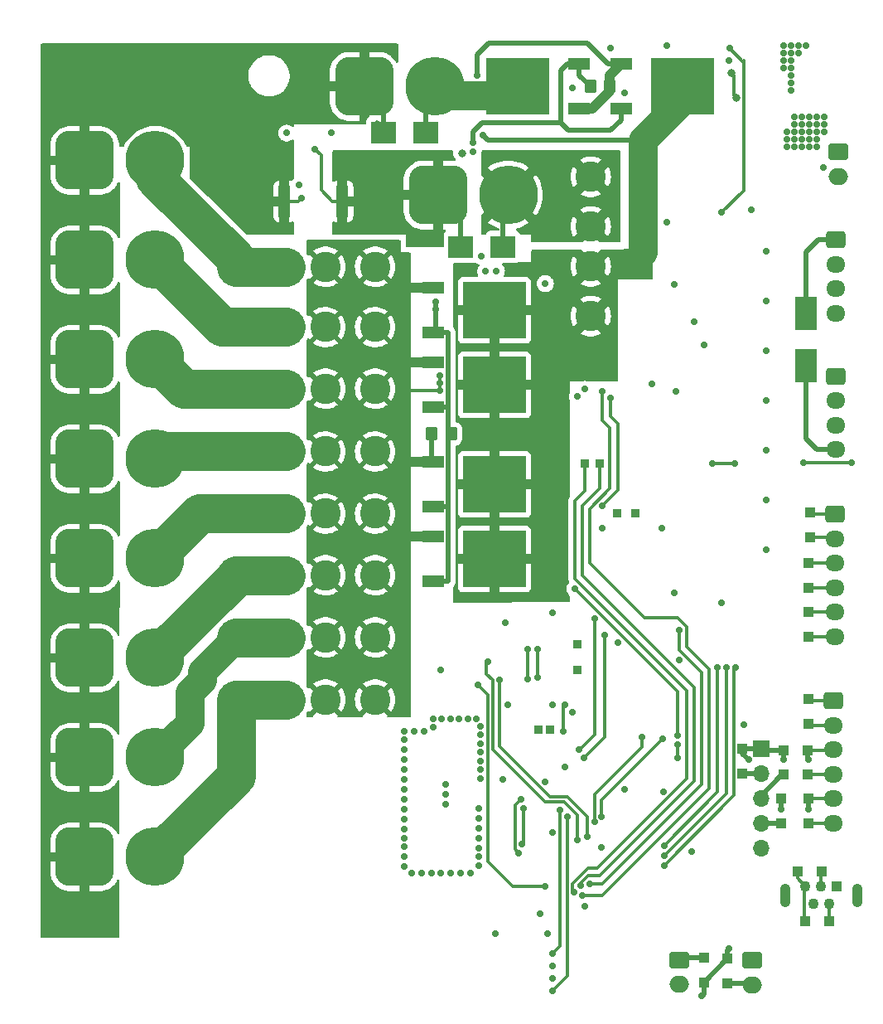
<source format=gbl>
%TF.GenerationSoftware,KiCad,Pcbnew,6.0.11+dfsg-1*%
%TF.CreationDate,2025-03-20T10:49:09-04:00*%
%TF.ProjectId,battery-board,62617474-6572-4792-9d62-6f6172642e6b,rev?*%
%TF.SameCoordinates,Original*%
%TF.FileFunction,Copper,L4,Bot*%
%TF.FilePolarity,Positive*%
%FSLAX46Y46*%
G04 Gerber Fmt 4.6, Leading zero omitted, Abs format (unit mm)*
G04 Created by KiCad (PCBNEW 6.0.11+dfsg-1) date 2025-03-20 10:49:09*
%MOMM*%
%LPD*%
G01*
G04 APERTURE LIST*
G04 Aperture macros list*
%AMRoundRect*
0 Rectangle with rounded corners*
0 $1 Rounding radius*
0 $2 $3 $4 $5 $6 $7 $8 $9 X,Y pos of 4 corners*
0 Add a 4 corners polygon primitive as box body*
4,1,4,$2,$3,$4,$5,$6,$7,$8,$9,$2,$3,0*
0 Add four circle primitives for the rounded corners*
1,1,$1+$1,$2,$3*
1,1,$1+$1,$4,$5*
1,1,$1+$1,$6,$7*
1,1,$1+$1,$8,$9*
0 Add four rect primitives between the rounded corners*
20,1,$1+$1,$2,$3,$4,$5,0*
20,1,$1+$1,$4,$5,$6,$7,0*
20,1,$1+$1,$6,$7,$8,$9,0*
20,1,$1+$1,$8,$9,$2,$3,0*%
G04 Aperture macros list end*
%TA.AperFunction,ComponentPad*%
%ADD10R,0.850000X0.850000*%
%TD*%
%TA.AperFunction,ComponentPad*%
%ADD11C,3.098800*%
%TD*%
%TA.AperFunction,ComponentPad*%
%ADD12RoundRect,1.500000X-1.500000X-1.500000X1.500000X-1.500000X1.500000X1.500000X-1.500000X1.500000X0*%
%TD*%
%TA.AperFunction,ComponentPad*%
%ADD13C,6.000000*%
%TD*%
%TA.AperFunction,ComponentPad*%
%ADD14RoundRect,0.250000X-0.725000X0.600000X-0.725000X-0.600000X0.725000X-0.600000X0.725000X0.600000X0*%
%TD*%
%TA.AperFunction,ComponentPad*%
%ADD15O,1.950000X1.700000*%
%TD*%
%TA.AperFunction,ComponentPad*%
%ADD16RoundRect,0.250000X-0.750000X0.600000X-0.750000X-0.600000X0.750000X-0.600000X0.750000X0.600000X0*%
%TD*%
%TA.AperFunction,ComponentPad*%
%ADD17O,2.000000X1.700000*%
%TD*%
%TA.AperFunction,ComponentPad*%
%ADD18R,1.100000X1.100000*%
%TD*%
%TA.AperFunction,ComponentPad*%
%ADD19C,1.100000*%
%TD*%
%TA.AperFunction,ComponentPad*%
%ADD20O,1.100000X2.400000*%
%TD*%
%TA.AperFunction,ComponentPad*%
%ADD21R,1.700000X1.700000*%
%TD*%
%TA.AperFunction,ComponentPad*%
%ADD22O,1.700000X1.700000*%
%TD*%
%TA.AperFunction,SMDPad,CuDef*%
%ADD23R,1.000000X1.000000*%
%TD*%
%TA.AperFunction,SMDPad,CuDef*%
%ADD24R,2.200000X1.200000*%
%TD*%
%TA.AperFunction,SMDPad,CuDef*%
%ADD25R,6.400000X5.800000*%
%TD*%
%TA.AperFunction,SMDPad,CuDef*%
%ADD26RoundRect,0.250000X-0.350000X-0.450000X0.350000X-0.450000X0.350000X0.450000X-0.350000X0.450000X0*%
%TD*%
%TA.AperFunction,SMDPad,CuDef*%
%ADD27R,2.300000X3.500000*%
%TD*%
%TA.AperFunction,SMDPad,CuDef*%
%ADD28RoundRect,0.250000X-0.362500X-1.425000X0.362500X-1.425000X0.362500X1.425000X-0.362500X1.425000X0*%
%TD*%
%TA.AperFunction,SMDPad,CuDef*%
%ADD29R,2.500000X2.300000*%
%TD*%
%TA.AperFunction,SMDPad,CuDef*%
%ADD30RoundRect,0.250000X0.350000X0.450000X-0.350000X0.450000X-0.350000X-0.450000X0.350000X-0.450000X0*%
%TD*%
%TA.AperFunction,ViaPad*%
%ADD31C,0.700000*%
%TD*%
%TA.AperFunction,ViaPad*%
%ADD32C,0.800000*%
%TD*%
%TA.AperFunction,Conductor*%
%ADD33C,0.500000*%
%TD*%
%TA.AperFunction,Conductor*%
%ADD34C,3.000000*%
%TD*%
%TA.AperFunction,Conductor*%
%ADD35C,0.300000*%
%TD*%
%TA.AperFunction,Conductor*%
%ADD36C,1.000000*%
%TD*%
%TA.AperFunction,Conductor*%
%ADD37C,4.000000*%
%TD*%
G04 APERTURE END LIST*
D10*
%TO.P,TP3,1,1*%
%TO.N,BMS_VREF*%
X98552000Y-94742000D03*
%TD*%
D11*
%TO.P,F7,1*%
%TO.N,BATTP_DSG*%
X70523100Y-112458500D03*
X75603100Y-112458500D03*
%TO.P,F7,2*%
%TO.N,Net-(F7-Pad2)*%
X66459100Y-112458500D03*
X61379100Y-112458500D03*
%TD*%
D10*
%TO.P,TP7,1,1*%
%TO.N,ICHG_SENSE*%
X93472000Y-121920000D03*
%TD*%
D11*
%TO.P,F5,1*%
%TO.N,BATTP_DSG*%
X75603100Y-93472000D03*
X70523100Y-93472000D03*
%TO.P,F5,2*%
%TO.N,Net-(F5-Pad2)*%
X61379100Y-93472000D03*
X66459100Y-93472000D03*
%TD*%
D12*
%TO.P,J18,1,Pin_1*%
%TO.N,GNDPWR*%
X45930000Y-104394000D03*
D13*
%TO.P,J18,2,Pin_2*%
%TO.N,Net-(F9-Pad2)*%
X53130000Y-104394000D03*
%TD*%
D12*
%TO.P,J14,1,Pin_1*%
%TO.N,GNDPWR*%
X45930000Y-94234000D03*
D13*
%TO.P,J14,2,Pin_2*%
%TO.N,Net-(F5-Pad2)*%
X53130000Y-94234000D03*
%TD*%
D12*
%TO.P,J10,1,Pin_1*%
%TO.N,BATTN*%
X82021191Y-67300000D03*
D13*
%TO.P,J10,2,Pin_2*%
%TO.N,/power_connectors/BATTP_RAW*%
X89221191Y-67300000D03*
%TD*%
D10*
%TO.P,TP6,1,1*%
%TO.N,BMS_SDA*%
X100330000Y-99822000D03*
%TD*%
D11*
%TO.P,F6,1*%
%TO.N,BATTP_DSG*%
X70523100Y-118808500D03*
X75603100Y-118808500D03*
%TO.P,F6,2*%
%TO.N,Net-(F6-Pad2)*%
X66459100Y-118808500D03*
X61379100Y-118808500D03*
%TD*%
D10*
%TO.P,TP4,1,1*%
%TO.N,BMS_VCELL*%
X97028000Y-94742000D03*
%TD*%
D11*
%TO.P,F9,1*%
%TO.N,BATTP_DSG*%
X70523100Y-99822000D03*
X75603100Y-99822000D03*
%TO.P,F9,2*%
%TO.N,Net-(F9-Pad2)*%
X66459100Y-99822000D03*
X61379100Y-99822000D03*
%TD*%
D14*
%TO.P,J4,1,Pin_1*%
%TO.N,BATTN*%
X122629127Y-99885000D03*
D15*
%TO.P,J4,2,Pin_2*%
%TO.N,/thermistors/NTC1_IN*%
X122629127Y-102385000D03*
%TO.P,J4,3,Pin_3*%
%TO.N,BATTN*%
X122629127Y-104885000D03*
%TO.P,J4,4,Pin_4*%
%TO.N,/thermistors/NTC2_IN*%
X122629127Y-107385000D03*
%TO.P,J4,5,Pin_5*%
%TO.N,BATTN*%
X122629127Y-109885000D03*
%TO.P,J4,6,Pin_6*%
%TO.N,/thermistors/NTC3_IN*%
X122629127Y-112385000D03*
%TD*%
D12*
%TO.P,J17,1,Pin_1*%
%TO.N,GNDPWR*%
X45930000Y-114554000D03*
D13*
%TO.P,J17,2,Pin_2*%
%TO.N,Net-(F8-Pad2)*%
X53130000Y-114554000D03*
%TD*%
D10*
%TO.P,TP8,1,1*%
%TO.N,IDSG_SENSE*%
X92322000Y-121920000D03*
%TD*%
D16*
%TO.P,J19,1,Pin_1*%
%TO.N,/MCU/CAN-*%
X106654127Y-145405000D03*
D17*
%TO.P,J19,2,Pin_2*%
%TO.N,/MCU/CAN+*%
X106654127Y-147905000D03*
%TD*%
D11*
%TO.P,F8,1*%
%TO.N,BATTP_DSG*%
X70523100Y-106108500D03*
X75603100Y-106108500D03*
%TO.P,F8,2*%
%TO.N,Net-(F8-Pad2)*%
X66459100Y-106108500D03*
X61379100Y-106108500D03*
%TD*%
D14*
%TO.P,J6,1,Pin_1*%
%TO.N,/battery_management/C4*%
X122666227Y-85775000D03*
D15*
%TO.P,J6,2,Pin_2*%
%TO.N,/battery_management/C5*%
X122666227Y-88275000D03*
%TO.P,J6,3,Pin_3*%
%TO.N,/battery_management/C6*%
X122666227Y-90775000D03*
%TO.P,J6,4,Pin_4*%
X122666227Y-93275000D03*
%TD*%
D12*
%TO.P,J11,1,Pin_1*%
%TO.N,GNDPWR*%
X45930000Y-63754000D03*
D13*
%TO.P,J11,2,Pin_2*%
%TO.N,Net-(F2-Pad2)*%
X53130000Y-63754000D03*
%TD*%
D12*
%TO.P,J12,1,Pin_1*%
%TO.N,GNDPWR*%
X45930000Y-73914000D03*
D13*
%TO.P,J12,2,Pin_2*%
%TO.N,Net-(F3-Pad2)*%
X53130000Y-73914000D03*
%TD*%
D16*
%TO.P,J8,1,Pin_1*%
%TO.N,/battery_management/AFE_PWR*%
X122944127Y-62875000D03*
D17*
%TO.P,J8,2,Pin_2*%
%TO.N,/battery_management/BTNN*%
X122944127Y-65375000D03*
%TD*%
D12*
%TO.P,J13,1,Pin_1*%
%TO.N,GNDPWR*%
X45930000Y-84074000D03*
D13*
%TO.P,J13,2,Pin_2*%
%TO.N,Net-(F4-Pad2)*%
X53130000Y-84074000D03*
%TD*%
D11*
%TO.P,F1,1*%
%TO.N,/power_connectors/BATTP_RAW*%
X97654127Y-70512900D03*
X97654127Y-65432900D03*
%TO.P,F1,2*%
%TO.N,BATTP*%
X97654127Y-74576900D03*
X97654127Y-79656900D03*
%TD*%
%TO.P,F3,1*%
%TO.N,BATTP_DSG*%
X70523100Y-80772000D03*
X75603100Y-80772000D03*
%TO.P,F3,2*%
%TO.N,Net-(F3-Pad2)*%
X66459100Y-80772000D03*
X61379100Y-80772000D03*
%TD*%
D16*
%TO.P,J2,1,Pin_1*%
%TO.N,/MCU/CAN-*%
X114164127Y-145425000D03*
D17*
%TO.P,J2,2,Pin_2*%
%TO.N,/MCU/CAN+*%
X114164127Y-147925000D03*
%TD*%
D14*
%TO.P,J5,1,Pin_1*%
%TO.N,BATTN*%
X122419127Y-118935000D03*
D15*
%TO.P,J5,2,Pin_2*%
%TO.N,/thermistors/NTC4_IN*%
X122419127Y-121435000D03*
%TO.P,J5,3,Pin_3*%
%TO.N,BATTN*%
X122419127Y-123935000D03*
%TO.P,J5,4,Pin_4*%
%TO.N,/thermistors/NTC5_IN*%
X122419127Y-126435000D03*
%TO.P,J5,5,Pin_5*%
%TO.N,BATTN*%
X122419127Y-128935000D03*
%TO.P,J5,6,Pin_6*%
%TO.N,/thermistors/NTC6_IN*%
X122419127Y-131435000D03*
%TD*%
D18*
%TO.P,J3,1,VBUS*%
%TO.N,unconnected-(J3-Pad1)*%
X122800127Y-137912000D03*
D19*
%TO.P,J3,2,D-*%
%TO.N,/MCU/USB_DM_RAW*%
X122000127Y-139662000D03*
%TO.P,J3,3,D+*%
%TO.N,/MCU/USB_DP_RAW*%
X121200127Y-137912000D03*
%TO.P,J3,4,ID*%
%TO.N,unconnected-(J3-Pad4)*%
X120400127Y-139662000D03*
%TO.P,J3,5,GND*%
%TO.N,BATTN*%
X119600127Y-137912000D03*
D20*
%TO.P,J3,6,Shield*%
X117550127Y-138787000D03*
X124850127Y-138787000D03*
%TD*%
D21*
%TO.P,J1,1,Pin_1*%
%TO.N,BATTN*%
X115062000Y-123820000D03*
D22*
%TO.P,J1,2,Pin_2*%
%TO.N,/MCU/NRST_RAW*%
X115062000Y-126360000D03*
%TO.P,J1,3,Pin_3*%
%TO.N,/MCU/SWCLK_RAW*%
X115062000Y-128900000D03*
%TO.P,J1,4,Pin_4*%
%TO.N,/MCU/SWDIO_RAW*%
X115062000Y-131440000D03*
%TO.P,J1,5,Pin_5*%
%TO.N,/MCU/VTARGET*%
X115062000Y-133980000D03*
%TD*%
D12*
%TO.P,J9,1,Pin_1*%
%TO.N,GNDPWR*%
X74484127Y-56200000D03*
D13*
%TO.P,J9,2,Pin_2*%
%TO.N,BATTP_CHG*%
X81684127Y-56200000D03*
%TD*%
D11*
%TO.P,F2,1*%
%TO.N,BATTP_DSG*%
X75603100Y-74612500D03*
X70523100Y-74612500D03*
%TO.P,F2,2*%
%TO.N,Net-(F2-Pad2)*%
X61379100Y-74612500D03*
X66459100Y-74612500D03*
%TD*%
D10*
%TO.P,TP1,1,1*%
%TO.N,/MCU/ROM_SCL*%
X96266000Y-113157000D03*
%TD*%
D12*
%TO.P,J16,1,Pin_1*%
%TO.N,GNDPWR*%
X45930000Y-124714000D03*
D13*
%TO.P,J16,2,Pin_2*%
%TO.N,Net-(F7-Pad2)*%
X53130000Y-124714000D03*
%TD*%
D10*
%TO.P,TP2,1,1*%
%TO.N,BMS_SCL*%
X102235000Y-99822000D03*
%TD*%
%TO.P,TP5,1,1*%
%TO.N,/MCU/ROM_SDA*%
X96266000Y-115824000D03*
%TD*%
D14*
%TO.P,J7,1,Pin_1*%
%TO.N,/battery_management/C0*%
X122666227Y-71865000D03*
D15*
%TO.P,J7,2,Pin_2*%
%TO.N,/battery_management/C1*%
X122666227Y-74365000D03*
%TO.P,J7,3,Pin_3*%
%TO.N,/battery_management/C2*%
X122666227Y-76865000D03*
%TO.P,J7,4,Pin_4*%
%TO.N,/battery_management/C3*%
X122666227Y-79365000D03*
%TD*%
D12*
%TO.P,J15,1,Pin_1*%
%TO.N,GNDPWR*%
X45930000Y-134874000D03*
D13*
%TO.P,J15,2,Pin_2*%
%TO.N,Net-(F6-Pad2)*%
X53130000Y-134874000D03*
%TD*%
D11*
%TO.P,F4,1*%
%TO.N,BATTP_DSG*%
X75603100Y-87058500D03*
X70523100Y-87058500D03*
%TO.P,F4,2*%
%TO.N,Net-(F4-Pad2)*%
X61379100Y-87058500D03*
X66459100Y-87058500D03*
%TD*%
D23*
%TO.P,D9,1,K*%
%TO.N,/MCU/CAN-*%
X109194127Y-145190000D03*
%TO.P,D9,2,A*%
%TO.N,BATTN*%
X109194127Y-147690000D03*
%TD*%
%TO.P,D12,1,K*%
%TO.N,/thermistors/NTC6_IN*%
X119879127Y-131415000D03*
%TO.P,D12,2,A*%
%TO.N,BATTN*%
X119879127Y-128915000D03*
%TD*%
D24*
%TO.P,Q8,1,G*%
%TO.N,/load_switch/CHG_GATE*%
X100764127Y-58480000D03*
D25*
%TO.P,Q8,2,D*%
%TO.N,BATTP*%
X107064127Y-56200000D03*
D24*
%TO.P,Q8,3,S*%
%TO.N,/load_switch/CHG_SRC*%
X100764127Y-53920000D03*
%TD*%
D23*
%TO.P,D8,1,K*%
%TO.N,/MCU/CAN+*%
X111589127Y-147775000D03*
%TO.P,D8,2,A*%
%TO.N,BATTN*%
X111589127Y-145275000D03*
%TD*%
D24*
%TO.P,Q5,1,G*%
%TO.N,/load_switch/DSG_GATE*%
X81504127Y-88960000D03*
D25*
%TO.P,Q5,2,D*%
%TO.N,BATTP*%
X87804127Y-86680000D03*
D24*
%TO.P,Q5,3,S*%
%TO.N,BATTP_DSG*%
X81504127Y-84400000D03*
%TD*%
%TO.P,Q7,1,G*%
%TO.N,/load_switch/CHG_GATE*%
X96464127Y-53920000D03*
D25*
%TO.P,Q7,2,D*%
%TO.N,BATTP_CHG*%
X90164127Y-56200000D03*
D24*
%TO.P,Q7,3,S*%
%TO.N,/load_switch/CHG_SRC*%
X96464127Y-58480000D03*
%TD*%
%TO.P,Q4,1,G*%
%TO.N,/load_switch/DSG_GATE*%
X81504127Y-81340000D03*
D25*
%TO.P,Q4,2,D*%
%TO.N,BATTP*%
X87804127Y-79060000D03*
D24*
%TO.P,Q4,3,S*%
%TO.N,BATTP_DSG*%
X81504127Y-76780000D03*
%TD*%
D23*
%TO.P,D11,1,K*%
%TO.N,/MCU/USB_DP_RAW*%
X121256127Y-136388000D03*
%TO.P,D11,2,A*%
%TO.N,BATTN*%
X118756127Y-136388000D03*
%TD*%
%TO.P,D15,1,K*%
%TO.N,/thermistors/NTC3_IN*%
X119879127Y-112365000D03*
%TO.P,D15,2,A*%
%TO.N,BATTN*%
X119879127Y-109865000D03*
%TD*%
D24*
%TO.P,Q3,1,G*%
%TO.N,/load_switch/DSG_GATE*%
X81504127Y-106740000D03*
D25*
%TO.P,Q3,2,D*%
%TO.N,BATTP*%
X87804127Y-104460000D03*
D24*
%TO.P,Q3,3,S*%
%TO.N,BATTP_DSG*%
X81504127Y-102180000D03*
%TD*%
D23*
%TO.P,D5,1,K*%
%TO.N,/MCU/NRST_RAW*%
X113157000Y-126345000D03*
%TO.P,D5,2,A*%
%TO.N,BATTN*%
X113157000Y-123845000D03*
%TD*%
D26*
%TO.P,R36,1*%
%TO.N,/load_switch/CHG_GATE*%
X97614127Y-56200000D03*
%TO.P,R36,2*%
%TO.N,/load_switch/CHG_SRC*%
X99614127Y-56200000D03*
%TD*%
D27*
%TO.P,D22,1,K*%
%TO.N,/battery_management/C6*%
X119667597Y-84742000D03*
%TO.P,D22,2,A*%
%TO.N,/battery_management/C0*%
X119667597Y-79342000D03*
%TD*%
D23*
%TO.P,D13,1,K*%
%TO.N,/thermistors/NTC5_IN*%
X119844127Y-126485000D03*
%TO.P,D13,2,A*%
%TO.N,BATTN*%
X119844127Y-123985000D03*
%TD*%
D28*
%TO.P,R39,1*%
%TO.N,GNDPWR*%
X66329127Y-67935000D03*
%TO.P,R39,2*%
%TO.N,BATTN*%
X72254127Y-67935000D03*
%TD*%
D29*
%TO.P,D31,1,K*%
%TO.N,/power_connectors/BATTP_RAW*%
X88671191Y-72575000D03*
%TO.P,D31,2,A*%
%TO.N,BATTN*%
X84371191Y-72575000D03*
%TD*%
D24*
%TO.P,Q6,1,G*%
%TO.N,/load_switch/DSG_GATE*%
X81504127Y-99120000D03*
D25*
%TO.P,Q6,2,D*%
%TO.N,BATTP*%
X87804127Y-96840000D03*
D24*
%TO.P,Q6,3,S*%
%TO.N,BATTP_DSG*%
X81504127Y-94560000D03*
%TD*%
D23*
%TO.P,D10,1,K*%
%TO.N,/MCU/USB_DM_RAW*%
X122018127Y-141468000D03*
%TO.P,D10,2,A*%
%TO.N,BATTN*%
X119518127Y-141468000D03*
%TD*%
D29*
%TO.P,D30,1,K*%
%TO.N,BATTP_CHG*%
X80754127Y-60950000D03*
%TO.P,D30,2,A*%
%TO.N,GNDPWR*%
X76454127Y-60950000D03*
%TD*%
D23*
%TO.P,D14,1,K*%
%TO.N,/thermistors/NTC4_IN*%
X119879127Y-121255000D03*
%TO.P,D14,2,A*%
%TO.N,BATTN*%
X119879127Y-118755000D03*
%TD*%
%TO.P,D7,1,K*%
%TO.N,/MCU/SWDIO_RAW*%
X117094000Y-131415000D03*
%TO.P,D7,2,A*%
%TO.N,BATTN*%
X117094000Y-128915000D03*
%TD*%
%TO.P,D17,1,K*%
%TO.N,/thermistors/NTC1_IN*%
X120089127Y-102205000D03*
%TO.P,D17,2,A*%
%TO.N,BATTN*%
X120089127Y-99705000D03*
%TD*%
D30*
%TO.P,R30,1*%
%TO.N,/load_switch/DSG_GATE*%
X83414127Y-91684000D03*
%TO.P,R30,2*%
%TO.N,BATTP_DSG*%
X81414127Y-91684000D03*
%TD*%
D23*
%TO.P,D6,1,K*%
%TO.N,/MCU/SWCLK_RAW*%
X117348000Y-126472000D03*
%TO.P,D6,2,A*%
%TO.N,BATTN*%
X117348000Y-123972000D03*
%TD*%
%TO.P,D16,1,K*%
%TO.N,/thermistors/NTC2_IN*%
X119879127Y-107385000D03*
%TO.P,D16,2,A*%
%TO.N,BATTN*%
X119879127Y-104885000D03*
%TD*%
D31*
%TO.N,/MCU/NRST*%
X106500000Y-123379500D03*
X106500000Y-124778500D03*
%TO.N,VDD*%
X120015000Y-62357000D03*
X100459500Y-113030000D03*
X120015000Y-60833000D03*
X118491000Y-60071000D03*
X118492433Y-61595000D03*
X120015000Y-60071000D03*
X110998000Y-108966000D03*
X98769692Y-133894308D03*
X119253000Y-62357000D03*
X93726000Y-109982000D03*
X107950000Y-134366000D03*
X120777000Y-60071000D03*
X104902000Y-101346000D03*
X93726000Y-119380000D03*
X120777000Y-62357000D03*
X93218000Y-142748000D03*
X117729000Y-62357000D03*
X118491000Y-60833000D03*
X66548000Y-60960000D03*
X119253000Y-60071000D03*
X108204000Y-80264000D03*
X101092000Y-128016000D03*
X121539000Y-59309000D03*
X119253000Y-61595000D03*
X120015000Y-61595000D03*
X92964000Y-127254000D03*
X93726000Y-147320000D03*
X120015000Y-59309000D03*
X119253000Y-60833000D03*
X119253000Y-59309000D03*
X118491000Y-59309000D03*
X88900000Y-110998000D03*
X121539000Y-60833000D03*
X117729000Y-60833000D03*
X98806000Y-101346000D03*
X117729000Y-61595000D03*
X118491000Y-62357000D03*
X120777000Y-61595000D03*
X121539000Y-60071000D03*
X120777000Y-60833000D03*
X120777000Y-59309000D03*
%TO.N,GNDPWR*%
X43942000Y-54610000D03*
X44704000Y-54610000D03*
X56896000Y-56642000D03*
X43180000Y-54610000D03*
X51816000Y-55372000D03*
X51816000Y-57404000D03*
X47498000Y-55372000D03*
X47498000Y-53848000D03*
X47498000Y-56642000D03*
X56896000Y-58166000D03*
X57658000Y-53086000D03*
X52578000Y-53086000D03*
X54102000Y-58928000D03*
X57658000Y-58166000D03*
X52578000Y-56642000D03*
X49022000Y-54610000D03*
X44704000Y-58166000D03*
X56896000Y-54610000D03*
X53340000Y-53086000D03*
X47498000Y-59690000D03*
X43180000Y-55372000D03*
X52578000Y-57404000D03*
X48260000Y-59690000D03*
X58420000Y-52324000D03*
X51816000Y-58928000D03*
X43942000Y-59690000D03*
X56896000Y-55372000D03*
X43180000Y-53848000D03*
X53340000Y-56642000D03*
X46736000Y-55372000D03*
X47498000Y-57404000D03*
X56134000Y-59690000D03*
X51054000Y-56642000D03*
X57658000Y-53848000D03*
X42418000Y-57404000D03*
X44704000Y-52324000D03*
X43180000Y-59690000D03*
X42418000Y-53848000D03*
X52578000Y-55372000D03*
X48260000Y-56642000D03*
X57658000Y-54610000D03*
X43180000Y-52324000D03*
X51816000Y-53086000D03*
X43180000Y-56642000D03*
X42418000Y-59690000D03*
X56896000Y-53086000D03*
X57658000Y-59690000D03*
X53340000Y-57404000D03*
X46736000Y-53086000D03*
X44704000Y-56642000D03*
X43942000Y-53848000D03*
X48260000Y-55372000D03*
X42418000Y-53086000D03*
X51816000Y-56642000D03*
X46736000Y-58928000D03*
X58420000Y-59690000D03*
X49022000Y-59690000D03*
X46736000Y-53848000D03*
X49022000Y-57404000D03*
X54102000Y-58166000D03*
X55372000Y-56642000D03*
X49784000Y-56642000D03*
X55372000Y-53086000D03*
X48260000Y-53086000D03*
X58420000Y-55372000D03*
X58420000Y-54610000D03*
X43180000Y-58928000D03*
X51816000Y-53848000D03*
X43942000Y-55372000D03*
X42418000Y-58928000D03*
X49022000Y-53848000D03*
X53340000Y-58166000D03*
X52578000Y-52324000D03*
X49022000Y-58928000D03*
X43942000Y-57404000D03*
X45466000Y-53848000D03*
X43942000Y-56642000D03*
X52578000Y-53848000D03*
X56134000Y-56642000D03*
X49784000Y-57404000D03*
X49784000Y-59690000D03*
X47498000Y-58928000D03*
X46736000Y-58166000D03*
X56896000Y-57404000D03*
X46736000Y-52324000D03*
X55372000Y-53848000D03*
X46736000Y-57404000D03*
X42418000Y-54610000D03*
X54102000Y-59690000D03*
X56134000Y-58166000D03*
X49784000Y-58166000D03*
X57658000Y-52324000D03*
X42418000Y-58166000D03*
X43942000Y-58928000D03*
X58420000Y-58928000D03*
X45466000Y-58166000D03*
X55372000Y-58928000D03*
X43942000Y-52324000D03*
X45466000Y-58928000D03*
X45466000Y-54610000D03*
X57658000Y-55372000D03*
X53340000Y-59690000D03*
X44704000Y-53848000D03*
X58420000Y-56642000D03*
X48260000Y-53848000D03*
X48260000Y-57404000D03*
X55372000Y-59690000D03*
X44704000Y-55372000D03*
X48260000Y-58928000D03*
X54102000Y-56642000D03*
X45466000Y-56642000D03*
X46736000Y-59690000D03*
X56896000Y-53848000D03*
X49784000Y-58928000D03*
X49784000Y-52324000D03*
X56134000Y-55372000D03*
X55372000Y-57404000D03*
X49784000Y-53086000D03*
X54102000Y-55372000D03*
X56134000Y-54610000D03*
X51054000Y-53848000D03*
X51054000Y-52324000D03*
X54102000Y-53848000D03*
X58420000Y-57404000D03*
X43942000Y-53086000D03*
X49784000Y-53848000D03*
X47498000Y-53086000D03*
X54102000Y-54610000D03*
X47498000Y-58166000D03*
X48260000Y-58166000D03*
X56134000Y-53086000D03*
X45466000Y-53086000D03*
X52578000Y-59690000D03*
X43180000Y-58166000D03*
X43180000Y-53086000D03*
X44704000Y-53086000D03*
X48260000Y-54610000D03*
X49022000Y-56642000D03*
X51054000Y-57404000D03*
X68072000Y-67626500D03*
X47498000Y-52324000D03*
X56896000Y-59690000D03*
X52578000Y-54610000D03*
X42418000Y-52324000D03*
X51054000Y-58928000D03*
X47498000Y-54610000D03*
X44704000Y-57404000D03*
X56896000Y-58928000D03*
X58420000Y-53086000D03*
X49022000Y-53086000D03*
X51054000Y-54610000D03*
X55372000Y-52324000D03*
X58420000Y-53848000D03*
X48260000Y-52324000D03*
X56896000Y-52324000D03*
X45466000Y-57404000D03*
X51816000Y-58166000D03*
X45466000Y-52324000D03*
X49022000Y-58166000D03*
X43942000Y-58166000D03*
X53340000Y-52324000D03*
X55372000Y-58166000D03*
X51054000Y-58166000D03*
X57658000Y-56642000D03*
X52578000Y-58928000D03*
X51054000Y-59690000D03*
X51054000Y-55372000D03*
X53340000Y-58928000D03*
X49022000Y-55372000D03*
X57658000Y-58928000D03*
X49784000Y-54610000D03*
X52578000Y-58166000D03*
X51816000Y-54610000D03*
X51816000Y-52324000D03*
X42418000Y-56642000D03*
X53340000Y-54610000D03*
X49022000Y-52324000D03*
X46736000Y-54610000D03*
X46736000Y-56642000D03*
X49784000Y-55372000D03*
X51816000Y-59690000D03*
X58420000Y-58166000D03*
X56134000Y-58928000D03*
X54102000Y-52324000D03*
X44704000Y-59690000D03*
X55372000Y-54610000D03*
X45466000Y-59690000D03*
X51054000Y-53086000D03*
X54102000Y-57404000D03*
X56134000Y-57404000D03*
X56134000Y-52324000D03*
X54102000Y-53086000D03*
X44704000Y-58928000D03*
X56134000Y-53848000D03*
X53340000Y-55372000D03*
X43180000Y-57404000D03*
X57658000Y-57404000D03*
X42418000Y-55372000D03*
X45466000Y-55372000D03*
X55372000Y-55372000D03*
X53340000Y-53848000D03*
%TO.N,BATTP*%
X86614000Y-61214000D03*
%TO.N,BATTP_DSG*%
X77978000Y-82804000D03*
X78740000Y-95758000D03*
X78740000Y-89662000D03*
X78740000Y-113792000D03*
X78740000Y-85090000D03*
X77978000Y-84328000D03*
X77978000Y-97282000D03*
X77978000Y-85090000D03*
X77978000Y-91948000D03*
X77978000Y-102108000D03*
X82258500Y-86524500D03*
X78740000Y-78232000D03*
X77978000Y-85852000D03*
X77978000Y-83566000D03*
X77978000Y-103632000D03*
X78740000Y-85852000D03*
X78740000Y-78994000D03*
X78740000Y-90424000D03*
X78740000Y-116840000D03*
X77978000Y-77470000D03*
X78740000Y-109982000D03*
X77978000Y-107696000D03*
X77978000Y-89662000D03*
X78740000Y-108458000D03*
X77978000Y-91186000D03*
X78740000Y-77470000D03*
X78740000Y-102870000D03*
X78740000Y-103632000D03*
X78740000Y-96520000D03*
X78740000Y-83566000D03*
X77978000Y-90424000D03*
X78740000Y-116078000D03*
X78740000Y-98044000D03*
X77978000Y-110744000D03*
X78740000Y-91948000D03*
X77978000Y-98044000D03*
X78740000Y-115316000D03*
X77978000Y-114554000D03*
X82258500Y-87249000D03*
X77978000Y-115316000D03*
X77978000Y-78232000D03*
X78740000Y-107696000D03*
X77978000Y-101346000D03*
X78740000Y-91186000D03*
X77978000Y-95758000D03*
X82258500Y-85725000D03*
X77978000Y-104394000D03*
X77978000Y-102870000D03*
X77978000Y-78994000D03*
X78740000Y-109220000D03*
X77978000Y-113792000D03*
X78740000Y-76708000D03*
X78740000Y-97282000D03*
X77978000Y-108458000D03*
X77978000Y-75946000D03*
X78740000Y-101346000D03*
X77978000Y-88900000D03*
X77978000Y-109220000D03*
X77978000Y-96520000D03*
X78740000Y-94996000D03*
X78740000Y-82804000D03*
X77978000Y-76708000D03*
X77978000Y-109982000D03*
X78740000Y-102108000D03*
X78740000Y-88900000D03*
X78740000Y-104394000D03*
X78740000Y-110744000D03*
X77978000Y-116840000D03*
X78740000Y-84328000D03*
X78740000Y-75946000D03*
X77978000Y-116078000D03*
X77978000Y-94996000D03*
X78740000Y-114554000D03*
%TO.N,/battery_management/AFE_PWR*%
X112395000Y-94742000D03*
X124333000Y-94615000D03*
X119380000Y-94615000D03*
X110109000Y-94742000D03*
%TO.N,/load_switch/CHG_SRC*%
X86000000Y-55057350D03*
D32*
X84500000Y-63000000D03*
D31*
X88005512Y-75039177D03*
X86487000Y-73533000D03*
%TO.N,BATTN*%
X96266000Y-87884000D03*
X78613000Y-122936000D03*
X118110000Y-52832000D03*
X78613000Y-122047000D03*
X78613000Y-127000000D03*
X106680000Y-114808000D03*
X86233000Y-131953000D03*
X83312000Y-120777000D03*
X101092000Y-56896000D03*
X105410000Y-52070000D03*
X83312000Y-136525000D03*
X115570000Y-83185000D03*
X81534000Y-120777000D03*
X114032622Y-68820622D03*
X95758000Y-56388000D03*
X78613000Y-124968000D03*
X82296000Y-115824000D03*
X86360000Y-124206000D03*
X111760000Y-53594000D03*
X86233000Y-134874000D03*
X92456000Y-140716000D03*
X71120000Y-60960000D03*
X117348000Y-124968000D03*
X89154000Y-119380000D03*
X81534000Y-121666000D03*
X93726000Y-132384500D03*
X115570000Y-88265000D03*
X78613000Y-130048000D03*
X109204000Y-82566000D03*
X95758000Y-120142000D03*
X119634000Y-52070000D03*
X78613000Y-129032000D03*
X67818000Y-66294000D03*
X82804000Y-127508000D03*
X118110000Y-54356000D03*
X94996000Y-125730000D03*
X115570000Y-73025000D03*
X117094000Y-130048000D03*
X118110000Y-55118000D03*
X118872000Y-52070000D03*
X85090000Y-120777000D03*
X84201000Y-120777000D03*
X118110000Y-52070000D03*
X86360000Y-125984000D03*
X117348000Y-53594000D03*
X118110000Y-56642000D03*
X115570000Y-78105000D03*
X79629000Y-122047000D03*
X78613000Y-123952000D03*
X82296000Y-136525000D03*
X117348000Y-52070000D03*
X97028000Y-139954000D03*
X86233000Y-135763000D03*
X82804000Y-129540000D03*
X82423000Y-120777000D03*
X86360000Y-125095000D03*
X115570000Y-93345000D03*
X97028000Y-87122000D03*
X86360000Y-122428000D03*
X78613000Y-134874000D03*
X78613000Y-132969000D03*
X105430286Y-70051601D03*
X86360000Y-126873000D03*
X103886000Y-86614000D03*
X80391000Y-136525000D03*
X86233000Y-133985000D03*
X106362500Y-87312500D03*
X115570000Y-98425000D03*
X119888000Y-130048000D03*
X82804000Y-128524000D03*
X111760000Y-144272000D03*
X87884000Y-142748000D03*
X86360000Y-121539000D03*
X69460127Y-62606500D03*
X85979000Y-120777000D03*
X106172000Y-76454000D03*
X121412000Y-64451500D03*
X86233000Y-130937000D03*
X88646000Y-127000000D03*
X113284000Y-121412000D03*
X86233000Y-132969000D03*
X108966000Y-149098000D03*
X81407000Y-136525000D03*
X85344000Y-136525000D03*
X115570000Y-103505000D03*
X118110000Y-53594000D03*
X80645000Y-122047000D03*
X105105878Y-128219878D03*
X113792000Y-124968000D03*
X118110000Y-55880000D03*
X78613000Y-125984000D03*
X117348000Y-54356000D03*
X86233000Y-129921000D03*
X78613000Y-135890000D03*
X99688833Y-52324000D03*
X78613000Y-131064000D03*
X78613000Y-132080000D03*
X78613000Y-128016000D03*
X86360000Y-123317000D03*
X117348000Y-52832000D03*
X93726000Y-146050000D03*
X79375000Y-136525000D03*
X119888000Y-124968000D03*
X106172000Y-107950000D03*
X84328000Y-136525000D03*
X118872000Y-52832000D03*
X78613000Y-133858000D03*
%TO.N,/load_switch/CHG_GATE*%
X85598000Y-62865000D03*
X85598000Y-61976000D03*
%TO.N,/MCU/BOOT0*%
X94799170Y-122077414D03*
X94996000Y-119380000D03*
%TO.N,/MCU/ROM_SCL*%
X87170500Y-114935000D03*
X96266000Y-133140199D03*
%TO.N,/MCU/ROM_SDA*%
X88329500Y-116840000D03*
X97282000Y-132842000D03*
%TO.N,/MCU/CAN_TX*%
X93726000Y-144780000D03*
X94488000Y-130101373D03*
%TO.N,/MCU/CAN_RX*%
X95250000Y-130810000D03*
X93726000Y-148590000D03*
%TO.N,LED_A*%
X98044000Y-131318000D03*
X102870000Y-122682000D03*
%TO.N,LED_B*%
X105029000Y-122800500D03*
X98744000Y-130748000D03*
%TO.N,EN_DSG*%
X91186000Y-116713000D03*
X91186000Y-113665000D03*
%TO.N,EN_CHG*%
X92202000Y-116586000D03*
X92202000Y-113665000D03*
%TO.N,BATTP_PROT*%
X86911668Y-75088332D03*
X93000000Y-76335500D03*
D32*
%TO.N,/rails/TPS_VOUT*%
X112522000Y-57404000D03*
X112014000Y-54864000D03*
D31*
%TO.N,IDSG_SENSE*%
X90297000Y-134493000D03*
X90486500Y-129028977D03*
%TO.N,ICHG_SENSE*%
X90805000Y-129921000D03*
X90615500Y-133602538D03*
%TO.N,BMS_AWAKE*%
X111820000Y-52320000D03*
X110998000Y-69088000D03*
%TO.N,BMS_VREF*%
X96643977Y-137783750D03*
%TO.N,BMS_VCELL*%
X95949500Y-138483234D03*
%TO.N,BMS_SCL*%
X96960627Y-124760500D03*
X99060500Y-112268000D03*
%TO.N,BMS_SDA*%
X96461183Y-123952000D03*
X98022378Y-110511622D03*
%TO.N,VCHG_SENSE*%
X86106000Y-117348000D03*
X92964000Y-137922000D03*
%TO.N,VBAT_SENSE*%
X98806000Y-87376000D03*
X96785376Y-138815522D03*
%TO.N,NTC*%
X97536000Y-137668000D03*
X106680000Y-111760000D03*
%TO.N,BTN*%
X96000000Y-107500000D03*
X106500000Y-122479997D03*
X98806000Y-99060000D03*
X99695000Y-88011000D03*
%TO.N,NTC_SEL2*%
X105156000Y-134747000D03*
X111516503Y-115570000D03*
%TO.N,NTC_SEL1*%
X105156000Y-135736950D03*
X112416006Y-115570000D03*
%TO.N,NTC_SEL0*%
X105156000Y-133731000D03*
X110617000Y-115570000D03*
%TO.N,/load_switch/DSG_GATE*%
X81788000Y-78232000D03*
X81788000Y-78994000D03*
%TD*%
D33*
%TO.N,/load_switch/CHG_SRC*%
X97282000Y-51816000D02*
X99386000Y-53920000D01*
X86000000Y-55057350D02*
X86000000Y-53000000D01*
X86000000Y-53000000D02*
X87184000Y-51816000D01*
X87184000Y-51816000D02*
X97282000Y-51816000D01*
X99386000Y-53920000D02*
X100764127Y-53920000D01*
D34*
%TO.N,BATTP_CHG*%
X81684127Y-57150000D02*
X90164127Y-57150000D01*
D33*
%TO.N,/load_switch/DSG_GATE*%
X81788000Y-78994000D02*
X81788000Y-78232000D01*
X81788000Y-78994000D02*
X81788000Y-81056127D01*
X81788000Y-81056127D02*
X81504127Y-81340000D01*
D35*
%TO.N,/MCU/NRST*%
X106500000Y-124778500D02*
X106500000Y-123379500D01*
D33*
%TO.N,GNDPWR*%
X76454127Y-61585000D02*
X76454127Y-58170000D01*
D35*
X67763500Y-67935000D02*
X66329127Y-67935000D01*
D33*
X76454127Y-58170000D02*
X74484127Y-56200000D01*
X76454127Y-60578000D02*
X75810127Y-59934000D01*
D35*
X68072000Y-67626500D02*
X67763500Y-67935000D01*
D33*
X76454127Y-60950000D02*
X76454127Y-60578000D01*
X76454127Y-61585000D02*
X76699127Y-61585000D01*
D35*
%TO.N,/thermistors/NTC5_IN*%
X119894127Y-126435000D02*
X119844127Y-126485000D01*
X122419127Y-126435000D02*
X119894127Y-126435000D01*
%TO.N,/thermistors/NTC4_IN*%
X122419127Y-121435000D02*
X120059127Y-121435000D01*
X120059127Y-121435000D02*
X119879127Y-121255000D01*
%TO.N,/thermistors/NTC3_IN*%
X122609127Y-112365000D02*
X122629127Y-112385000D01*
X119879127Y-112365000D02*
X122609127Y-112365000D01*
%TO.N,/thermistors/NTC2_IN*%
X119879127Y-107385000D02*
X122629127Y-107385000D01*
%TO.N,/thermistors/NTC1_IN*%
X120089127Y-102205000D02*
X122449127Y-102205000D01*
X122449127Y-102205000D02*
X122629127Y-102385000D01*
D33*
%TO.N,BATTP*%
X102988127Y-61712000D02*
X87112000Y-61712000D01*
D34*
X107064127Y-56200000D02*
X107064127Y-57280000D01*
D33*
X87112000Y-61712000D02*
X86614000Y-61214000D01*
D34*
X102988127Y-61864000D02*
X102988127Y-73142000D01*
X107572127Y-57128000D02*
X102988127Y-61712000D01*
D36*
%TO.N,BATTP_DSG*%
X81504127Y-102180000D02*
X78414000Y-102180000D01*
X81504127Y-94560000D02*
X78668000Y-94560000D01*
X78668000Y-94560000D02*
X78486000Y-94742000D01*
D35*
X82258500Y-85725000D02*
X82258500Y-86487000D01*
X82258500Y-86487000D02*
X82258500Y-87249000D01*
D33*
X81414127Y-94470000D02*
X81504127Y-94560000D01*
D35*
X82258500Y-87249000D02*
X79121000Y-87249000D01*
X79121000Y-84455000D02*
X78994000Y-84582000D01*
D36*
X78414000Y-102180000D02*
X78232000Y-102362000D01*
X81504127Y-84400000D02*
X78304000Y-84400000D01*
X81504127Y-76780000D02*
X78812000Y-76780000D01*
D33*
X81414127Y-91684000D02*
X81414127Y-94470000D01*
D36*
X78304000Y-84400000D02*
X78232000Y-84328000D01*
D35*
%TO.N,/battery_management/AFE_PWR*%
X119380000Y-94615000D02*
X124333000Y-94615000D01*
X110109000Y-94742000D02*
X112395000Y-94742000D01*
D33*
%TO.N,BATTP_CHG*%
X80754127Y-61585000D02*
X80754127Y-57130000D01*
X80754127Y-57130000D02*
X81684127Y-56200000D01*
D36*
%TO.N,/load_switch/CHG_SRC*%
X99614127Y-55070000D02*
X100764127Y-53920000D01*
X96464127Y-58480000D02*
X97838127Y-58480000D01*
X97838127Y-58480000D02*
X99614127Y-56704000D01*
X99614127Y-56200000D02*
X99614127Y-55070000D01*
X99614127Y-56704000D02*
X99614127Y-56200000D01*
D33*
%TO.N,/battery_management/C0*%
X120921000Y-71865000D02*
X122666227Y-71865000D01*
X119667597Y-73118403D02*
X120921000Y-71865000D01*
X119667597Y-79342000D02*
X119667597Y-73118403D01*
%TO.N,BATTN*%
X119879127Y-130039127D02*
X119888000Y-130048000D01*
X119879127Y-128915000D02*
X119879127Y-130039127D01*
D35*
X119844127Y-123985000D02*
X122369127Y-123985000D01*
X122629127Y-109885000D02*
X119899127Y-109885000D01*
D33*
X117094000Y-128915000D02*
X117094000Y-130048000D01*
X114774127Y-123845000D02*
X114799127Y-123820000D01*
D35*
X118756127Y-137068000D02*
X119600127Y-137912000D01*
X122399127Y-128915000D02*
X122419127Y-128935000D01*
X122369127Y-123985000D02*
X122419127Y-123935000D01*
D33*
X84371191Y-69650000D02*
X82021191Y-67300000D01*
X109194127Y-147690000D02*
X109194127Y-148869873D01*
X115037000Y-123845000D02*
X115062000Y-123820000D01*
X119844127Y-124924127D02*
X119888000Y-124968000D01*
X113157000Y-124333000D02*
X113792000Y-124968000D01*
D35*
X120269127Y-99885000D02*
X120089127Y-99705000D01*
X119500127Y-141450000D02*
X119500127Y-138012000D01*
D33*
X109194127Y-148869873D02*
X108966000Y-149098000D01*
X119844127Y-123985000D02*
X119844127Y-124924127D01*
D35*
X71237000Y-67935000D02*
X70104000Y-66802000D01*
X119879127Y-128915000D02*
X122399127Y-128915000D01*
D33*
X114951127Y-123972000D02*
X114799127Y-123820000D01*
D35*
X122629127Y-104885000D02*
X119879127Y-104885000D01*
D33*
X117348000Y-123972000D02*
X114951127Y-123972000D01*
D35*
X72254127Y-67935000D02*
X71237000Y-67935000D01*
X118756127Y-136388000D02*
X118756127Y-137068000D01*
X122419127Y-118935000D02*
X120059127Y-118935000D01*
D33*
X117348000Y-123972000D02*
X117348000Y-124968000D01*
X113157000Y-123845000D02*
X113157000Y-124333000D01*
D35*
X119518127Y-141468000D02*
X119500127Y-141450000D01*
X70104000Y-66802000D02*
X70104000Y-63250373D01*
D33*
X84371191Y-72575000D02*
X84371191Y-69650000D01*
X109194127Y-147670000D02*
X111589127Y-145275000D01*
D35*
X122629127Y-99885000D02*
X120269127Y-99885000D01*
X120059127Y-118935000D02*
X119879127Y-118755000D01*
X70104000Y-63250373D02*
X69460127Y-62606500D01*
D33*
X111589127Y-145275000D02*
X111589127Y-144442873D01*
D35*
X119500127Y-138012000D02*
X119600127Y-137912000D01*
D33*
X113157000Y-123845000D02*
X115037000Y-123845000D01*
D35*
X119899127Y-109885000D02*
X119879127Y-109865000D01*
D33*
X111589127Y-144442873D02*
X111760000Y-144272000D01*
X109194127Y-147690000D02*
X109194127Y-147670000D01*
D35*
%TO.N,/thermistors/NTC6_IN*%
X119899127Y-131435000D02*
X119879127Y-131415000D01*
X122419127Y-131435000D02*
X119899127Y-131435000D01*
D33*
%TO.N,/load_switch/CHG_GATE*%
X100764127Y-59618000D02*
X100764127Y-58480000D01*
X96464127Y-53920000D02*
X95286127Y-53920000D01*
X95286127Y-53920000D02*
X94606127Y-54600000D01*
X85598000Y-60833000D02*
X86497000Y-59934000D01*
X94606127Y-59934000D02*
X95368127Y-60696000D01*
X99686127Y-60696000D02*
X100764127Y-59618000D01*
X96464127Y-53920000D02*
X96464127Y-55050000D01*
X96464127Y-55050000D02*
X97614127Y-56200000D01*
X86497000Y-59934000D02*
X94606127Y-59934000D01*
X94606127Y-54600000D02*
X94606127Y-59934000D01*
X95368127Y-60696000D02*
X99686127Y-60696000D01*
X85598000Y-61976000D02*
X85598000Y-60833000D01*
D35*
%TO.N,/MCU/BOOT0*%
X94996000Y-119380000D02*
X94799170Y-119576830D01*
X94799170Y-119576830D02*
X94799170Y-122077414D01*
%TO.N,/MCU/ROM_SCL*%
X87630000Y-116840000D02*
X86995000Y-116205000D01*
X87630000Y-123952000D02*
X87630000Y-116840000D01*
X86995000Y-115110500D02*
X87170500Y-114935000D01*
X94956288Y-129286000D02*
X92964000Y-129286000D01*
X92964000Y-129286000D02*
X87630000Y-123952000D01*
X96266000Y-130595712D02*
X94956288Y-129286000D01*
X86995000Y-116205000D02*
X86995000Y-115110500D01*
X96266000Y-133140199D02*
X96266000Y-130595712D01*
%TO.N,/MCU/ROM_SDA*%
X93980000Y-128778000D02*
X93498050Y-128778000D01*
X95250000Y-128778000D02*
X93980000Y-128778000D01*
X97282000Y-130810000D02*
X95250000Y-128778000D01*
X88329500Y-123609450D02*
X88329500Y-116840000D01*
X97282000Y-132842000D02*
X97282000Y-130810000D01*
X93498050Y-128778000D02*
X88786025Y-124065975D01*
X88786025Y-124065975D02*
X88329500Y-123609450D01*
%TO.N,/MCU/CAN_TX*%
X94488000Y-130101373D02*
X94488000Y-144018000D01*
X94488000Y-144018000D02*
X93726000Y-144780000D01*
%TO.N,/MCU/CAN_RX*%
X95250000Y-147066000D02*
X93726000Y-148590000D01*
X95250000Y-130810000D02*
X95250000Y-147066000D01*
%TO.N,LED_A*%
X98044000Y-128524000D02*
X102870000Y-123698000D01*
X98044000Y-131318000D02*
X98044000Y-128524000D01*
X102870000Y-123698000D02*
X102870000Y-122682000D01*
%TO.N,LED_B*%
X105029000Y-122800500D02*
X105029000Y-122809000D01*
X98744000Y-129094000D02*
X98744000Y-130748000D01*
X105029000Y-122809000D02*
X98744000Y-129094000D01*
%TO.N,EN_DSG*%
X91186000Y-116713000D02*
X91186000Y-113665000D01*
%TO.N,EN_CHG*%
X92202000Y-116586000D02*
X92202000Y-113665000D01*
D33*
%TO.N,/battery_management/C6*%
X119667597Y-92168403D02*
X119667597Y-84742000D01*
X119634000Y-92202000D02*
X119667597Y-92168403D01*
X120707000Y-93275000D02*
X119634000Y-92202000D01*
X122666227Y-93275000D02*
X120707000Y-93275000D01*
D35*
%TO.N,/MCU/USB_DM_RAW*%
X122000127Y-141450000D02*
X122018127Y-141468000D01*
X122000127Y-139662000D02*
X122000127Y-141450000D01*
%TO.N,/MCU/USB_DP_RAW*%
X121200127Y-136444000D02*
X121256127Y-136388000D01*
X121200127Y-137912000D02*
X121200127Y-136444000D01*
D33*
%TO.N,/MCU/CAN+*%
X111589127Y-147775000D02*
X114014127Y-147775000D01*
X114014127Y-147775000D02*
X114164127Y-147925000D01*
%TO.N,/MCU/CAN-*%
X109194127Y-145190000D02*
X106869127Y-145190000D01*
X106869127Y-145190000D02*
X106654127Y-145405000D01*
%TO.N,/power_connectors/BATTP_RAW*%
X88671191Y-67850000D02*
X89221191Y-67300000D01*
X88671191Y-72575000D02*
X88671191Y-67850000D01*
D35*
%TO.N,/rails/TPS_VOUT*%
X112268000Y-55118000D02*
X112268000Y-57150000D01*
X112268000Y-57150000D02*
X112522000Y-57404000D01*
X112014000Y-54864000D02*
X112268000Y-55118000D01*
%TO.N,IDSG_SENSE*%
X90486500Y-129028977D02*
X89916000Y-129599477D01*
X89916000Y-129599477D02*
X89916000Y-134112000D01*
X89916000Y-134112000D02*
X90297000Y-134493000D01*
%TO.N,ICHG_SENSE*%
X90805000Y-133413038D02*
X90805000Y-129921000D01*
X90615500Y-133602538D02*
X90805000Y-133413038D01*
%TO.N,BMS_AWAKE*%
X113272000Y-66814000D02*
X110998000Y-69088000D01*
X113272000Y-53772000D02*
X113272000Y-66814000D01*
X111820000Y-52320000D02*
X113272000Y-53772000D01*
X113272000Y-53606000D02*
X113284000Y-53594000D01*
%TO.N,BMS_VREF*%
X108204000Y-117602000D02*
X108204000Y-127127000D01*
X96774000Y-106172000D02*
X108204000Y-117602000D01*
X108204000Y-127127000D02*
X98552000Y-136779000D01*
X96774000Y-99060000D02*
X98552000Y-97282000D01*
X97409000Y-136779000D02*
X96643977Y-137544023D01*
X96774000Y-99060000D02*
X96774000Y-106172000D01*
X96643977Y-137544023D02*
X96643977Y-137783750D01*
X98552000Y-136779000D02*
X97409000Y-136779000D01*
X98552000Y-97282000D02*
X98552000Y-94742000D01*
%TO.N,BMS_VCELL*%
X97409000Y-136017000D02*
X98298000Y-136017000D01*
X96012000Y-98552000D02*
X97028000Y-97536000D01*
X98298000Y-136017000D02*
X107442000Y-126873000D01*
X95758000Y-137668000D02*
X97409000Y-136017000D01*
X96012000Y-106437873D02*
X96012000Y-98552000D01*
X97028000Y-97536000D02*
X97028000Y-94742000D01*
X107442000Y-117867873D02*
X96012000Y-106437873D01*
X95949500Y-138483234D02*
X95758000Y-138291734D01*
X95758000Y-138291734D02*
X95758000Y-137668000D01*
X107442000Y-126873000D02*
X107442000Y-117867873D01*
%TO.N,BMS_SCL*%
X96960627Y-124760500D02*
X99060500Y-122660627D01*
X99060500Y-122660627D02*
X99060500Y-112268000D01*
%TO.N,BMS_SDA*%
X98044000Y-110533244D02*
X98022378Y-110511622D01*
X98044000Y-122428000D02*
X98044000Y-110533244D01*
X96520000Y-123952000D02*
X98044000Y-122428000D01*
X96461183Y-123952000D02*
X96520000Y-123952000D01*
%TO.N,VCHG_SENSE*%
X89662000Y-137922000D02*
X92964000Y-137922000D01*
X86106000Y-117348000D02*
X87122000Y-118364000D01*
X87122000Y-135382000D02*
X89662000Y-137922000D01*
X87122000Y-118364000D02*
X87122000Y-135382000D01*
%TO.N,VBAT_SENSE*%
X98806000Y-90297000D02*
X98806000Y-87376000D01*
X106553000Y-110490000D02*
X103124000Y-110490000D01*
X99568000Y-91059000D02*
X98806000Y-90297000D01*
X107442000Y-113411000D02*
X107442000Y-111379000D01*
X97528000Y-99322000D02*
X99568000Y-97282000D01*
X98801478Y-138815522D02*
X109728000Y-127889000D01*
X99568000Y-97282000D02*
X99568000Y-91059000D01*
X103124000Y-110490000D02*
X97528000Y-104894000D01*
X97528000Y-104894000D02*
X97528000Y-99322000D01*
X109728000Y-127889000D02*
X109728000Y-115697000D01*
X107442000Y-111379000D02*
X106553000Y-110490000D01*
X96785376Y-138815522D02*
X98801478Y-138815522D01*
X109728000Y-115697000D02*
X107442000Y-113411000D01*
%TO.N,NTC*%
X108966000Y-127508000D02*
X108966000Y-116078000D01*
X108966000Y-116078000D02*
X106680000Y-113792000D01*
X98806000Y-137668000D02*
X108966000Y-127508000D01*
X97536000Y-137668000D02*
X98806000Y-137668000D01*
X106680000Y-113792000D02*
X106680000Y-111760000D01*
%TO.N,BTN*%
X99695000Y-89916000D02*
X100457000Y-90678000D01*
X100457000Y-97409000D02*
X98806000Y-99060000D01*
X106500000Y-118000000D02*
X96000000Y-107500000D01*
X106500000Y-122479997D02*
X106500000Y-118000000D01*
X100457000Y-93345000D02*
X100457000Y-97409000D01*
X100457000Y-90678000D02*
X100457000Y-93345000D01*
X99695000Y-88011000D02*
X99695000Y-89916000D01*
%TO.N,NTC_SEL2*%
X111516503Y-128386497D02*
X111516503Y-115570000D01*
X105156000Y-134747000D02*
X111516503Y-128386497D01*
%TO.N,NTC_SEL1*%
X105156000Y-135736950D02*
X112307000Y-128585950D01*
X112307000Y-128585950D02*
X112307000Y-115679006D01*
X112307000Y-115679006D02*
X112416006Y-115570000D01*
%TO.N,NTC_SEL0*%
X105156000Y-133731000D02*
X110617000Y-128270000D01*
X110617000Y-128270000D02*
X110617000Y-115570000D01*
D33*
%TO.N,/MCU/NRST_RAW*%
X114784127Y-126345000D02*
X114799127Y-126360000D01*
X115047000Y-126345000D02*
X115062000Y-126360000D01*
X113157000Y-126345000D02*
X115047000Y-126345000D01*
X114774127Y-126335000D02*
X114799127Y-126360000D01*
%TO.N,/MCU/SWCLK_RAW*%
X117227127Y-126472000D02*
X114799127Y-128900000D01*
X117348000Y-126472000D02*
X117227127Y-126472000D01*
%TO.N,/MCU/SWDIO_RAW*%
X114824127Y-131415000D02*
X114799127Y-131440000D01*
X117094000Y-131415000D02*
X114824127Y-131415000D01*
%TO.N,/load_switch/DSG_GATE*%
X83058000Y-99120000D02*
X83058000Y-106740000D01*
X83058000Y-88960000D02*
X81504127Y-88960000D01*
X83058000Y-99120000D02*
X81504127Y-99120000D01*
X83058000Y-106740000D02*
X81504127Y-106740000D01*
X83058000Y-88960000D02*
X83058000Y-99120000D01*
X83058000Y-81340000D02*
X83058000Y-88960000D01*
X81504127Y-81340000D02*
X83058000Y-81340000D01*
D37*
%TO.N,Net-(F2-Pad2)*%
X53130000Y-63754000D02*
X53130000Y-65576000D01*
X61379100Y-73825100D02*
X61379100Y-74612500D01*
X66459100Y-74612500D02*
X61379100Y-74612500D01*
X53130000Y-65576000D02*
X61379100Y-73825100D01*
%TO.N,Net-(F3-Pad2)*%
X66459100Y-80772000D02*
X61379100Y-80772000D01*
X53130000Y-73914000D02*
X59182000Y-79966000D01*
X59182000Y-80010000D02*
X59944000Y-80772000D01*
X59944000Y-80772000D02*
X61379100Y-80772000D01*
X59182000Y-79966000D02*
X59182000Y-80010000D01*
%TO.N,Net-(F4-Pad2)*%
X56070500Y-87058500D02*
X61379100Y-87058500D01*
X53130000Y-84118000D02*
X56070500Y-87058500D01*
X66459100Y-87058500D02*
X61379100Y-87058500D01*
X53130000Y-84074000D02*
X53130000Y-84118000D01*
%TO.N,Net-(F5-Pad2)*%
X53892000Y-93472000D02*
X53130000Y-94234000D01*
X66459100Y-93472000D02*
X61379100Y-93472000D01*
X61379100Y-93472000D02*
X53892000Y-93472000D01*
%TO.N,Net-(F6-Pad2)*%
X61379100Y-118808500D02*
X61379100Y-126624900D01*
X66459100Y-118808500D02*
X61379100Y-118808500D01*
X61379100Y-126624900D02*
X53130000Y-134874000D01*
D34*
%TO.N,Net-(F7-Pad2)*%
X56642000Y-118110000D02*
X57912000Y-116840000D01*
X57912000Y-115925600D02*
X61379100Y-112458500D01*
X57912000Y-116840000D02*
X57912000Y-115925600D01*
X53130000Y-124714000D02*
X56642000Y-121202000D01*
X56642000Y-121202000D02*
X56642000Y-118110000D01*
D37*
X66459100Y-112458500D02*
X61379100Y-112458500D01*
%TO.N,Net-(F8-Pad2)*%
X61379100Y-106108500D02*
X61379100Y-106304900D01*
X66459100Y-106108500D02*
X61379100Y-106108500D01*
X61379100Y-106304900D02*
X53130000Y-114554000D01*
%TO.N,Net-(F9-Pad2)*%
X61379100Y-99822000D02*
X57702000Y-99822000D01*
X66459100Y-99822000D02*
X61379100Y-99822000D01*
X57702000Y-99822000D02*
X53130000Y-104394000D01*
%TD*%
%TA.AperFunction,Conductor*%
%TO.N,BATTP_DSG*%
G36*
X78174121Y-71902002D02*
G01*
X78220614Y-71955658D01*
X78232000Y-72008000D01*
X78232000Y-73152000D01*
X79122000Y-73152000D01*
X79190121Y-73172002D01*
X79236614Y-73225658D01*
X79248000Y-73278000D01*
X79248000Y-120524000D01*
X79227998Y-120592121D01*
X79174342Y-120638614D01*
X79122000Y-120650000D01*
X76949917Y-120650000D01*
X76881796Y-120629998D01*
X76835303Y-120576342D01*
X76825199Y-120506068D01*
X76847385Y-120450766D01*
X76861411Y-120431128D01*
X76854894Y-120419504D01*
X75615912Y-119180522D01*
X75601968Y-119172908D01*
X75600135Y-119173039D01*
X75593520Y-119177290D01*
X74350940Y-120419870D01*
X74343648Y-120433225D01*
X74356386Y-120451231D01*
X74379399Y-120518394D01*
X74362448Y-120587338D01*
X74310913Y-120636172D01*
X74253524Y-120650000D01*
X71869917Y-120650000D01*
X71801796Y-120629998D01*
X71755303Y-120576342D01*
X71745199Y-120506068D01*
X71767385Y-120450766D01*
X71781411Y-120431128D01*
X71774894Y-120419504D01*
X70535912Y-119180522D01*
X70521968Y-119172908D01*
X70520135Y-119173039D01*
X70513520Y-119177290D01*
X69270940Y-120419870D01*
X69263648Y-120433225D01*
X69276386Y-120451231D01*
X69299399Y-120518394D01*
X69282448Y-120587338D01*
X69230913Y-120636172D01*
X69173524Y-120650000D01*
X68706000Y-120650000D01*
X68637879Y-120629998D01*
X68591386Y-120576342D01*
X68580000Y-120524000D01*
X68580000Y-120189965D01*
X68595586Y-120129264D01*
X68647656Y-120034550D01*
X68698001Y-119984491D01*
X68767418Y-119969598D01*
X68833867Y-119994599D01*
X68861910Y-120023884D01*
X68886922Y-120060277D01*
X68897175Y-120068620D01*
X68910916Y-120061474D01*
X70151078Y-118821312D01*
X70157456Y-118809632D01*
X70887508Y-118809632D01*
X70887639Y-118811465D01*
X70891890Y-118818080D01*
X72134168Y-120060358D01*
X72146377Y-120067025D01*
X72157877Y-120058335D01*
X72261738Y-119916945D01*
X72266325Y-119909717D01*
X72396083Y-119670733D01*
X72399651Y-119662939D01*
X72495775Y-119408555D01*
X72498248Y-119400363D01*
X72558961Y-119135280D01*
X72560299Y-119126826D01*
X72584635Y-118854152D01*
X72584881Y-118849215D01*
X72585281Y-118810985D01*
X72585138Y-118806019D01*
X72584127Y-118791185D01*
X73541253Y-118791185D01*
X73556907Y-119062676D01*
X73557980Y-119071176D01*
X73610337Y-119338037D01*
X73612548Y-119346289D01*
X73700638Y-119603581D01*
X73703953Y-119611466D01*
X73826145Y-119854418D01*
X73830502Y-119861784D01*
X73966922Y-120060276D01*
X73977175Y-120068620D01*
X73990916Y-120061474D01*
X75231078Y-118821312D01*
X75237456Y-118809632D01*
X75967508Y-118809632D01*
X75967639Y-118811465D01*
X75971890Y-118818080D01*
X77214168Y-120060358D01*
X77226377Y-120067025D01*
X77237877Y-120058335D01*
X77341738Y-119916945D01*
X77346325Y-119909717D01*
X77476083Y-119670733D01*
X77479651Y-119662939D01*
X77575775Y-119408555D01*
X77578248Y-119400363D01*
X77638961Y-119135280D01*
X77640299Y-119126826D01*
X77664635Y-118854152D01*
X77664881Y-118849215D01*
X77665281Y-118810985D01*
X77665138Y-118806019D01*
X77646519Y-118532903D01*
X77645358Y-118524429D01*
X77590210Y-118258129D01*
X77587911Y-118249894D01*
X77497131Y-117993540D01*
X77493734Y-117985690D01*
X77369006Y-117744034D01*
X77364568Y-117736707D01*
X77238591Y-117557458D01*
X77228069Y-117549077D01*
X77214681Y-117556129D01*
X75975122Y-118795688D01*
X75967508Y-118809632D01*
X75237456Y-118809632D01*
X75238692Y-118807368D01*
X75238561Y-118805535D01*
X75234310Y-118798920D01*
X73991517Y-117556127D01*
X73979507Y-117549568D01*
X73967767Y-117558536D01*
X73852945Y-117718329D01*
X73848441Y-117725593D01*
X73721185Y-117965938D01*
X73717706Y-117973752D01*
X73624251Y-118229132D01*
X73621862Y-118237355D01*
X73563929Y-118503061D01*
X73562680Y-118511517D01*
X73541342Y-118782635D01*
X73541253Y-118791185D01*
X72584127Y-118791185D01*
X72566519Y-118532903D01*
X72565358Y-118524429D01*
X72510210Y-118258129D01*
X72507911Y-118249894D01*
X72417131Y-117993540D01*
X72413734Y-117985690D01*
X72289006Y-117744034D01*
X72284568Y-117736707D01*
X72158591Y-117557458D01*
X72148069Y-117549077D01*
X72134681Y-117556129D01*
X70895122Y-118795688D01*
X70887508Y-118809632D01*
X70157456Y-118809632D01*
X70158692Y-118807368D01*
X70158561Y-118805535D01*
X70154310Y-118798920D01*
X68911517Y-117556127D01*
X68899507Y-117549568D01*
X68887767Y-117558537D01*
X68860814Y-117596045D01*
X68804819Y-117639692D01*
X68734116Y-117646138D01*
X68671152Y-117613335D01*
X68648082Y-117583226D01*
X68595584Y-117487733D01*
X68580000Y-117427035D01*
X68580000Y-117185857D01*
X69264540Y-117185857D01*
X69270936Y-117197126D01*
X70510288Y-118436478D01*
X70524232Y-118444092D01*
X70526065Y-118443961D01*
X70532680Y-118439710D01*
X71774809Y-117197581D01*
X71781211Y-117185857D01*
X74344540Y-117185857D01*
X74350936Y-117197126D01*
X75590288Y-118436478D01*
X75604232Y-118444092D01*
X75606065Y-118443961D01*
X75612680Y-118439710D01*
X76854809Y-117197581D01*
X76862000Y-117184412D01*
X76854678Y-117174175D01*
X76801016Y-117130254D01*
X76794044Y-117125299D01*
X76562174Y-116983209D01*
X76554576Y-116979237D01*
X76305576Y-116869933D01*
X76297522Y-116867034D01*
X76035987Y-116792534D01*
X76027609Y-116790752D01*
X75758383Y-116752436D01*
X75749836Y-116751809D01*
X75477899Y-116750384D01*
X75469365Y-116750921D01*
X75199746Y-116786418D01*
X75191348Y-116788111D01*
X74929048Y-116859868D01*
X74920961Y-116862684D01*
X74670830Y-116969374D01*
X74663191Y-116973267D01*
X74429855Y-117112915D01*
X74422817Y-117117806D01*
X74353010Y-117173732D01*
X74344540Y-117185857D01*
X71781211Y-117185857D01*
X71782000Y-117184412D01*
X71774678Y-117174175D01*
X71721016Y-117130254D01*
X71714044Y-117125299D01*
X71482174Y-116983209D01*
X71474576Y-116979237D01*
X71225576Y-116869933D01*
X71217522Y-116867034D01*
X70955987Y-116792534D01*
X70947609Y-116790752D01*
X70678383Y-116752436D01*
X70669836Y-116751809D01*
X70397899Y-116750384D01*
X70389365Y-116750921D01*
X70119746Y-116786418D01*
X70111348Y-116788111D01*
X69849048Y-116859868D01*
X69840961Y-116862684D01*
X69590830Y-116969374D01*
X69583191Y-116973267D01*
X69349855Y-117112915D01*
X69342817Y-117117806D01*
X69273010Y-117173732D01*
X69264540Y-117185857D01*
X68580000Y-117185857D01*
X68580000Y-114083224D01*
X69263648Y-114083224D01*
X69270703Y-114093197D01*
X69307667Y-114124103D01*
X69314602Y-114129143D01*
X69544974Y-114273653D01*
X69552509Y-114277694D01*
X69800360Y-114389603D01*
X69808391Y-114392589D01*
X70069130Y-114469824D01*
X70077483Y-114471691D01*
X70346298Y-114512826D01*
X70354831Y-114513542D01*
X70626737Y-114517814D01*
X70635288Y-114517365D01*
X70905261Y-114484695D01*
X70913662Y-114483093D01*
X71176717Y-114414082D01*
X71184819Y-114411355D01*
X71436065Y-114307285D01*
X71443733Y-114303479D01*
X71678529Y-114166275D01*
X71685610Y-114161462D01*
X71772941Y-114092987D01*
X71779914Y-114083224D01*
X74343648Y-114083224D01*
X74350703Y-114093197D01*
X74387667Y-114124103D01*
X74394602Y-114129143D01*
X74624974Y-114273653D01*
X74632509Y-114277694D01*
X74880360Y-114389603D01*
X74888391Y-114392589D01*
X75149130Y-114469824D01*
X75157483Y-114471691D01*
X75426298Y-114512826D01*
X75434831Y-114513542D01*
X75706737Y-114517814D01*
X75715288Y-114517365D01*
X75985261Y-114484695D01*
X75993662Y-114483093D01*
X76256717Y-114414082D01*
X76264819Y-114411355D01*
X76516065Y-114307285D01*
X76523733Y-114303479D01*
X76758529Y-114166275D01*
X76765610Y-114161462D01*
X76852941Y-114092987D01*
X76861411Y-114081128D01*
X76854894Y-114069504D01*
X75615912Y-112830522D01*
X75601968Y-112822908D01*
X75600135Y-112823039D01*
X75593520Y-112827290D01*
X74350940Y-114069870D01*
X74343648Y-114083224D01*
X71779914Y-114083224D01*
X71781411Y-114081128D01*
X71774894Y-114069504D01*
X70535912Y-112830522D01*
X70521968Y-112822908D01*
X70520135Y-112823039D01*
X70513520Y-112827290D01*
X69270940Y-114069870D01*
X69263648Y-114083224D01*
X68580000Y-114083224D01*
X68580000Y-113839965D01*
X68595586Y-113779264D01*
X68647656Y-113684550D01*
X68698001Y-113634491D01*
X68767418Y-113619598D01*
X68833867Y-113644599D01*
X68861910Y-113673884D01*
X68886922Y-113710277D01*
X68897175Y-113718620D01*
X68910916Y-113711474D01*
X70151078Y-112471312D01*
X70157456Y-112459632D01*
X70887508Y-112459632D01*
X70887639Y-112461465D01*
X70891890Y-112468080D01*
X72134168Y-113710358D01*
X72146377Y-113717025D01*
X72157877Y-113708335D01*
X72261738Y-113566945D01*
X72266325Y-113559717D01*
X72396083Y-113320733D01*
X72399651Y-113312939D01*
X72495775Y-113058555D01*
X72498248Y-113050363D01*
X72558961Y-112785280D01*
X72560299Y-112776826D01*
X72584635Y-112504152D01*
X72584881Y-112499215D01*
X72585281Y-112460985D01*
X72585138Y-112456019D01*
X72584127Y-112441185D01*
X73541253Y-112441185D01*
X73556907Y-112712676D01*
X73557980Y-112721176D01*
X73610337Y-112988037D01*
X73612548Y-112996289D01*
X73700638Y-113253581D01*
X73703953Y-113261466D01*
X73826145Y-113504418D01*
X73830502Y-113511784D01*
X73966922Y-113710276D01*
X73977175Y-113718620D01*
X73990916Y-113711474D01*
X75231078Y-112471312D01*
X75237456Y-112459632D01*
X75967508Y-112459632D01*
X75967639Y-112461465D01*
X75971890Y-112468080D01*
X77214168Y-113710358D01*
X77226377Y-113717025D01*
X77237877Y-113708335D01*
X77341738Y-113566945D01*
X77346325Y-113559717D01*
X77476083Y-113320733D01*
X77479651Y-113312939D01*
X77575775Y-113058555D01*
X77578248Y-113050363D01*
X77638961Y-112785280D01*
X77640299Y-112776826D01*
X77664635Y-112504152D01*
X77664881Y-112499215D01*
X77665281Y-112460985D01*
X77665138Y-112456019D01*
X77646519Y-112182903D01*
X77645358Y-112174429D01*
X77590210Y-111908129D01*
X77587911Y-111899894D01*
X77497131Y-111643540D01*
X77493734Y-111635690D01*
X77369006Y-111394034D01*
X77364568Y-111386707D01*
X77238591Y-111207458D01*
X77228069Y-111199077D01*
X77214681Y-111206129D01*
X75975122Y-112445688D01*
X75967508Y-112459632D01*
X75237456Y-112459632D01*
X75238692Y-112457368D01*
X75238561Y-112455535D01*
X75234310Y-112448920D01*
X73991517Y-111206127D01*
X73979507Y-111199568D01*
X73967767Y-111208536D01*
X73852945Y-111368329D01*
X73848441Y-111375593D01*
X73721185Y-111615938D01*
X73717706Y-111623752D01*
X73624251Y-111879132D01*
X73621862Y-111887355D01*
X73563929Y-112153061D01*
X73562680Y-112161517D01*
X73541342Y-112432635D01*
X73541253Y-112441185D01*
X72584127Y-112441185D01*
X72566519Y-112182903D01*
X72565358Y-112174429D01*
X72510210Y-111908129D01*
X72507911Y-111899894D01*
X72417131Y-111643540D01*
X72413734Y-111635690D01*
X72289006Y-111394034D01*
X72284568Y-111386707D01*
X72158591Y-111207458D01*
X72148069Y-111199077D01*
X72134681Y-111206129D01*
X70895122Y-112445688D01*
X70887508Y-112459632D01*
X70157456Y-112459632D01*
X70158692Y-112457368D01*
X70158561Y-112455535D01*
X70154310Y-112448920D01*
X68911517Y-111206127D01*
X68899507Y-111199568D01*
X68887767Y-111208537D01*
X68860814Y-111246045D01*
X68804819Y-111289692D01*
X68734116Y-111296138D01*
X68671152Y-111263335D01*
X68648082Y-111233226D01*
X68595584Y-111137733D01*
X68580000Y-111077035D01*
X68580000Y-110835857D01*
X69264540Y-110835857D01*
X69270936Y-110847126D01*
X70510288Y-112086478D01*
X70524232Y-112094092D01*
X70526065Y-112093961D01*
X70532680Y-112089710D01*
X71774809Y-110847581D01*
X71781211Y-110835857D01*
X74344540Y-110835857D01*
X74350936Y-110847126D01*
X75590288Y-112086478D01*
X75604232Y-112094092D01*
X75606065Y-112093961D01*
X75612680Y-112089710D01*
X76854809Y-110847581D01*
X76862000Y-110834412D01*
X76854678Y-110824175D01*
X76801016Y-110780254D01*
X76794044Y-110775299D01*
X76562174Y-110633209D01*
X76554576Y-110629237D01*
X76305576Y-110519933D01*
X76297522Y-110517034D01*
X76035987Y-110442534D01*
X76027609Y-110440752D01*
X75758383Y-110402436D01*
X75749836Y-110401809D01*
X75477899Y-110400384D01*
X75469365Y-110400921D01*
X75199746Y-110436418D01*
X75191348Y-110438111D01*
X74929048Y-110509868D01*
X74920961Y-110512684D01*
X74670830Y-110619374D01*
X74663191Y-110623267D01*
X74429855Y-110762915D01*
X74422817Y-110767806D01*
X74353010Y-110823732D01*
X74344540Y-110835857D01*
X71781211Y-110835857D01*
X71782000Y-110834412D01*
X71774678Y-110824175D01*
X71721016Y-110780254D01*
X71714044Y-110775299D01*
X71482174Y-110633209D01*
X71474576Y-110629237D01*
X71225576Y-110519933D01*
X71217522Y-110517034D01*
X70955987Y-110442534D01*
X70947609Y-110440752D01*
X70678383Y-110402436D01*
X70669836Y-110401809D01*
X70397899Y-110400384D01*
X70389365Y-110400921D01*
X70119746Y-110436418D01*
X70111348Y-110438111D01*
X69849048Y-110509868D01*
X69840961Y-110512684D01*
X69590830Y-110619374D01*
X69583191Y-110623267D01*
X69349855Y-110762915D01*
X69342817Y-110767806D01*
X69273010Y-110823732D01*
X69264540Y-110835857D01*
X68580000Y-110835857D01*
X68580000Y-107733224D01*
X69263648Y-107733224D01*
X69270703Y-107743197D01*
X69307667Y-107774103D01*
X69314602Y-107779143D01*
X69544974Y-107923653D01*
X69552509Y-107927694D01*
X69800360Y-108039603D01*
X69808391Y-108042589D01*
X70069130Y-108119824D01*
X70077483Y-108121691D01*
X70346298Y-108162826D01*
X70354831Y-108163542D01*
X70626737Y-108167814D01*
X70635288Y-108167365D01*
X70905261Y-108134695D01*
X70913662Y-108133093D01*
X71176717Y-108064082D01*
X71184819Y-108061355D01*
X71436065Y-107957285D01*
X71443733Y-107953479D01*
X71678529Y-107816275D01*
X71685610Y-107811462D01*
X71772941Y-107742987D01*
X71779914Y-107733224D01*
X74343648Y-107733224D01*
X74350703Y-107743197D01*
X74387667Y-107774103D01*
X74394602Y-107779143D01*
X74624974Y-107923653D01*
X74632509Y-107927694D01*
X74880360Y-108039603D01*
X74888391Y-108042589D01*
X75149130Y-108119824D01*
X75157483Y-108121691D01*
X75426298Y-108162826D01*
X75434831Y-108163542D01*
X75706737Y-108167814D01*
X75715288Y-108167365D01*
X75985261Y-108134695D01*
X75993662Y-108133093D01*
X76256717Y-108064082D01*
X76264819Y-108061355D01*
X76516065Y-107957285D01*
X76523733Y-107953479D01*
X76758529Y-107816275D01*
X76765610Y-107811462D01*
X76852941Y-107742987D01*
X76861411Y-107731128D01*
X76854894Y-107719504D01*
X75615912Y-106480522D01*
X75601968Y-106472908D01*
X75600135Y-106473039D01*
X75593520Y-106477290D01*
X74350940Y-107719870D01*
X74343648Y-107733224D01*
X71779914Y-107733224D01*
X71781411Y-107731128D01*
X71774894Y-107719504D01*
X70535912Y-106480522D01*
X70521968Y-106472908D01*
X70520135Y-106473039D01*
X70513520Y-106477290D01*
X69270940Y-107719870D01*
X69263648Y-107733224D01*
X68580000Y-107733224D01*
X68580000Y-107489965D01*
X68595586Y-107429264D01*
X68647656Y-107334550D01*
X68698001Y-107284491D01*
X68767418Y-107269598D01*
X68833867Y-107294599D01*
X68861910Y-107323884D01*
X68886922Y-107360277D01*
X68897175Y-107368620D01*
X68910916Y-107361474D01*
X70151078Y-106121312D01*
X70157456Y-106109632D01*
X70887508Y-106109632D01*
X70887639Y-106111465D01*
X70891890Y-106118080D01*
X72134168Y-107360358D01*
X72146377Y-107367025D01*
X72157877Y-107358335D01*
X72261738Y-107216945D01*
X72266325Y-107209717D01*
X72396083Y-106970733D01*
X72399651Y-106962939D01*
X72495775Y-106708555D01*
X72498248Y-106700363D01*
X72558961Y-106435280D01*
X72560299Y-106426826D01*
X72584635Y-106154152D01*
X72584881Y-106149215D01*
X72585281Y-106110985D01*
X72585138Y-106106019D01*
X72584127Y-106091185D01*
X73541253Y-106091185D01*
X73556907Y-106362676D01*
X73557980Y-106371176D01*
X73610337Y-106638037D01*
X73612548Y-106646289D01*
X73700638Y-106903581D01*
X73703953Y-106911466D01*
X73826145Y-107154418D01*
X73830502Y-107161784D01*
X73966922Y-107360276D01*
X73977175Y-107368620D01*
X73990916Y-107361474D01*
X75231078Y-106121312D01*
X75237456Y-106109632D01*
X75967508Y-106109632D01*
X75967639Y-106111465D01*
X75971890Y-106118080D01*
X77214168Y-107360358D01*
X77226377Y-107367025D01*
X77237877Y-107358335D01*
X77341738Y-107216945D01*
X77346325Y-107209717D01*
X77476083Y-106970733D01*
X77479651Y-106962939D01*
X77575775Y-106708555D01*
X77578248Y-106700363D01*
X77638961Y-106435280D01*
X77640299Y-106426826D01*
X77664635Y-106154152D01*
X77664881Y-106149215D01*
X77665281Y-106110985D01*
X77665138Y-106106019D01*
X77646519Y-105832903D01*
X77645358Y-105824429D01*
X77590210Y-105558129D01*
X77587911Y-105549894D01*
X77497131Y-105293540D01*
X77493734Y-105285690D01*
X77369006Y-105044034D01*
X77364568Y-105036707D01*
X77238591Y-104857458D01*
X77228069Y-104849077D01*
X77214681Y-104856129D01*
X75975122Y-106095688D01*
X75967508Y-106109632D01*
X75237456Y-106109632D01*
X75238692Y-106107368D01*
X75238561Y-106105535D01*
X75234310Y-106098920D01*
X73991517Y-104856127D01*
X73979507Y-104849568D01*
X73967767Y-104858536D01*
X73852945Y-105018329D01*
X73848441Y-105025593D01*
X73721185Y-105265938D01*
X73717706Y-105273752D01*
X73624251Y-105529132D01*
X73621862Y-105537355D01*
X73563929Y-105803061D01*
X73562680Y-105811517D01*
X73541342Y-106082635D01*
X73541253Y-106091185D01*
X72584127Y-106091185D01*
X72566519Y-105832903D01*
X72565358Y-105824429D01*
X72510210Y-105558129D01*
X72507911Y-105549894D01*
X72417131Y-105293540D01*
X72413734Y-105285690D01*
X72289006Y-105044034D01*
X72284568Y-105036707D01*
X72158591Y-104857458D01*
X72148069Y-104849077D01*
X72134681Y-104856129D01*
X70895122Y-106095688D01*
X70887508Y-106109632D01*
X70157456Y-106109632D01*
X70158692Y-106107368D01*
X70158561Y-106105535D01*
X70154310Y-106098920D01*
X68911517Y-104856127D01*
X68899507Y-104849568D01*
X68887767Y-104858537D01*
X68860814Y-104896045D01*
X68804819Y-104939692D01*
X68734116Y-104946138D01*
X68671152Y-104913335D01*
X68648082Y-104883226D01*
X68595584Y-104787733D01*
X68580000Y-104727035D01*
X68580000Y-104485857D01*
X69264540Y-104485857D01*
X69270936Y-104497126D01*
X70510288Y-105736478D01*
X70524232Y-105744092D01*
X70526065Y-105743961D01*
X70532680Y-105739710D01*
X71774809Y-104497581D01*
X71781211Y-104485857D01*
X74344540Y-104485857D01*
X74350936Y-104497126D01*
X75590288Y-105736478D01*
X75604232Y-105744092D01*
X75606065Y-105743961D01*
X75612680Y-105739710D01*
X76854809Y-104497581D01*
X76862000Y-104484412D01*
X76854678Y-104474175D01*
X76801016Y-104430254D01*
X76794044Y-104425299D01*
X76562174Y-104283209D01*
X76554576Y-104279237D01*
X76305576Y-104169933D01*
X76297522Y-104167034D01*
X76035987Y-104092534D01*
X76027609Y-104090752D01*
X75758383Y-104052436D01*
X75749836Y-104051809D01*
X75477899Y-104050384D01*
X75469365Y-104050921D01*
X75199746Y-104086418D01*
X75191348Y-104088111D01*
X74929048Y-104159868D01*
X74920961Y-104162684D01*
X74670830Y-104269374D01*
X74663191Y-104273267D01*
X74429855Y-104412915D01*
X74422817Y-104417806D01*
X74353010Y-104473732D01*
X74344540Y-104485857D01*
X71781211Y-104485857D01*
X71782000Y-104484412D01*
X71774678Y-104474175D01*
X71721016Y-104430254D01*
X71714044Y-104425299D01*
X71482174Y-104283209D01*
X71474576Y-104279237D01*
X71225576Y-104169933D01*
X71217522Y-104167034D01*
X70955987Y-104092534D01*
X70947609Y-104090752D01*
X70678383Y-104052436D01*
X70669836Y-104051809D01*
X70397899Y-104050384D01*
X70389365Y-104050921D01*
X70119746Y-104086418D01*
X70111348Y-104088111D01*
X69849048Y-104159868D01*
X69840961Y-104162684D01*
X69590830Y-104269374D01*
X69583191Y-104273267D01*
X69349855Y-104412915D01*
X69342817Y-104417806D01*
X69273010Y-104473732D01*
X69264540Y-104485857D01*
X68580000Y-104485857D01*
X68580000Y-101446724D01*
X69263648Y-101446724D01*
X69270703Y-101456697D01*
X69307667Y-101487603D01*
X69314602Y-101492643D01*
X69544974Y-101637153D01*
X69552509Y-101641194D01*
X69800360Y-101753103D01*
X69808391Y-101756089D01*
X70069130Y-101833324D01*
X70077483Y-101835191D01*
X70346298Y-101876326D01*
X70354831Y-101877042D01*
X70626737Y-101881314D01*
X70635288Y-101880865D01*
X70905261Y-101848195D01*
X70913662Y-101846593D01*
X71176717Y-101777582D01*
X71184819Y-101774855D01*
X71436065Y-101670785D01*
X71443733Y-101666979D01*
X71678529Y-101529775D01*
X71685610Y-101524962D01*
X71772941Y-101456487D01*
X71779914Y-101446724D01*
X74343648Y-101446724D01*
X74350703Y-101456697D01*
X74387667Y-101487603D01*
X74394602Y-101492643D01*
X74624974Y-101637153D01*
X74632509Y-101641194D01*
X74880360Y-101753103D01*
X74888391Y-101756089D01*
X75149130Y-101833324D01*
X75157483Y-101835191D01*
X75426298Y-101876326D01*
X75434831Y-101877042D01*
X75706737Y-101881314D01*
X75715288Y-101880865D01*
X75985261Y-101848195D01*
X75993662Y-101846593D01*
X76256717Y-101777582D01*
X76264819Y-101774855D01*
X76516065Y-101670785D01*
X76523733Y-101666979D01*
X76758529Y-101529775D01*
X76765610Y-101524962D01*
X76852941Y-101456487D01*
X76861411Y-101444628D01*
X76854894Y-101433004D01*
X75615912Y-100194022D01*
X75601968Y-100186408D01*
X75600135Y-100186539D01*
X75593520Y-100190790D01*
X74350940Y-101433370D01*
X74343648Y-101446724D01*
X71779914Y-101446724D01*
X71781411Y-101444628D01*
X71774894Y-101433004D01*
X70535912Y-100194022D01*
X70521968Y-100186408D01*
X70520135Y-100186539D01*
X70513520Y-100190790D01*
X69270940Y-101433370D01*
X69263648Y-101446724D01*
X68580000Y-101446724D01*
X68580000Y-101203465D01*
X68595586Y-101142764D01*
X68647656Y-101048050D01*
X68698001Y-100997991D01*
X68767418Y-100983098D01*
X68833867Y-101008099D01*
X68861910Y-101037384D01*
X68886922Y-101073777D01*
X68897175Y-101082120D01*
X68910916Y-101074974D01*
X70151078Y-99834812D01*
X70157456Y-99823132D01*
X70887508Y-99823132D01*
X70887639Y-99824965D01*
X70891890Y-99831580D01*
X72134168Y-101073858D01*
X72146377Y-101080525D01*
X72157877Y-101071835D01*
X72261738Y-100930445D01*
X72266325Y-100923217D01*
X72396083Y-100684233D01*
X72399651Y-100676439D01*
X72495775Y-100422055D01*
X72498248Y-100413863D01*
X72558961Y-100148780D01*
X72560299Y-100140326D01*
X72584635Y-99867652D01*
X72584881Y-99862715D01*
X72585281Y-99824485D01*
X72585138Y-99819519D01*
X72584127Y-99804685D01*
X73541253Y-99804685D01*
X73556907Y-100076176D01*
X73557980Y-100084676D01*
X73610337Y-100351537D01*
X73612548Y-100359789D01*
X73700638Y-100617081D01*
X73703953Y-100624966D01*
X73826145Y-100867918D01*
X73830502Y-100875284D01*
X73966922Y-101073776D01*
X73977175Y-101082120D01*
X73990916Y-101074974D01*
X75231078Y-99834812D01*
X75237456Y-99823132D01*
X75967508Y-99823132D01*
X75967639Y-99824965D01*
X75971890Y-99831580D01*
X77214168Y-101073858D01*
X77226377Y-101080525D01*
X77237877Y-101071835D01*
X77341738Y-100930445D01*
X77346325Y-100923217D01*
X77476083Y-100684233D01*
X77479651Y-100676439D01*
X77575775Y-100422055D01*
X77578248Y-100413863D01*
X77638961Y-100148780D01*
X77640299Y-100140326D01*
X77664635Y-99867652D01*
X77664881Y-99862715D01*
X77665281Y-99824485D01*
X77665138Y-99819519D01*
X77646519Y-99546403D01*
X77645358Y-99537929D01*
X77590210Y-99271629D01*
X77587911Y-99263394D01*
X77497131Y-99007040D01*
X77493734Y-98999190D01*
X77369006Y-98757534D01*
X77364568Y-98750207D01*
X77238591Y-98570958D01*
X77228069Y-98562577D01*
X77214681Y-98569629D01*
X75975122Y-99809188D01*
X75967508Y-99823132D01*
X75237456Y-99823132D01*
X75238692Y-99820868D01*
X75238561Y-99819035D01*
X75234310Y-99812420D01*
X73991517Y-98569627D01*
X73979507Y-98563068D01*
X73967767Y-98572036D01*
X73852945Y-98731829D01*
X73848441Y-98739093D01*
X73721185Y-98979438D01*
X73717706Y-98987252D01*
X73624251Y-99242632D01*
X73621862Y-99250855D01*
X73563929Y-99516561D01*
X73562680Y-99525017D01*
X73541342Y-99796135D01*
X73541253Y-99804685D01*
X72584127Y-99804685D01*
X72566519Y-99546403D01*
X72565358Y-99537929D01*
X72510210Y-99271629D01*
X72507911Y-99263394D01*
X72417131Y-99007040D01*
X72413734Y-98999190D01*
X72289006Y-98757534D01*
X72284568Y-98750207D01*
X72158591Y-98570958D01*
X72148069Y-98562577D01*
X72134681Y-98569629D01*
X70895122Y-99809188D01*
X70887508Y-99823132D01*
X70157456Y-99823132D01*
X70158692Y-99820868D01*
X70158561Y-99819035D01*
X70154310Y-99812420D01*
X68911517Y-98569627D01*
X68899507Y-98563068D01*
X68887767Y-98572037D01*
X68860814Y-98609545D01*
X68804819Y-98653192D01*
X68734116Y-98659638D01*
X68671152Y-98626835D01*
X68648082Y-98596726D01*
X68595584Y-98501233D01*
X68580000Y-98440535D01*
X68580000Y-98199357D01*
X69264540Y-98199357D01*
X69270936Y-98210626D01*
X70510288Y-99449978D01*
X70524232Y-99457592D01*
X70526065Y-99457461D01*
X70532680Y-99453210D01*
X71774809Y-98211081D01*
X71781211Y-98199357D01*
X74344540Y-98199357D01*
X74350936Y-98210626D01*
X75590288Y-99449978D01*
X75604232Y-99457592D01*
X75606065Y-99457461D01*
X75612680Y-99453210D01*
X76854809Y-98211081D01*
X76862000Y-98197912D01*
X76854678Y-98187675D01*
X76801016Y-98143754D01*
X76794044Y-98138799D01*
X76562174Y-97996709D01*
X76554576Y-97992737D01*
X76305576Y-97883433D01*
X76297522Y-97880534D01*
X76035987Y-97806034D01*
X76027609Y-97804252D01*
X75758383Y-97765936D01*
X75749836Y-97765309D01*
X75477899Y-97763884D01*
X75469365Y-97764421D01*
X75199746Y-97799918D01*
X75191348Y-97801611D01*
X74929048Y-97873368D01*
X74920961Y-97876184D01*
X74670830Y-97982874D01*
X74663191Y-97986767D01*
X74429855Y-98126415D01*
X74422817Y-98131306D01*
X74353010Y-98187232D01*
X74344540Y-98199357D01*
X71781211Y-98199357D01*
X71782000Y-98197912D01*
X71774678Y-98187675D01*
X71721016Y-98143754D01*
X71714044Y-98138799D01*
X71482174Y-97996709D01*
X71474576Y-97992737D01*
X71225576Y-97883433D01*
X71217522Y-97880534D01*
X70955987Y-97806034D01*
X70947609Y-97804252D01*
X70678383Y-97765936D01*
X70669836Y-97765309D01*
X70397899Y-97763884D01*
X70389365Y-97764421D01*
X70119746Y-97799918D01*
X70111348Y-97801611D01*
X69849048Y-97873368D01*
X69840961Y-97876184D01*
X69590830Y-97982874D01*
X69583191Y-97986767D01*
X69349855Y-98126415D01*
X69342817Y-98131306D01*
X69273010Y-98187232D01*
X69264540Y-98199357D01*
X68580000Y-98199357D01*
X68580000Y-95096724D01*
X69263648Y-95096724D01*
X69270703Y-95106697D01*
X69307667Y-95137603D01*
X69314602Y-95142643D01*
X69544974Y-95287153D01*
X69552509Y-95291194D01*
X69800360Y-95403103D01*
X69808391Y-95406089D01*
X70069130Y-95483324D01*
X70077483Y-95485191D01*
X70346298Y-95526326D01*
X70354831Y-95527042D01*
X70626737Y-95531314D01*
X70635288Y-95530865D01*
X70905261Y-95498195D01*
X70913662Y-95496593D01*
X71176717Y-95427582D01*
X71184819Y-95424855D01*
X71436065Y-95320785D01*
X71443733Y-95316979D01*
X71678529Y-95179775D01*
X71685610Y-95174962D01*
X71772941Y-95106487D01*
X71779914Y-95096724D01*
X74343648Y-95096724D01*
X74350703Y-95106697D01*
X74387667Y-95137603D01*
X74394602Y-95142643D01*
X74624974Y-95287153D01*
X74632509Y-95291194D01*
X74880360Y-95403103D01*
X74888391Y-95406089D01*
X75149130Y-95483324D01*
X75157483Y-95485191D01*
X75426298Y-95526326D01*
X75434831Y-95527042D01*
X75706737Y-95531314D01*
X75715288Y-95530865D01*
X75985261Y-95498195D01*
X75993662Y-95496593D01*
X76256717Y-95427582D01*
X76264819Y-95424855D01*
X76516065Y-95320785D01*
X76523733Y-95316979D01*
X76758529Y-95179775D01*
X76765610Y-95174962D01*
X76852941Y-95106487D01*
X76861411Y-95094628D01*
X76854894Y-95083004D01*
X75615912Y-93844022D01*
X75601968Y-93836408D01*
X75600135Y-93836539D01*
X75593520Y-93840790D01*
X74350940Y-95083370D01*
X74343648Y-95096724D01*
X71779914Y-95096724D01*
X71781411Y-95094628D01*
X71774894Y-95083004D01*
X70535912Y-93844022D01*
X70521968Y-93836408D01*
X70520135Y-93836539D01*
X70513520Y-93840790D01*
X69270940Y-95083370D01*
X69263648Y-95096724D01*
X68580000Y-95096724D01*
X68580000Y-94853465D01*
X68595586Y-94792764D01*
X68647656Y-94698050D01*
X68698001Y-94647991D01*
X68767418Y-94633098D01*
X68833867Y-94658099D01*
X68861910Y-94687384D01*
X68886922Y-94723777D01*
X68897175Y-94732120D01*
X68910916Y-94724974D01*
X70151078Y-93484812D01*
X70157456Y-93473132D01*
X70887508Y-93473132D01*
X70887639Y-93474965D01*
X70891890Y-93481580D01*
X72134168Y-94723858D01*
X72146377Y-94730525D01*
X72157877Y-94721835D01*
X72261738Y-94580445D01*
X72266325Y-94573217D01*
X72396083Y-94334233D01*
X72399651Y-94326439D01*
X72495775Y-94072055D01*
X72498248Y-94063863D01*
X72558961Y-93798780D01*
X72560299Y-93790326D01*
X72584635Y-93517652D01*
X72584881Y-93512715D01*
X72585281Y-93474485D01*
X72585138Y-93469519D01*
X72584127Y-93454685D01*
X73541253Y-93454685D01*
X73556907Y-93726176D01*
X73557980Y-93734676D01*
X73610337Y-94001537D01*
X73612548Y-94009789D01*
X73700638Y-94267081D01*
X73703953Y-94274966D01*
X73826145Y-94517918D01*
X73830502Y-94525284D01*
X73966922Y-94723776D01*
X73977175Y-94732120D01*
X73990916Y-94724974D01*
X75231078Y-93484812D01*
X75237456Y-93473132D01*
X75967508Y-93473132D01*
X75967639Y-93474965D01*
X75971890Y-93481580D01*
X77214168Y-94723858D01*
X77226377Y-94730525D01*
X77237877Y-94721835D01*
X77341738Y-94580445D01*
X77346325Y-94573217D01*
X77476083Y-94334233D01*
X77479651Y-94326439D01*
X77575775Y-94072055D01*
X77578248Y-94063863D01*
X77638961Y-93798780D01*
X77640299Y-93790326D01*
X77664635Y-93517652D01*
X77664881Y-93512715D01*
X77665281Y-93474485D01*
X77665138Y-93469519D01*
X77646519Y-93196403D01*
X77645358Y-93187929D01*
X77590210Y-92921629D01*
X77587911Y-92913394D01*
X77497131Y-92657040D01*
X77493734Y-92649190D01*
X77369006Y-92407534D01*
X77364568Y-92400207D01*
X77238591Y-92220958D01*
X77228069Y-92212577D01*
X77214681Y-92219629D01*
X75975122Y-93459188D01*
X75967508Y-93473132D01*
X75237456Y-93473132D01*
X75238692Y-93470868D01*
X75238561Y-93469035D01*
X75234310Y-93462420D01*
X73991517Y-92219627D01*
X73979507Y-92213068D01*
X73967767Y-92222036D01*
X73852945Y-92381829D01*
X73848441Y-92389093D01*
X73721185Y-92629438D01*
X73717706Y-92637252D01*
X73624251Y-92892632D01*
X73621862Y-92900855D01*
X73563929Y-93166561D01*
X73562680Y-93175017D01*
X73541342Y-93446135D01*
X73541253Y-93454685D01*
X72584127Y-93454685D01*
X72566519Y-93196403D01*
X72565358Y-93187929D01*
X72510210Y-92921629D01*
X72507911Y-92913394D01*
X72417131Y-92657040D01*
X72413734Y-92649190D01*
X72289006Y-92407534D01*
X72284568Y-92400207D01*
X72158591Y-92220958D01*
X72148069Y-92212577D01*
X72134681Y-92219629D01*
X70895122Y-93459188D01*
X70887508Y-93473132D01*
X70157456Y-93473132D01*
X70158692Y-93470868D01*
X70158561Y-93469035D01*
X70154310Y-93462420D01*
X68911517Y-92219627D01*
X68899507Y-92213068D01*
X68887767Y-92222037D01*
X68860814Y-92259545D01*
X68804819Y-92303192D01*
X68734116Y-92309638D01*
X68671152Y-92276835D01*
X68648082Y-92246726D01*
X68595584Y-92151233D01*
X68580000Y-92090535D01*
X68580000Y-91849357D01*
X69264540Y-91849357D01*
X69270936Y-91860626D01*
X70510288Y-93099978D01*
X70524232Y-93107592D01*
X70526065Y-93107461D01*
X70532680Y-93103210D01*
X71774809Y-91861081D01*
X71781211Y-91849357D01*
X74344540Y-91849357D01*
X74350936Y-91860626D01*
X75590288Y-93099978D01*
X75604232Y-93107592D01*
X75606065Y-93107461D01*
X75612680Y-93103210D01*
X76854809Y-91861081D01*
X76862000Y-91847912D01*
X76854678Y-91837675D01*
X76801016Y-91793754D01*
X76794044Y-91788799D01*
X76562174Y-91646709D01*
X76554576Y-91642737D01*
X76305576Y-91533433D01*
X76297522Y-91530534D01*
X76035987Y-91456034D01*
X76027609Y-91454252D01*
X75758383Y-91415936D01*
X75749836Y-91415309D01*
X75477899Y-91413884D01*
X75469365Y-91414421D01*
X75199746Y-91449918D01*
X75191348Y-91451611D01*
X74929048Y-91523368D01*
X74920961Y-91526184D01*
X74670830Y-91632874D01*
X74663191Y-91636767D01*
X74429855Y-91776415D01*
X74422817Y-91781306D01*
X74353010Y-91837232D01*
X74344540Y-91849357D01*
X71781211Y-91849357D01*
X71782000Y-91847912D01*
X71774678Y-91837675D01*
X71721016Y-91793754D01*
X71714044Y-91788799D01*
X71482174Y-91646709D01*
X71474576Y-91642737D01*
X71225576Y-91533433D01*
X71217522Y-91530534D01*
X70955987Y-91456034D01*
X70947609Y-91454252D01*
X70678383Y-91415936D01*
X70669836Y-91415309D01*
X70397899Y-91413884D01*
X70389365Y-91414421D01*
X70119746Y-91449918D01*
X70111348Y-91451611D01*
X69849048Y-91523368D01*
X69840961Y-91526184D01*
X69590830Y-91632874D01*
X69583191Y-91636767D01*
X69349855Y-91776415D01*
X69342817Y-91781306D01*
X69273010Y-91837232D01*
X69264540Y-91849357D01*
X68580000Y-91849357D01*
X68580000Y-88683224D01*
X69263648Y-88683224D01*
X69270703Y-88693197D01*
X69307667Y-88724103D01*
X69314602Y-88729143D01*
X69544974Y-88873653D01*
X69552509Y-88877694D01*
X69800360Y-88989603D01*
X69808391Y-88992589D01*
X70069130Y-89069824D01*
X70077483Y-89071691D01*
X70346298Y-89112826D01*
X70354831Y-89113542D01*
X70626737Y-89117814D01*
X70635288Y-89117365D01*
X70905261Y-89084695D01*
X70913662Y-89083093D01*
X71176717Y-89014082D01*
X71184819Y-89011355D01*
X71436065Y-88907285D01*
X71443733Y-88903479D01*
X71678529Y-88766275D01*
X71685610Y-88761462D01*
X71772941Y-88692987D01*
X71779914Y-88683224D01*
X74343648Y-88683224D01*
X74350703Y-88693197D01*
X74387667Y-88724103D01*
X74394602Y-88729143D01*
X74624974Y-88873653D01*
X74632509Y-88877694D01*
X74880360Y-88989603D01*
X74888391Y-88992589D01*
X75149130Y-89069824D01*
X75157483Y-89071691D01*
X75426298Y-89112826D01*
X75434831Y-89113542D01*
X75706737Y-89117814D01*
X75715288Y-89117365D01*
X75985261Y-89084695D01*
X75993662Y-89083093D01*
X76256717Y-89014082D01*
X76264819Y-89011355D01*
X76516065Y-88907285D01*
X76523733Y-88903479D01*
X76758529Y-88766275D01*
X76765610Y-88761462D01*
X76852941Y-88692987D01*
X76861411Y-88681128D01*
X76854894Y-88669504D01*
X75615912Y-87430522D01*
X75601968Y-87422908D01*
X75600135Y-87423039D01*
X75593520Y-87427290D01*
X74350940Y-88669870D01*
X74343648Y-88683224D01*
X71779914Y-88683224D01*
X71781411Y-88681128D01*
X71774894Y-88669504D01*
X70535912Y-87430522D01*
X70521968Y-87422908D01*
X70520135Y-87423039D01*
X70513520Y-87427290D01*
X69270940Y-88669870D01*
X69263648Y-88683224D01*
X68580000Y-88683224D01*
X68580000Y-88439965D01*
X68595586Y-88379264D01*
X68647656Y-88284550D01*
X68698001Y-88234491D01*
X68767418Y-88219598D01*
X68833867Y-88244599D01*
X68861910Y-88273884D01*
X68886922Y-88310277D01*
X68897175Y-88318620D01*
X68910916Y-88311474D01*
X70151078Y-87071312D01*
X70157456Y-87059632D01*
X70887508Y-87059632D01*
X70887639Y-87061465D01*
X70891890Y-87068080D01*
X72134168Y-88310358D01*
X72146377Y-88317025D01*
X72157877Y-88308335D01*
X72261738Y-88166945D01*
X72266325Y-88159717D01*
X72396083Y-87920733D01*
X72399651Y-87912939D01*
X72495775Y-87658555D01*
X72498248Y-87650363D01*
X72558961Y-87385280D01*
X72560299Y-87376826D01*
X72584635Y-87104152D01*
X72584881Y-87099215D01*
X72585281Y-87060985D01*
X72585138Y-87056019D01*
X72584127Y-87041185D01*
X73541253Y-87041185D01*
X73556907Y-87312676D01*
X73557980Y-87321176D01*
X73610337Y-87588037D01*
X73612548Y-87596289D01*
X73700638Y-87853581D01*
X73703953Y-87861466D01*
X73826145Y-88104418D01*
X73830502Y-88111784D01*
X73966922Y-88310276D01*
X73977175Y-88318620D01*
X73990916Y-88311474D01*
X75231078Y-87071312D01*
X75237456Y-87059632D01*
X75967508Y-87059632D01*
X75967639Y-87061465D01*
X75971890Y-87068080D01*
X77214168Y-88310358D01*
X77226377Y-88317025D01*
X77237877Y-88308335D01*
X77341738Y-88166945D01*
X77346325Y-88159717D01*
X77476083Y-87920733D01*
X77479651Y-87912939D01*
X77575775Y-87658555D01*
X77578248Y-87650363D01*
X77638961Y-87385280D01*
X77640299Y-87376826D01*
X77664635Y-87104152D01*
X77664881Y-87099215D01*
X77665281Y-87060985D01*
X77665138Y-87056019D01*
X77646519Y-86782903D01*
X77645358Y-86774429D01*
X77590210Y-86508129D01*
X77587911Y-86499894D01*
X77497131Y-86243540D01*
X77493734Y-86235690D01*
X77369006Y-85994034D01*
X77364568Y-85986707D01*
X77238591Y-85807458D01*
X77228069Y-85799077D01*
X77214681Y-85806129D01*
X75975122Y-87045688D01*
X75967508Y-87059632D01*
X75237456Y-87059632D01*
X75238692Y-87057368D01*
X75238561Y-87055535D01*
X75234310Y-87048920D01*
X73991517Y-85806127D01*
X73979507Y-85799568D01*
X73967767Y-85808536D01*
X73852945Y-85968329D01*
X73848441Y-85975593D01*
X73721185Y-86215938D01*
X73717706Y-86223752D01*
X73624251Y-86479132D01*
X73621862Y-86487355D01*
X73563929Y-86753061D01*
X73562680Y-86761517D01*
X73541342Y-87032635D01*
X73541253Y-87041185D01*
X72584127Y-87041185D01*
X72566519Y-86782903D01*
X72565358Y-86774429D01*
X72510210Y-86508129D01*
X72507911Y-86499894D01*
X72417131Y-86243540D01*
X72413734Y-86235690D01*
X72289006Y-85994034D01*
X72284568Y-85986707D01*
X72158591Y-85807458D01*
X72148069Y-85799077D01*
X72134681Y-85806129D01*
X70895122Y-87045688D01*
X70887508Y-87059632D01*
X70157456Y-87059632D01*
X70158692Y-87057368D01*
X70158561Y-87055535D01*
X70154310Y-87048920D01*
X68911517Y-85806127D01*
X68899507Y-85799568D01*
X68887767Y-85808537D01*
X68860814Y-85846045D01*
X68804819Y-85889692D01*
X68734116Y-85896138D01*
X68671152Y-85863335D01*
X68648082Y-85833226D01*
X68595584Y-85737733D01*
X68580000Y-85677035D01*
X68580000Y-85435857D01*
X69264540Y-85435857D01*
X69270936Y-85447126D01*
X70510288Y-86686478D01*
X70524232Y-86694092D01*
X70526065Y-86693961D01*
X70532680Y-86689710D01*
X71774809Y-85447581D01*
X71781211Y-85435857D01*
X74344540Y-85435857D01*
X74350936Y-85447126D01*
X75590288Y-86686478D01*
X75604232Y-86694092D01*
X75606065Y-86693961D01*
X75612680Y-86689710D01*
X76854809Y-85447581D01*
X76862000Y-85434412D01*
X76854678Y-85424175D01*
X76801016Y-85380254D01*
X76794044Y-85375299D01*
X76562174Y-85233209D01*
X76554576Y-85229237D01*
X76305576Y-85119933D01*
X76297522Y-85117034D01*
X76035987Y-85042534D01*
X76027609Y-85040752D01*
X75758383Y-85002436D01*
X75749836Y-85001809D01*
X75477899Y-85000384D01*
X75469365Y-85000921D01*
X75199746Y-85036418D01*
X75191348Y-85038111D01*
X74929048Y-85109868D01*
X74920961Y-85112684D01*
X74670830Y-85219374D01*
X74663191Y-85223267D01*
X74429855Y-85362915D01*
X74422817Y-85367806D01*
X74353010Y-85423732D01*
X74344540Y-85435857D01*
X71781211Y-85435857D01*
X71782000Y-85434412D01*
X71774678Y-85424175D01*
X71721016Y-85380254D01*
X71714044Y-85375299D01*
X71482174Y-85233209D01*
X71474576Y-85229237D01*
X71225576Y-85119933D01*
X71217522Y-85117034D01*
X70955987Y-85042534D01*
X70947609Y-85040752D01*
X70678383Y-85002436D01*
X70669836Y-85001809D01*
X70397899Y-85000384D01*
X70389365Y-85000921D01*
X70119746Y-85036418D01*
X70111348Y-85038111D01*
X69849048Y-85109868D01*
X69840961Y-85112684D01*
X69590830Y-85219374D01*
X69583191Y-85223267D01*
X69349855Y-85362915D01*
X69342817Y-85367806D01*
X69273010Y-85423732D01*
X69264540Y-85435857D01*
X68580000Y-85435857D01*
X68580000Y-82396724D01*
X69263648Y-82396724D01*
X69270703Y-82406697D01*
X69307667Y-82437603D01*
X69314602Y-82442643D01*
X69544974Y-82587153D01*
X69552509Y-82591194D01*
X69800360Y-82703103D01*
X69808391Y-82706089D01*
X70069130Y-82783324D01*
X70077483Y-82785191D01*
X70346298Y-82826326D01*
X70354831Y-82827042D01*
X70626737Y-82831314D01*
X70635288Y-82830865D01*
X70905261Y-82798195D01*
X70913662Y-82796593D01*
X71176717Y-82727582D01*
X71184819Y-82724855D01*
X71436065Y-82620785D01*
X71443733Y-82616979D01*
X71678529Y-82479775D01*
X71685610Y-82474962D01*
X71772941Y-82406487D01*
X71779914Y-82396724D01*
X74343648Y-82396724D01*
X74350703Y-82406697D01*
X74387667Y-82437603D01*
X74394602Y-82442643D01*
X74624974Y-82587153D01*
X74632509Y-82591194D01*
X74880360Y-82703103D01*
X74888391Y-82706089D01*
X75149130Y-82783324D01*
X75157483Y-82785191D01*
X75426298Y-82826326D01*
X75434831Y-82827042D01*
X75706737Y-82831314D01*
X75715288Y-82830865D01*
X75985261Y-82798195D01*
X75993662Y-82796593D01*
X76256717Y-82727582D01*
X76264819Y-82724855D01*
X76516065Y-82620785D01*
X76523733Y-82616979D01*
X76758529Y-82479775D01*
X76765610Y-82474962D01*
X76852941Y-82406487D01*
X76861411Y-82394628D01*
X76854894Y-82383004D01*
X75615912Y-81144022D01*
X75601968Y-81136408D01*
X75600135Y-81136539D01*
X75593520Y-81140790D01*
X74350940Y-82383370D01*
X74343648Y-82396724D01*
X71779914Y-82396724D01*
X71781411Y-82394628D01*
X71774894Y-82383004D01*
X70535912Y-81144022D01*
X70521968Y-81136408D01*
X70520135Y-81136539D01*
X70513520Y-81140790D01*
X69270940Y-82383370D01*
X69263648Y-82396724D01*
X68580000Y-82396724D01*
X68580000Y-82153465D01*
X68595586Y-82092764D01*
X68647656Y-81998050D01*
X68698001Y-81947991D01*
X68767418Y-81933098D01*
X68833867Y-81958099D01*
X68861910Y-81987384D01*
X68886922Y-82023777D01*
X68897175Y-82032120D01*
X68910916Y-82024974D01*
X70151078Y-80784812D01*
X70157456Y-80773132D01*
X70887508Y-80773132D01*
X70887639Y-80774965D01*
X70891890Y-80781580D01*
X72134168Y-82023858D01*
X72146377Y-82030525D01*
X72157877Y-82021835D01*
X72261738Y-81880445D01*
X72266325Y-81873217D01*
X72396083Y-81634233D01*
X72399651Y-81626439D01*
X72495775Y-81372055D01*
X72498248Y-81363863D01*
X72558961Y-81098780D01*
X72560299Y-81090326D01*
X72584635Y-80817652D01*
X72584881Y-80812715D01*
X72585281Y-80774485D01*
X72585138Y-80769519D01*
X72584127Y-80754685D01*
X73541253Y-80754685D01*
X73556907Y-81026176D01*
X73557980Y-81034676D01*
X73610337Y-81301537D01*
X73612548Y-81309789D01*
X73700638Y-81567081D01*
X73703953Y-81574966D01*
X73826145Y-81817918D01*
X73830502Y-81825284D01*
X73966922Y-82023776D01*
X73977175Y-82032120D01*
X73990916Y-82024974D01*
X75231078Y-80784812D01*
X75237456Y-80773132D01*
X75967508Y-80773132D01*
X75967639Y-80774965D01*
X75971890Y-80781580D01*
X77214168Y-82023858D01*
X77226377Y-82030525D01*
X77237877Y-82021835D01*
X77341738Y-81880445D01*
X77346325Y-81873217D01*
X77476083Y-81634233D01*
X77479651Y-81626439D01*
X77575775Y-81372055D01*
X77578248Y-81363863D01*
X77638961Y-81098780D01*
X77640299Y-81090326D01*
X77664635Y-80817652D01*
X77664881Y-80812715D01*
X77665281Y-80774485D01*
X77665138Y-80769519D01*
X77646519Y-80496403D01*
X77645358Y-80487929D01*
X77590210Y-80221629D01*
X77587911Y-80213394D01*
X77497131Y-79957040D01*
X77493734Y-79949190D01*
X77369006Y-79707534D01*
X77364568Y-79700207D01*
X77238591Y-79520958D01*
X77228069Y-79512577D01*
X77214681Y-79519629D01*
X75975122Y-80759188D01*
X75967508Y-80773132D01*
X75237456Y-80773132D01*
X75238692Y-80770868D01*
X75238561Y-80769035D01*
X75234310Y-80762420D01*
X73991517Y-79519627D01*
X73979507Y-79513068D01*
X73967767Y-79522036D01*
X73852945Y-79681829D01*
X73848441Y-79689093D01*
X73721185Y-79929438D01*
X73717706Y-79937252D01*
X73624251Y-80192632D01*
X73621862Y-80200855D01*
X73563929Y-80466561D01*
X73562680Y-80475017D01*
X73541342Y-80746135D01*
X73541253Y-80754685D01*
X72584127Y-80754685D01*
X72566519Y-80496403D01*
X72565358Y-80487929D01*
X72510210Y-80221629D01*
X72507911Y-80213394D01*
X72417131Y-79957040D01*
X72413734Y-79949190D01*
X72289006Y-79707534D01*
X72284568Y-79700207D01*
X72158591Y-79520958D01*
X72148069Y-79512577D01*
X72134681Y-79519629D01*
X70895122Y-80759188D01*
X70887508Y-80773132D01*
X70157456Y-80773132D01*
X70158692Y-80770868D01*
X70158561Y-80769035D01*
X70154310Y-80762420D01*
X68911517Y-79519627D01*
X68899507Y-79513068D01*
X68887767Y-79522037D01*
X68860814Y-79559545D01*
X68804819Y-79603192D01*
X68734116Y-79609638D01*
X68671152Y-79576835D01*
X68648082Y-79546726D01*
X68595584Y-79451233D01*
X68580000Y-79390535D01*
X68580000Y-79149357D01*
X69264540Y-79149357D01*
X69270936Y-79160626D01*
X70510288Y-80399978D01*
X70524232Y-80407592D01*
X70526065Y-80407461D01*
X70532680Y-80403210D01*
X71774809Y-79161081D01*
X71781211Y-79149357D01*
X74344540Y-79149357D01*
X74350936Y-79160626D01*
X75590288Y-80399978D01*
X75604232Y-80407592D01*
X75606065Y-80407461D01*
X75612680Y-80403210D01*
X76854809Y-79161081D01*
X76862000Y-79147912D01*
X76854678Y-79137675D01*
X76801016Y-79093754D01*
X76794044Y-79088799D01*
X76562174Y-78946709D01*
X76554576Y-78942737D01*
X76305576Y-78833433D01*
X76297522Y-78830534D01*
X76035987Y-78756034D01*
X76027609Y-78754252D01*
X75758383Y-78715936D01*
X75749836Y-78715309D01*
X75477899Y-78713884D01*
X75469365Y-78714421D01*
X75199746Y-78749918D01*
X75191348Y-78751611D01*
X74929048Y-78823368D01*
X74920961Y-78826184D01*
X74670830Y-78932874D01*
X74663191Y-78936767D01*
X74429855Y-79076415D01*
X74422817Y-79081306D01*
X74353010Y-79137232D01*
X74344540Y-79149357D01*
X71781211Y-79149357D01*
X71782000Y-79147912D01*
X71774678Y-79137675D01*
X71721016Y-79093754D01*
X71714044Y-79088799D01*
X71482174Y-78946709D01*
X71474576Y-78942737D01*
X71225576Y-78833433D01*
X71217522Y-78830534D01*
X70955987Y-78756034D01*
X70947609Y-78754252D01*
X70678383Y-78715936D01*
X70669836Y-78715309D01*
X70397899Y-78713884D01*
X70389365Y-78714421D01*
X70119746Y-78749918D01*
X70111348Y-78751611D01*
X69849048Y-78823368D01*
X69840961Y-78826184D01*
X69590830Y-78932874D01*
X69583191Y-78936767D01*
X69349855Y-79076415D01*
X69342817Y-79081306D01*
X69273010Y-79137232D01*
X69264540Y-79149357D01*
X68580000Y-79149357D01*
X68580000Y-76237224D01*
X69263648Y-76237224D01*
X69270703Y-76247197D01*
X69307667Y-76278103D01*
X69314602Y-76283143D01*
X69544974Y-76427653D01*
X69552509Y-76431694D01*
X69800360Y-76543603D01*
X69808391Y-76546589D01*
X70069130Y-76623824D01*
X70077483Y-76625691D01*
X70346298Y-76666826D01*
X70354831Y-76667542D01*
X70626737Y-76671814D01*
X70635288Y-76671365D01*
X70905261Y-76638695D01*
X70913662Y-76637093D01*
X71176717Y-76568082D01*
X71184819Y-76565355D01*
X71436065Y-76461285D01*
X71443733Y-76457479D01*
X71678529Y-76320275D01*
X71685610Y-76315462D01*
X71772941Y-76246987D01*
X71779914Y-76237224D01*
X74343648Y-76237224D01*
X74350703Y-76247197D01*
X74387667Y-76278103D01*
X74394602Y-76283143D01*
X74624974Y-76427653D01*
X74632509Y-76431694D01*
X74880360Y-76543603D01*
X74888391Y-76546589D01*
X75149130Y-76623824D01*
X75157483Y-76625691D01*
X75426298Y-76666826D01*
X75434831Y-76667542D01*
X75706737Y-76671814D01*
X75715288Y-76671365D01*
X75985261Y-76638695D01*
X75993662Y-76637093D01*
X76256717Y-76568082D01*
X76264819Y-76565355D01*
X76516065Y-76461285D01*
X76523733Y-76457479D01*
X76758529Y-76320275D01*
X76765610Y-76315462D01*
X76852941Y-76246987D01*
X76861411Y-76235128D01*
X76854894Y-76223504D01*
X75615912Y-74984522D01*
X75601968Y-74976908D01*
X75600135Y-74977039D01*
X75593520Y-74981290D01*
X74350940Y-76223870D01*
X74343648Y-76237224D01*
X71779914Y-76237224D01*
X71781411Y-76235128D01*
X71774894Y-76223504D01*
X70535912Y-74984522D01*
X70521968Y-74976908D01*
X70520135Y-74977039D01*
X70513520Y-74981290D01*
X69270940Y-76223870D01*
X69263648Y-76237224D01*
X68580000Y-76237224D01*
X68580000Y-75993965D01*
X68595586Y-75933264D01*
X68647656Y-75838550D01*
X68698001Y-75788491D01*
X68767418Y-75773598D01*
X68833867Y-75798599D01*
X68861910Y-75827884D01*
X68886922Y-75864277D01*
X68897175Y-75872620D01*
X68910916Y-75865474D01*
X70151078Y-74625312D01*
X70157456Y-74613632D01*
X70887508Y-74613632D01*
X70887639Y-74615465D01*
X70891890Y-74622080D01*
X72134168Y-75864358D01*
X72146377Y-75871025D01*
X72157877Y-75862335D01*
X72261738Y-75720945D01*
X72266325Y-75713717D01*
X72396083Y-75474733D01*
X72399651Y-75466939D01*
X72495775Y-75212555D01*
X72498248Y-75204363D01*
X72558961Y-74939280D01*
X72560299Y-74930826D01*
X72584635Y-74658152D01*
X72584881Y-74653215D01*
X72585281Y-74614985D01*
X72585138Y-74610019D01*
X72584127Y-74595185D01*
X73541253Y-74595185D01*
X73556907Y-74866676D01*
X73557980Y-74875176D01*
X73610337Y-75142037D01*
X73612548Y-75150289D01*
X73700638Y-75407581D01*
X73703953Y-75415466D01*
X73826145Y-75658418D01*
X73830502Y-75665784D01*
X73966922Y-75864276D01*
X73977175Y-75872620D01*
X73990916Y-75865474D01*
X75231078Y-74625312D01*
X75237456Y-74613632D01*
X75967508Y-74613632D01*
X75967639Y-74615465D01*
X75971890Y-74622080D01*
X77214168Y-75864358D01*
X77226377Y-75871025D01*
X77237877Y-75862335D01*
X77341738Y-75720945D01*
X77346325Y-75713717D01*
X77476083Y-75474733D01*
X77479651Y-75466939D01*
X77575775Y-75212555D01*
X77578248Y-75204363D01*
X77638961Y-74939280D01*
X77640299Y-74930826D01*
X77664635Y-74658152D01*
X77664881Y-74653215D01*
X77665281Y-74614985D01*
X77665138Y-74610019D01*
X77646519Y-74336903D01*
X77645358Y-74328429D01*
X77590210Y-74062129D01*
X77587911Y-74053894D01*
X77497131Y-73797540D01*
X77493734Y-73789690D01*
X77369006Y-73548034D01*
X77364568Y-73540707D01*
X77238591Y-73361458D01*
X77228069Y-73353077D01*
X77214681Y-73360129D01*
X75975122Y-74599688D01*
X75967508Y-74613632D01*
X75237456Y-74613632D01*
X75238692Y-74611368D01*
X75238561Y-74609535D01*
X75234310Y-74602920D01*
X73991517Y-73360127D01*
X73979507Y-73353568D01*
X73967767Y-73362536D01*
X73852945Y-73522329D01*
X73848441Y-73529593D01*
X73721185Y-73769938D01*
X73717706Y-73777752D01*
X73624251Y-74033132D01*
X73621862Y-74041355D01*
X73563929Y-74307061D01*
X73562680Y-74315517D01*
X73541342Y-74586635D01*
X73541253Y-74595185D01*
X72584127Y-74595185D01*
X72566519Y-74336903D01*
X72565358Y-74328429D01*
X72510210Y-74062129D01*
X72507911Y-74053894D01*
X72417131Y-73797540D01*
X72413734Y-73789690D01*
X72289006Y-73548034D01*
X72284568Y-73540707D01*
X72158591Y-73361458D01*
X72148069Y-73353077D01*
X72134681Y-73360129D01*
X70895122Y-74599688D01*
X70887508Y-74613632D01*
X70157456Y-74613632D01*
X70158692Y-74611368D01*
X70158561Y-74609535D01*
X70154310Y-74602920D01*
X68911517Y-73360127D01*
X68899507Y-73353568D01*
X68887767Y-73362537D01*
X68860814Y-73400045D01*
X68804819Y-73443692D01*
X68734116Y-73450138D01*
X68671152Y-73417335D01*
X68648082Y-73387226D01*
X68595584Y-73291733D01*
X68580000Y-73231035D01*
X68580000Y-72989857D01*
X69264540Y-72989857D01*
X69270936Y-73001126D01*
X70510288Y-74240478D01*
X70524232Y-74248092D01*
X70526065Y-74247961D01*
X70532680Y-74243710D01*
X71774809Y-73001581D01*
X71781211Y-72989857D01*
X74344540Y-72989857D01*
X74350936Y-73001126D01*
X75590288Y-74240478D01*
X75604232Y-74248092D01*
X75606065Y-74247961D01*
X75612680Y-74243710D01*
X76854809Y-73001581D01*
X76862000Y-72988412D01*
X76854678Y-72978175D01*
X76801016Y-72934254D01*
X76794044Y-72929299D01*
X76562174Y-72787209D01*
X76554576Y-72783237D01*
X76305576Y-72673933D01*
X76297522Y-72671034D01*
X76035987Y-72596534D01*
X76027609Y-72594752D01*
X75758383Y-72556436D01*
X75749836Y-72555809D01*
X75477899Y-72554384D01*
X75469365Y-72554921D01*
X75199746Y-72590418D01*
X75191348Y-72592111D01*
X74929048Y-72663868D01*
X74920961Y-72666684D01*
X74670830Y-72773374D01*
X74663191Y-72777267D01*
X74429855Y-72916915D01*
X74422817Y-72921806D01*
X74353010Y-72977732D01*
X74344540Y-72989857D01*
X71781211Y-72989857D01*
X71782000Y-72988412D01*
X71774678Y-72978175D01*
X71721016Y-72934254D01*
X71714044Y-72929299D01*
X71482174Y-72787209D01*
X71474576Y-72783237D01*
X71225576Y-72673933D01*
X71217522Y-72671034D01*
X70955987Y-72596534D01*
X70947609Y-72594752D01*
X70678383Y-72556436D01*
X70669836Y-72555809D01*
X70397899Y-72554384D01*
X70389365Y-72554921D01*
X70119746Y-72590418D01*
X70111348Y-72592111D01*
X69849048Y-72663868D01*
X69840961Y-72666684D01*
X69590830Y-72773374D01*
X69583191Y-72777267D01*
X69349855Y-72916915D01*
X69342817Y-72921806D01*
X69273010Y-72977732D01*
X69264540Y-72989857D01*
X68580000Y-72989857D01*
X68580000Y-72008000D01*
X68600002Y-71939879D01*
X68653658Y-71893386D01*
X68706000Y-71882000D01*
X78106000Y-71882000D01*
X78174121Y-71902002D01*
G37*
%TD.AperFunction*%
%TD*%
%TA.AperFunction,Conductor*%
%TO.N,/power_connectors/BATTP_RAW*%
G36*
X100644248Y-62748002D02*
G01*
X100690741Y-62801658D01*
X100702127Y-62854000D01*
X100702127Y-72000000D01*
X100682125Y-72068121D01*
X100628469Y-72114614D01*
X100576127Y-72126000D01*
X98560120Y-72126000D01*
X97666939Y-71232819D01*
X97652995Y-71225205D01*
X97651162Y-71225336D01*
X97644547Y-71229587D01*
X96748134Y-72126000D01*
X91684127Y-72126000D01*
X91616006Y-72105998D01*
X91569513Y-72052342D01*
X91558127Y-72000000D01*
X91558127Y-71364000D01*
X90528752Y-71364000D01*
X90460631Y-71343998D01*
X90414138Y-71290342D01*
X90410770Y-71282230D01*
X90374958Y-71186703D01*
X90371806Y-71178295D01*
X90284452Y-71061739D01*
X90167896Y-70974385D01*
X90154123Y-70969222D01*
X90074980Y-70939552D01*
X90018216Y-70896910D01*
X89993516Y-70830349D01*
X90008724Y-70761000D01*
X90059010Y-70710882D01*
X90086599Y-70699863D01*
X90303519Y-70641740D01*
X90309796Y-70639700D01*
X90646905Y-70510296D01*
X90652916Y-70507620D01*
X90676536Y-70495585D01*
X95592280Y-70495585D01*
X95607934Y-70767076D01*
X95609007Y-70775576D01*
X95661364Y-71042437D01*
X95663575Y-71050689D01*
X95751665Y-71307981D01*
X95754980Y-71315866D01*
X95877172Y-71558818D01*
X95877662Y-71559646D01*
X95886493Y-71566832D01*
X95900234Y-71559686D01*
X96934208Y-70525712D01*
X96940586Y-70514032D01*
X98366432Y-70514032D01*
X98366563Y-70515865D01*
X98370814Y-70522480D01*
X99407448Y-71559114D01*
X99419828Y-71565874D01*
X99426092Y-71561185D01*
X99527110Y-71375133D01*
X99530678Y-71367339D01*
X99626802Y-71112955D01*
X99629275Y-71104763D01*
X99689988Y-70839680D01*
X99691326Y-70831226D01*
X99715662Y-70558552D01*
X99715908Y-70553615D01*
X99716308Y-70515385D01*
X99716165Y-70510419D01*
X99697546Y-70237303D01*
X99696385Y-70228829D01*
X99641237Y-69962529D01*
X99638938Y-69954294D01*
X99548158Y-69697940D01*
X99544761Y-69690090D01*
X99430271Y-69468271D01*
X99420534Y-69458069D01*
X99413694Y-69460440D01*
X98374046Y-70500088D01*
X98366432Y-70514032D01*
X96940586Y-70514032D01*
X96941822Y-70511768D01*
X96941691Y-70509935D01*
X96937440Y-70503320D01*
X95900041Y-69465921D01*
X95887661Y-69459161D01*
X95881637Y-69463671D01*
X95772218Y-69670328D01*
X95768732Y-69678156D01*
X95675278Y-69933532D01*
X95672889Y-69941755D01*
X95614956Y-70207461D01*
X95613707Y-70215917D01*
X95592369Y-70487035D01*
X95592280Y-70495585D01*
X90676536Y-70495585D01*
X90974659Y-70343683D01*
X90980368Y-70340387D01*
X91283200Y-70143725D01*
X91288537Y-70139848D01*
X91310594Y-70121987D01*
X91319059Y-70109733D01*
X91312725Y-70098641D01*
X89234003Y-68019919D01*
X89220059Y-68012305D01*
X89218226Y-68012436D01*
X89211611Y-68016687D01*
X87130523Y-70097775D01*
X87123382Y-70110851D01*
X87130839Y-70121218D01*
X87153845Y-70139848D01*
X87159182Y-70143725D01*
X87462014Y-70340387D01*
X87467723Y-70343683D01*
X87789466Y-70507620D01*
X87795477Y-70510296D01*
X88132586Y-70639700D01*
X88138863Y-70641740D01*
X88239826Y-70668793D01*
X88300449Y-70705745D01*
X88331470Y-70769605D01*
X88323042Y-70840100D01*
X88277839Y-70894847D01*
X88207215Y-70916500D01*
X87373057Y-70916500D01*
X87310875Y-70923255D01*
X87174486Y-70974385D01*
X87057930Y-71061739D01*
X86970576Y-71178295D01*
X86967424Y-71186703D01*
X86931612Y-71282230D01*
X86888970Y-71338994D01*
X86822408Y-71363694D01*
X86813630Y-71364000D01*
X86604127Y-71364000D01*
X86536006Y-71343998D01*
X86489513Y-71290342D01*
X86478127Y-71238000D01*
X86478127Y-69335957D01*
X88501272Y-67312812D01*
X88507650Y-67301132D01*
X89933496Y-67301132D01*
X89933627Y-67302965D01*
X89937878Y-67309580D01*
X92018966Y-69390668D01*
X92032042Y-69397809D01*
X92042409Y-69390352D01*
X92061039Y-69367346D01*
X92064916Y-69362009D01*
X92261578Y-69059177D01*
X92264874Y-69053468D01*
X92419911Y-68749192D01*
X96602446Y-68749192D01*
X96605989Y-68757655D01*
X97641315Y-69792981D01*
X97655259Y-69800595D01*
X97657092Y-69800464D01*
X97663707Y-69796213D01*
X98699044Y-68760876D01*
X98705804Y-68748496D01*
X98700077Y-68740846D01*
X98613201Y-68687609D01*
X98605607Y-68683639D01*
X98356603Y-68574333D01*
X98348549Y-68571434D01*
X98087014Y-68496934D01*
X98078636Y-68495152D01*
X97809410Y-68456836D01*
X97800863Y-68456209D01*
X97528926Y-68454784D01*
X97520392Y-68455321D01*
X97250773Y-68490818D01*
X97242375Y-68492511D01*
X96980075Y-68564268D01*
X96971988Y-68567084D01*
X96721857Y-68673774D01*
X96714218Y-68677667D01*
X96612017Y-68738833D01*
X96602446Y-68749192D01*
X92419911Y-68749192D01*
X92428811Y-68731725D01*
X92431487Y-68725714D01*
X92560891Y-68388605D01*
X92562931Y-68382328D01*
X92656389Y-68033537D01*
X92657758Y-68027099D01*
X92714246Y-67670440D01*
X92714934Y-67663896D01*
X92733832Y-67303301D01*
X92733832Y-67296699D01*
X92728635Y-67197539D01*
X96602215Y-67197539D01*
X96608183Y-67205511D01*
X96675990Y-67248047D01*
X96683541Y-67252096D01*
X96931387Y-67364003D01*
X96939418Y-67366989D01*
X97200157Y-67444224D01*
X97208510Y-67446091D01*
X97477325Y-67487226D01*
X97485858Y-67487942D01*
X97757764Y-67492214D01*
X97766315Y-67491765D01*
X98036288Y-67459095D01*
X98044689Y-67457493D01*
X98307744Y-67388482D01*
X98315846Y-67385755D01*
X98567092Y-67281685D01*
X98574760Y-67277879D01*
X98696236Y-67206894D01*
X98705912Y-67196639D01*
X98702594Y-67188474D01*
X97666939Y-66152819D01*
X97652995Y-66145205D01*
X97651162Y-66145336D01*
X97644547Y-66149587D01*
X96608975Y-67185159D01*
X96602215Y-67197539D01*
X92728635Y-67197539D01*
X92714934Y-66936104D01*
X92714246Y-66929560D01*
X92657758Y-66572901D01*
X92656389Y-66566463D01*
X92562931Y-66217672D01*
X92560891Y-66211395D01*
X92431487Y-65874286D01*
X92428811Y-65868275D01*
X92264874Y-65546532D01*
X92261578Y-65540823D01*
X92180247Y-65415585D01*
X95592280Y-65415585D01*
X95607934Y-65687076D01*
X95609007Y-65695576D01*
X95661364Y-65962437D01*
X95663575Y-65970689D01*
X95751665Y-66227981D01*
X95754980Y-66235866D01*
X95877172Y-66478818D01*
X95877662Y-66479646D01*
X95886493Y-66486832D01*
X95900234Y-66479686D01*
X96934208Y-65445712D01*
X96940586Y-65434032D01*
X98366432Y-65434032D01*
X98366563Y-65435865D01*
X98370814Y-65442480D01*
X99407448Y-66479114D01*
X99419828Y-66485874D01*
X99426092Y-66481185D01*
X99527110Y-66295133D01*
X99530678Y-66287339D01*
X99626802Y-66032955D01*
X99629275Y-66024763D01*
X99689988Y-65759680D01*
X99691326Y-65751226D01*
X99715662Y-65478552D01*
X99715908Y-65473615D01*
X99716308Y-65435385D01*
X99716165Y-65430419D01*
X99697546Y-65157303D01*
X99696385Y-65148829D01*
X99641237Y-64882529D01*
X99638938Y-64874294D01*
X99548158Y-64617940D01*
X99544761Y-64610090D01*
X99430271Y-64388271D01*
X99420534Y-64378069D01*
X99413694Y-64380440D01*
X98374046Y-65420088D01*
X98366432Y-65434032D01*
X96940586Y-65434032D01*
X96941822Y-65431768D01*
X96941691Y-65429935D01*
X96937440Y-65423320D01*
X95900041Y-64385921D01*
X95887661Y-64379161D01*
X95881637Y-64383671D01*
X95772218Y-64590328D01*
X95768732Y-64598156D01*
X95675278Y-64853532D01*
X95672889Y-64861755D01*
X95614956Y-65127461D01*
X95613707Y-65135917D01*
X95592369Y-65407035D01*
X95592280Y-65415585D01*
X92180247Y-65415585D01*
X92064916Y-65237991D01*
X92061039Y-65232654D01*
X92043178Y-65210597D01*
X92030924Y-65202132D01*
X92019832Y-65208466D01*
X89941110Y-67287188D01*
X89933496Y-67301132D01*
X88507650Y-67301132D01*
X88508886Y-67298868D01*
X88508755Y-67297035D01*
X88504504Y-67290420D01*
X86478127Y-65264043D01*
X86478127Y-64490267D01*
X87123323Y-64490267D01*
X87129657Y-64501359D01*
X89208379Y-66580081D01*
X89222323Y-66587695D01*
X89224156Y-66587564D01*
X89230771Y-66583313D01*
X91311859Y-64502225D01*
X91319000Y-64489149D01*
X91311543Y-64478782D01*
X91288537Y-64460152D01*
X91283200Y-64456275D01*
X90980368Y-64259613D01*
X90974659Y-64256317D01*
X90652916Y-64092380D01*
X90646905Y-64089704D01*
X90309796Y-63960300D01*
X90303519Y-63958260D01*
X89954728Y-63864802D01*
X89948290Y-63863433D01*
X89591631Y-63806945D01*
X89585087Y-63806257D01*
X89224492Y-63787359D01*
X89217890Y-63787359D01*
X88857295Y-63806257D01*
X88850751Y-63806945D01*
X88494092Y-63863433D01*
X88487654Y-63864802D01*
X88138863Y-63958260D01*
X88132586Y-63960300D01*
X87795477Y-64089704D01*
X87789466Y-64092380D01*
X87467723Y-64256317D01*
X87462014Y-64259613D01*
X87159182Y-64456275D01*
X87153845Y-64460152D01*
X87131788Y-64478013D01*
X87123323Y-64490267D01*
X86478127Y-64490267D01*
X86478127Y-63669192D01*
X96602446Y-63669192D01*
X96605989Y-63677655D01*
X97641315Y-64712981D01*
X97655259Y-64720595D01*
X97657092Y-64720464D01*
X97663707Y-64716213D01*
X98699044Y-63680876D01*
X98705804Y-63668496D01*
X98700077Y-63660846D01*
X98613201Y-63607609D01*
X98605607Y-63603639D01*
X98356603Y-63494333D01*
X98348549Y-63491434D01*
X98087014Y-63416934D01*
X98078636Y-63415152D01*
X97809410Y-63376836D01*
X97800863Y-63376209D01*
X97528926Y-63374784D01*
X97520392Y-63375321D01*
X97250773Y-63410818D01*
X97242375Y-63412511D01*
X96980075Y-63484268D01*
X96971988Y-63487084D01*
X96721857Y-63593774D01*
X96714218Y-63597667D01*
X96612017Y-63658833D01*
X96602446Y-63669192D01*
X86478127Y-63669192D01*
X86478127Y-62854000D01*
X86498129Y-62785879D01*
X86551785Y-62739386D01*
X86604127Y-62728000D01*
X100576127Y-62728000D01*
X100644248Y-62748002D01*
G37*
%TD.AperFunction*%
%TD*%
%TA.AperFunction,Conductor*%
%TO.N,GNDPWR*%
G36*
X77917626Y-51836502D02*
G01*
X77964119Y-51890158D01*
X77975505Y-51942599D01*
X77974162Y-53652270D01*
X77954106Y-53720375D01*
X77900414Y-53766826D01*
X77830132Y-53776874D01*
X77765575Y-53747331D01*
X77742490Y-53720796D01*
X77594103Y-53492300D01*
X77588813Y-53485281D01*
X77410344Y-53279976D01*
X77404151Y-53273783D01*
X77198846Y-53095314D01*
X77191827Y-53090024D01*
X76963699Y-52941876D01*
X76956009Y-52937613D01*
X76709480Y-52822655D01*
X76701270Y-52819504D01*
X76441150Y-52739978D01*
X76432580Y-52737999D01*
X76163083Y-52695315D01*
X76155999Y-52694601D01*
X76097796Y-52692060D01*
X76095044Y-52692000D01*
X75002242Y-52692000D01*
X74987003Y-52696475D01*
X74985798Y-52697865D01*
X74984127Y-52705548D01*
X74984127Y-59266344D01*
X74964125Y-59334465D01*
X74933693Y-59367169D01*
X74840866Y-59436739D01*
X74753512Y-59553295D01*
X74702382Y-59689684D01*
X74695627Y-59751866D01*
X74695627Y-59935000D01*
X74675625Y-60003121D01*
X74621969Y-60049614D01*
X74569627Y-60061000D01*
X67310000Y-60061000D01*
X67310000Y-60205172D01*
X67289998Y-60273293D01*
X67236342Y-60319786D01*
X67166068Y-60329890D01*
X67109939Y-60307108D01*
X66984957Y-60216303D01*
X66984956Y-60216302D01*
X66979615Y-60212422D01*
X66973587Y-60209738D01*
X66973585Y-60209737D01*
X66820783Y-60141705D01*
X66820781Y-60141705D01*
X66814752Y-60139020D01*
X66726492Y-60120260D01*
X66644689Y-60102872D01*
X66644685Y-60102872D01*
X66638232Y-60101500D01*
X66457768Y-60101500D01*
X66451315Y-60102872D01*
X66451311Y-60102872D01*
X66369508Y-60120260D01*
X66281248Y-60139020D01*
X66275219Y-60141704D01*
X66275217Y-60141705D01*
X66122416Y-60209737D01*
X66122414Y-60209738D01*
X66116386Y-60212422D01*
X66111045Y-60216302D01*
X66111044Y-60216303D01*
X65975731Y-60314613D01*
X65975729Y-60314615D01*
X65970387Y-60318496D01*
X65965966Y-60323406D01*
X65965965Y-60323407D01*
X65920858Y-60373504D01*
X65849633Y-60452607D01*
X65759401Y-60608893D01*
X65703635Y-60780525D01*
X65684771Y-60960000D01*
X65703635Y-61139475D01*
X65759401Y-61311107D01*
X65849633Y-61467393D01*
X65854051Y-61472300D01*
X65854052Y-61472301D01*
X65959158Y-61589033D01*
X65970387Y-61601504D01*
X65975729Y-61605385D01*
X65975731Y-61605387D01*
X66087166Y-61686349D01*
X66116385Y-61707578D01*
X66122413Y-61710262D01*
X66122415Y-61710263D01*
X66275217Y-61778295D01*
X66281248Y-61780980D01*
X66356509Y-61796977D01*
X66451311Y-61817128D01*
X66451315Y-61817128D01*
X66457768Y-61818500D01*
X66638232Y-61818500D01*
X66644685Y-61817128D01*
X66644689Y-61817128D01*
X66739491Y-61796977D01*
X66814752Y-61780980D01*
X66820783Y-61778295D01*
X66973585Y-61710263D01*
X66973587Y-61710262D01*
X66979615Y-61707578D01*
X67050568Y-61656028D01*
X67109939Y-61612892D01*
X67176807Y-61589033D01*
X67245958Y-61605114D01*
X67295439Y-61656028D01*
X67310000Y-61714828D01*
X67310000Y-65537719D01*
X67289998Y-65605840D01*
X67258061Y-65639655D01*
X67240387Y-65652496D01*
X67235966Y-65657406D01*
X67235965Y-65657407D01*
X67128491Y-65776769D01*
X67068045Y-65814009D01*
X66995187Y-65812052D01*
X66852914Y-65764861D01*
X66845020Y-65763169D01*
X66832451Y-65765502D01*
X66829127Y-65777738D01*
X66829127Y-70090843D01*
X66833331Y-70105160D01*
X66844395Y-70106974D01*
X66854227Y-70104851D01*
X67008411Y-70053412D01*
X67021589Y-70047238D01*
X67117697Y-69987765D01*
X67186149Y-69968927D01*
X67253918Y-69990088D01*
X67299490Y-70044529D01*
X67310000Y-70094909D01*
X67310000Y-71248000D01*
X67289998Y-71316121D01*
X67236342Y-71362614D01*
X67184000Y-71374000D01*
X62527745Y-71374000D01*
X62459624Y-71353998D01*
X62438650Y-71337095D01*
X60508650Y-69407095D01*
X65208628Y-69407095D01*
X65208965Y-69413614D01*
X65218884Y-69509206D01*
X65221776Y-69522600D01*
X65273215Y-69676784D01*
X65279388Y-69689962D01*
X65364690Y-69827807D01*
X65373726Y-69839208D01*
X65488456Y-69953739D01*
X65499867Y-69962751D01*
X65637870Y-70047816D01*
X65651051Y-70053963D01*
X65805339Y-70105139D01*
X65813234Y-70106831D01*
X65825803Y-70104498D01*
X65829127Y-70092262D01*
X65829127Y-68453115D01*
X65824652Y-68437876D01*
X65823262Y-68436671D01*
X65815579Y-68435000D01*
X65226743Y-68435000D01*
X65211504Y-68439475D01*
X65210299Y-68440865D01*
X65208628Y-68448548D01*
X65208628Y-69407095D01*
X60508650Y-69407095D01*
X58518439Y-67416885D01*
X65208627Y-67416885D01*
X65213102Y-67432124D01*
X65214492Y-67433329D01*
X65222175Y-67435000D01*
X65811012Y-67435000D01*
X65826251Y-67430525D01*
X65827456Y-67429135D01*
X65829127Y-67421452D01*
X65829127Y-65779157D01*
X65824923Y-65764840D01*
X65813859Y-65763026D01*
X65804027Y-65765149D01*
X65649843Y-65816588D01*
X65636665Y-65822761D01*
X65498820Y-65908063D01*
X65487419Y-65917099D01*
X65372888Y-66031829D01*
X65363876Y-66043240D01*
X65278811Y-66181243D01*
X65272664Y-66194424D01*
X65221489Y-66348710D01*
X65218622Y-66362086D01*
X65208955Y-66456438D01*
X65208627Y-66462855D01*
X65208627Y-67416885D01*
X58518439Y-67416885D01*
X56678905Y-65577351D01*
X56644879Y-65515039D01*
X56642000Y-65488256D01*
X56642000Y-63782385D01*
X56642173Y-63775791D01*
X56643142Y-63757301D01*
X56643315Y-63754000D01*
X56642173Y-63732209D01*
X56642000Y-63725615D01*
X56642000Y-62347000D01*
X56427993Y-62347000D01*
X56359872Y-62326998D01*
X56315726Y-62278203D01*
X56174119Y-62000284D01*
X56174115Y-62000277D01*
X56172620Y-61997343D01*
X55972332Y-61688925D01*
X55740902Y-61403133D01*
X55480867Y-61143098D01*
X55195075Y-60911668D01*
X54886658Y-60711380D01*
X54883724Y-60709885D01*
X54883717Y-60709881D01*
X54561934Y-60545925D01*
X54558994Y-60544427D01*
X54215674Y-60412639D01*
X53860459Y-60317459D01*
X53667442Y-60286888D01*
X53500489Y-60260445D01*
X53500481Y-60260444D01*
X53497241Y-60259931D01*
X53130000Y-60240685D01*
X52762759Y-60259931D01*
X52759519Y-60260444D01*
X52759511Y-60260445D01*
X52592558Y-60286888D01*
X52399541Y-60317459D01*
X52044326Y-60412639D01*
X51701006Y-60544427D01*
X51698066Y-60545925D01*
X51376284Y-60709881D01*
X51376277Y-60709885D01*
X51373343Y-60711380D01*
X51370577Y-60713176D01*
X51370574Y-60713178D01*
X51256761Y-60787089D01*
X51064925Y-60911668D01*
X50779133Y-61143098D01*
X50519098Y-61403133D01*
X50287668Y-61688925D01*
X50087380Y-61997343D01*
X50085885Y-62000277D01*
X50085881Y-62000284D01*
X49944274Y-62278203D01*
X49895525Y-62329818D01*
X49832007Y-62347000D01*
X49563999Y-62347000D01*
X49495878Y-62326998D01*
X49449385Y-62273342D01*
X49437999Y-62221000D01*
X49437999Y-62143086D01*
X49437939Y-62140328D01*
X49435399Y-62082145D01*
X49434683Y-62075028D01*
X49392001Y-61805547D01*
X49390022Y-61796977D01*
X49310496Y-61536857D01*
X49307345Y-61528647D01*
X49192387Y-61282118D01*
X49188124Y-61274428D01*
X49039976Y-61046300D01*
X49034686Y-61039281D01*
X48856217Y-60833976D01*
X48850024Y-60827783D01*
X48644719Y-60649314D01*
X48637700Y-60644024D01*
X48409572Y-60495876D01*
X48401882Y-60491613D01*
X48155353Y-60376655D01*
X48147143Y-60373504D01*
X47887023Y-60293978D01*
X47878453Y-60291999D01*
X47608956Y-60249315D01*
X47601872Y-60248601D01*
X47543669Y-60246060D01*
X47540917Y-60246000D01*
X46448115Y-60246000D01*
X46432876Y-60250475D01*
X46431671Y-60251865D01*
X46430000Y-60259548D01*
X46430000Y-67243884D01*
X46434475Y-67259123D01*
X46435865Y-67260328D01*
X46443548Y-67261999D01*
X47540915Y-67261999D01*
X47543672Y-67261939D01*
X47601855Y-67259399D01*
X47608972Y-67258683D01*
X47878453Y-67216001D01*
X47887023Y-67214022D01*
X48147143Y-67134496D01*
X48155353Y-67131345D01*
X48401882Y-67016387D01*
X48409572Y-67012124D01*
X48637700Y-66863976D01*
X48644719Y-66858686D01*
X48850024Y-66680217D01*
X48856217Y-66674024D01*
X49034686Y-66468719D01*
X49039976Y-66461700D01*
X49188124Y-66233572D01*
X49192387Y-66225883D01*
X49278881Y-66040394D01*
X49325798Y-65987109D01*
X49394075Y-65967648D01*
X49462035Y-65988190D01*
X49508101Y-66042212D01*
X49519076Y-66093713D01*
X49517787Y-68448548D01*
X49516398Y-70987783D01*
X49516080Y-71567999D01*
X49496041Y-71636109D01*
X49442360Y-71682572D01*
X49372080Y-71692638D01*
X49307515Y-71663109D01*
X49275885Y-71621180D01*
X49192387Y-71442118D01*
X49188124Y-71434428D01*
X49039976Y-71206300D01*
X49034686Y-71199281D01*
X48856217Y-70993976D01*
X48850024Y-70987783D01*
X48644719Y-70809314D01*
X48637700Y-70804024D01*
X48409572Y-70655876D01*
X48401882Y-70651613D01*
X48155353Y-70536655D01*
X48147143Y-70533504D01*
X47887023Y-70453978D01*
X47878453Y-70451999D01*
X47608956Y-70409315D01*
X47601872Y-70408601D01*
X47543669Y-70406060D01*
X47540917Y-70406000D01*
X46448115Y-70406000D01*
X46432876Y-70410475D01*
X46431671Y-70411865D01*
X46430000Y-70419548D01*
X46430000Y-77403884D01*
X46434475Y-77419123D01*
X46435865Y-77420328D01*
X46443548Y-77421999D01*
X47540915Y-77421999D01*
X47543672Y-77421939D01*
X47601855Y-77419399D01*
X47608972Y-77418683D01*
X47878453Y-77376001D01*
X47887023Y-77374022D01*
X48147143Y-77294496D01*
X48155353Y-77291345D01*
X48401882Y-77176387D01*
X48409572Y-77172124D01*
X48637700Y-77023976D01*
X48644719Y-77018686D01*
X48850024Y-76840217D01*
X48856217Y-76834024D01*
X49034686Y-76628719D01*
X49039976Y-76621700D01*
X49188124Y-76393572D01*
X49192387Y-76385882D01*
X49273314Y-76212334D01*
X49320231Y-76159049D01*
X49388509Y-76139588D01*
X49456469Y-76160130D01*
X49502534Y-76214153D01*
X49513509Y-76265651D01*
X49512877Y-77419123D01*
X49510525Y-81716087D01*
X49490486Y-81784197D01*
X49436805Y-81830660D01*
X49366525Y-81840726D01*
X49301960Y-81811197D01*
X49270330Y-81769268D01*
X49192387Y-81602118D01*
X49188124Y-81594428D01*
X49039976Y-81366300D01*
X49034686Y-81359281D01*
X48856217Y-81153976D01*
X48850024Y-81147783D01*
X48644719Y-80969314D01*
X48637700Y-80964024D01*
X48409572Y-80815876D01*
X48401882Y-80811613D01*
X48155353Y-80696655D01*
X48147143Y-80693504D01*
X47887023Y-80613978D01*
X47878453Y-80611999D01*
X47608956Y-80569315D01*
X47601872Y-80568601D01*
X47543669Y-80566060D01*
X47540917Y-80566000D01*
X46448115Y-80566000D01*
X46432876Y-80570475D01*
X46431671Y-80571865D01*
X46430000Y-80579548D01*
X46430000Y-87563884D01*
X46434475Y-87579123D01*
X46435865Y-87580328D01*
X46443548Y-87581999D01*
X47540915Y-87581999D01*
X47543672Y-87581939D01*
X47601855Y-87579399D01*
X47608972Y-87578683D01*
X47878453Y-87536001D01*
X47887023Y-87534022D01*
X48147143Y-87454496D01*
X48155353Y-87451345D01*
X48401882Y-87336387D01*
X48409572Y-87332124D01*
X48637700Y-87183976D01*
X48644719Y-87178686D01*
X48850024Y-87000217D01*
X48856217Y-86994024D01*
X49034686Y-86788719D01*
X49039976Y-86781700D01*
X49188124Y-86553572D01*
X49192387Y-86545882D01*
X49267746Y-86384274D01*
X49314663Y-86330989D01*
X49382941Y-86311528D01*
X49450900Y-86332070D01*
X49496966Y-86386093D01*
X49507941Y-86437593D01*
X49505276Y-91307783D01*
X49504971Y-91864176D01*
X49484932Y-91932286D01*
X49431251Y-91978749D01*
X49360971Y-91988815D01*
X49296406Y-91959286D01*
X49264776Y-91917357D01*
X49192387Y-91762118D01*
X49188124Y-91754428D01*
X49039976Y-91526300D01*
X49034686Y-91519281D01*
X48856217Y-91313976D01*
X48850024Y-91307783D01*
X48644719Y-91129314D01*
X48637700Y-91124024D01*
X48409572Y-90975876D01*
X48401882Y-90971613D01*
X48155353Y-90856655D01*
X48147143Y-90853504D01*
X47887023Y-90773978D01*
X47878453Y-90771999D01*
X47608956Y-90729315D01*
X47601872Y-90728601D01*
X47543669Y-90726060D01*
X47540917Y-90726000D01*
X46448115Y-90726000D01*
X46432876Y-90730475D01*
X46431671Y-90731865D01*
X46430000Y-90739548D01*
X46430000Y-97723884D01*
X46434475Y-97739123D01*
X46435865Y-97740328D01*
X46443548Y-97741999D01*
X47540915Y-97741999D01*
X47543672Y-97741939D01*
X47601855Y-97739399D01*
X47608972Y-97738683D01*
X47878453Y-97696001D01*
X47887023Y-97694022D01*
X48147143Y-97614496D01*
X48155353Y-97611345D01*
X48401882Y-97496387D01*
X48409572Y-97492124D01*
X48637700Y-97343976D01*
X48644719Y-97338686D01*
X48850024Y-97160217D01*
X48856217Y-97154024D01*
X49034686Y-96948719D01*
X49039976Y-96941700D01*
X49188124Y-96713572D01*
X49192390Y-96705877D01*
X49262178Y-96556214D01*
X49309095Y-96502928D01*
X49377372Y-96483467D01*
X49445332Y-96504009D01*
X49491398Y-96558031D01*
X49502373Y-96609532D01*
X49499416Y-102012264D01*
X49479377Y-102080374D01*
X49425696Y-102126837D01*
X49355416Y-102136903D01*
X49290851Y-102107374D01*
X49259221Y-102065445D01*
X49192387Y-101922117D01*
X49188124Y-101914428D01*
X49039976Y-101686300D01*
X49034686Y-101679281D01*
X48856217Y-101473976D01*
X48850024Y-101467783D01*
X48644719Y-101289314D01*
X48637700Y-101284024D01*
X48409572Y-101135876D01*
X48401882Y-101131613D01*
X48155353Y-101016655D01*
X48147143Y-101013504D01*
X47887023Y-100933978D01*
X47878453Y-100931999D01*
X47608956Y-100889315D01*
X47601872Y-100888601D01*
X47543669Y-100886060D01*
X47540917Y-100886000D01*
X46448115Y-100886000D01*
X46432876Y-100890475D01*
X46431671Y-100891865D01*
X46430000Y-100899548D01*
X46430000Y-107883884D01*
X46434475Y-107899123D01*
X46435865Y-107900328D01*
X46443548Y-107901999D01*
X47540915Y-107901999D01*
X47543672Y-107901939D01*
X47601855Y-107899399D01*
X47608972Y-107898683D01*
X47878453Y-107856001D01*
X47887023Y-107854022D01*
X48147143Y-107774496D01*
X48155353Y-107771345D01*
X48401882Y-107656387D01*
X48409572Y-107652124D01*
X48637700Y-107503976D01*
X48644719Y-107498686D01*
X48850024Y-107320217D01*
X48856217Y-107314024D01*
X49034686Y-107108719D01*
X49039976Y-107101700D01*
X49188124Y-106873572D01*
X49192387Y-106865882D01*
X49256611Y-106728153D01*
X49303528Y-106674868D01*
X49371806Y-106655407D01*
X49439765Y-106675949D01*
X49485831Y-106729972D01*
X49496806Y-106781471D01*
X49493905Y-112082118D01*
X49493862Y-112160352D01*
X49473823Y-112228462D01*
X49420142Y-112274925D01*
X49349862Y-112284991D01*
X49285297Y-112255462D01*
X49253667Y-112213533D01*
X49192387Y-112082118D01*
X49188124Y-112074428D01*
X49039976Y-111846300D01*
X49034686Y-111839281D01*
X48856217Y-111633976D01*
X48850024Y-111627783D01*
X48644719Y-111449314D01*
X48637700Y-111444024D01*
X48409572Y-111295876D01*
X48401882Y-111291613D01*
X48155353Y-111176655D01*
X48147143Y-111173504D01*
X47887023Y-111093978D01*
X47878453Y-111091999D01*
X47608956Y-111049315D01*
X47601872Y-111048601D01*
X47543669Y-111046060D01*
X47540917Y-111046000D01*
X46448115Y-111046000D01*
X46432876Y-111050475D01*
X46431671Y-111051865D01*
X46430000Y-111059548D01*
X46430000Y-118043884D01*
X46434475Y-118059123D01*
X46435865Y-118060328D01*
X46443548Y-118061999D01*
X47540915Y-118061999D01*
X47543672Y-118061939D01*
X47601855Y-118059399D01*
X47608972Y-118058683D01*
X47878453Y-118016001D01*
X47887023Y-118014022D01*
X48147143Y-117934496D01*
X48155353Y-117931345D01*
X48401882Y-117816387D01*
X48409572Y-117812124D01*
X48637700Y-117663976D01*
X48644719Y-117658686D01*
X48850024Y-117480217D01*
X48856217Y-117474024D01*
X49034686Y-117268719D01*
X49039976Y-117261700D01*
X49188124Y-117033572D01*
X49192387Y-117025883D01*
X49251043Y-116900093D01*
X49297960Y-116846808D01*
X49366237Y-116827347D01*
X49434197Y-116847889D01*
X49480263Y-116901911D01*
X49491238Y-116953412D01*
X49488307Y-122308440D01*
X49468268Y-122376550D01*
X49414587Y-122423013D01*
X49344307Y-122433079D01*
X49279742Y-122403550D01*
X49248112Y-122361621D01*
X49192387Y-122242118D01*
X49188124Y-122234428D01*
X49039976Y-122006300D01*
X49034686Y-121999281D01*
X48856217Y-121793976D01*
X48850024Y-121787783D01*
X48644719Y-121609314D01*
X48637700Y-121604024D01*
X48409572Y-121455876D01*
X48401882Y-121451613D01*
X48155353Y-121336655D01*
X48147143Y-121333504D01*
X47887023Y-121253978D01*
X47878453Y-121251999D01*
X47608956Y-121209315D01*
X47601872Y-121208601D01*
X47543669Y-121206060D01*
X47540917Y-121206000D01*
X46448115Y-121206000D01*
X46432876Y-121210475D01*
X46431671Y-121211865D01*
X46430000Y-121219548D01*
X46430000Y-128203884D01*
X46434475Y-128219123D01*
X46435865Y-128220328D01*
X46443548Y-128221999D01*
X47540915Y-128221999D01*
X47543672Y-128221939D01*
X47601855Y-128219399D01*
X47608972Y-128218683D01*
X47878453Y-128176001D01*
X47887023Y-128174022D01*
X48147143Y-128094496D01*
X48155353Y-128091345D01*
X48401882Y-127976387D01*
X48409572Y-127972124D01*
X48637700Y-127823976D01*
X48644719Y-127818686D01*
X48850024Y-127640217D01*
X48856217Y-127634024D01*
X49034686Y-127428719D01*
X49039976Y-127421700D01*
X49188124Y-127193572D01*
X49192387Y-127185882D01*
X49245476Y-127072033D01*
X49292394Y-127018748D01*
X49360671Y-126999287D01*
X49428631Y-127019829D01*
X49474696Y-127073852D01*
X49485671Y-127125350D01*
X49484207Y-129799177D01*
X49482752Y-132456528D01*
X49462713Y-132524638D01*
X49409032Y-132571101D01*
X49338752Y-132581167D01*
X49274187Y-132551638D01*
X49242557Y-132509709D01*
X49192387Y-132402117D01*
X49188124Y-132394428D01*
X49039976Y-132166300D01*
X49034686Y-132159281D01*
X48856217Y-131953976D01*
X48850024Y-131947783D01*
X48644719Y-131769314D01*
X48637700Y-131764024D01*
X48409572Y-131615876D01*
X48401882Y-131611613D01*
X48155353Y-131496655D01*
X48147143Y-131493504D01*
X47887023Y-131413978D01*
X47878453Y-131411999D01*
X47608956Y-131369315D01*
X47601872Y-131368601D01*
X47543669Y-131366060D01*
X47540917Y-131366000D01*
X46448115Y-131366000D01*
X46432876Y-131370475D01*
X46431671Y-131371865D01*
X46430000Y-131379548D01*
X46430000Y-138363884D01*
X46434475Y-138379123D01*
X46435865Y-138380328D01*
X46443548Y-138381999D01*
X47540915Y-138381999D01*
X47543672Y-138381939D01*
X47601855Y-138379399D01*
X47608972Y-138378683D01*
X47878453Y-138336001D01*
X47887023Y-138334022D01*
X48147143Y-138254496D01*
X48155353Y-138251345D01*
X48401882Y-138136387D01*
X48409572Y-138132124D01*
X48637700Y-137983976D01*
X48644719Y-137978686D01*
X48850024Y-137800217D01*
X48856217Y-137794024D01*
X49034686Y-137588719D01*
X49039976Y-137581700D01*
X49188124Y-137353572D01*
X49192387Y-137345882D01*
X49239908Y-137243973D01*
X49286825Y-137190688D01*
X49355103Y-137171227D01*
X49423063Y-137191769D01*
X49469128Y-137245792D01*
X49480103Y-137297291D01*
X49479513Y-138376135D01*
X49476979Y-143005311D01*
X49456940Y-143073421D01*
X49403259Y-143119884D01*
X49351581Y-143131241D01*
X47303719Y-143141010D01*
X41539101Y-143168508D01*
X41470886Y-143148831D01*
X41424137Y-143095397D01*
X41412500Y-143042509D01*
X41412500Y-136484915D01*
X42422001Y-136484915D01*
X42422061Y-136487672D01*
X42424601Y-136545855D01*
X42425317Y-136552972D01*
X42467999Y-136822453D01*
X42469978Y-136831023D01*
X42549504Y-137091143D01*
X42552655Y-137099353D01*
X42667613Y-137345882D01*
X42671876Y-137353572D01*
X42820024Y-137581700D01*
X42825314Y-137588719D01*
X43003783Y-137794024D01*
X43009976Y-137800217D01*
X43215281Y-137978686D01*
X43222300Y-137983976D01*
X43450428Y-138132124D01*
X43458118Y-138136387D01*
X43704647Y-138251345D01*
X43712857Y-138254496D01*
X43972977Y-138334022D01*
X43981547Y-138336001D01*
X44251044Y-138378685D01*
X44258128Y-138379399D01*
X44316331Y-138381940D01*
X44319083Y-138382000D01*
X45411885Y-138382000D01*
X45427124Y-138377525D01*
X45428329Y-138376135D01*
X45430000Y-138368452D01*
X45430000Y-135392115D01*
X45425525Y-135376876D01*
X45424135Y-135375671D01*
X45416452Y-135374000D01*
X42440116Y-135374000D01*
X42424877Y-135378475D01*
X42423672Y-135379865D01*
X42422001Y-135387548D01*
X42422001Y-136484915D01*
X41412500Y-136484915D01*
X41412500Y-134355885D01*
X42422000Y-134355885D01*
X42426475Y-134371124D01*
X42427865Y-134372329D01*
X42435548Y-134374000D01*
X45411885Y-134374000D01*
X45427124Y-134369525D01*
X45428329Y-134368135D01*
X45430000Y-134360452D01*
X45430000Y-131384116D01*
X45425525Y-131368877D01*
X45424135Y-131367672D01*
X45416452Y-131366001D01*
X44319086Y-131366001D01*
X44316328Y-131366061D01*
X44258145Y-131368601D01*
X44251028Y-131369317D01*
X43981547Y-131411999D01*
X43972977Y-131413978D01*
X43712857Y-131493504D01*
X43704647Y-131496655D01*
X43458118Y-131611613D01*
X43450428Y-131615876D01*
X43222300Y-131764024D01*
X43215281Y-131769314D01*
X43009976Y-131947783D01*
X43003783Y-131953976D01*
X42825314Y-132159281D01*
X42820024Y-132166300D01*
X42671876Y-132394428D01*
X42667613Y-132402118D01*
X42552655Y-132648647D01*
X42549504Y-132656857D01*
X42469978Y-132916977D01*
X42467999Y-132925547D01*
X42425315Y-133195044D01*
X42424601Y-133202128D01*
X42422060Y-133260331D01*
X42422000Y-133263083D01*
X42422000Y-134355885D01*
X41412500Y-134355885D01*
X41412500Y-126324915D01*
X42422001Y-126324915D01*
X42422061Y-126327672D01*
X42424601Y-126385855D01*
X42425317Y-126392972D01*
X42467999Y-126662453D01*
X42469978Y-126671023D01*
X42549504Y-126931143D01*
X42552655Y-126939353D01*
X42667613Y-127185882D01*
X42671876Y-127193572D01*
X42820024Y-127421700D01*
X42825314Y-127428719D01*
X43003783Y-127634024D01*
X43009976Y-127640217D01*
X43215281Y-127818686D01*
X43222300Y-127823976D01*
X43450428Y-127972124D01*
X43458118Y-127976387D01*
X43704647Y-128091345D01*
X43712857Y-128094496D01*
X43972977Y-128174022D01*
X43981547Y-128176001D01*
X44251044Y-128218685D01*
X44258128Y-128219399D01*
X44316331Y-128221940D01*
X44319083Y-128222000D01*
X45411885Y-128222000D01*
X45427124Y-128217525D01*
X45428329Y-128216135D01*
X45430000Y-128208452D01*
X45430000Y-125232115D01*
X45425525Y-125216876D01*
X45424135Y-125215671D01*
X45416452Y-125214000D01*
X42440116Y-125214000D01*
X42424877Y-125218475D01*
X42423672Y-125219865D01*
X42422001Y-125227548D01*
X42422001Y-126324915D01*
X41412500Y-126324915D01*
X41412500Y-124195885D01*
X42422000Y-124195885D01*
X42426475Y-124211124D01*
X42427865Y-124212329D01*
X42435548Y-124214000D01*
X45411885Y-124214000D01*
X45427124Y-124209525D01*
X45428329Y-124208135D01*
X45430000Y-124200452D01*
X45430000Y-121224116D01*
X45425525Y-121208877D01*
X45424135Y-121207672D01*
X45416452Y-121206001D01*
X44319086Y-121206001D01*
X44316328Y-121206061D01*
X44258145Y-121208601D01*
X44251028Y-121209317D01*
X43981547Y-121251999D01*
X43972977Y-121253978D01*
X43712857Y-121333504D01*
X43704647Y-121336655D01*
X43458118Y-121451613D01*
X43450428Y-121455876D01*
X43222300Y-121604024D01*
X43215281Y-121609314D01*
X43009976Y-121787783D01*
X43003783Y-121793976D01*
X42825314Y-121999281D01*
X42820024Y-122006300D01*
X42671876Y-122234428D01*
X42667613Y-122242118D01*
X42552655Y-122488647D01*
X42549504Y-122496857D01*
X42469978Y-122756977D01*
X42467999Y-122765547D01*
X42425315Y-123035044D01*
X42424601Y-123042128D01*
X42422060Y-123100331D01*
X42422000Y-123103083D01*
X42422000Y-124195885D01*
X41412500Y-124195885D01*
X41412500Y-116164915D01*
X42422001Y-116164915D01*
X42422061Y-116167672D01*
X42424601Y-116225855D01*
X42425317Y-116232972D01*
X42467999Y-116502453D01*
X42469978Y-116511023D01*
X42549504Y-116771143D01*
X42552655Y-116779353D01*
X42667613Y-117025882D01*
X42671876Y-117033572D01*
X42820024Y-117261700D01*
X42825314Y-117268719D01*
X43003783Y-117474024D01*
X43009976Y-117480217D01*
X43215281Y-117658686D01*
X43222300Y-117663976D01*
X43450428Y-117812124D01*
X43458118Y-117816387D01*
X43704647Y-117931345D01*
X43712857Y-117934496D01*
X43972977Y-118014022D01*
X43981547Y-118016001D01*
X44251044Y-118058685D01*
X44258128Y-118059399D01*
X44316331Y-118061940D01*
X44319083Y-118062000D01*
X45411885Y-118062000D01*
X45427124Y-118057525D01*
X45428329Y-118056135D01*
X45430000Y-118048452D01*
X45430000Y-115072115D01*
X45425525Y-115056876D01*
X45424135Y-115055671D01*
X45416452Y-115054000D01*
X42440116Y-115054000D01*
X42424877Y-115058475D01*
X42423672Y-115059865D01*
X42422001Y-115067548D01*
X42422001Y-116164915D01*
X41412500Y-116164915D01*
X41412500Y-114035885D01*
X42422000Y-114035885D01*
X42426475Y-114051124D01*
X42427865Y-114052329D01*
X42435548Y-114054000D01*
X45411885Y-114054000D01*
X45427124Y-114049525D01*
X45428329Y-114048135D01*
X45430000Y-114040452D01*
X45430000Y-111064116D01*
X45425525Y-111048877D01*
X45424135Y-111047672D01*
X45416452Y-111046001D01*
X44319086Y-111046001D01*
X44316328Y-111046061D01*
X44258145Y-111048601D01*
X44251028Y-111049317D01*
X43981547Y-111091999D01*
X43972977Y-111093978D01*
X43712857Y-111173504D01*
X43704647Y-111176655D01*
X43458118Y-111291613D01*
X43450428Y-111295876D01*
X43222300Y-111444024D01*
X43215281Y-111449314D01*
X43009976Y-111627783D01*
X43003783Y-111633976D01*
X42825314Y-111839281D01*
X42820024Y-111846300D01*
X42671876Y-112074428D01*
X42667613Y-112082118D01*
X42552655Y-112328647D01*
X42549504Y-112336857D01*
X42469978Y-112596977D01*
X42467999Y-112605547D01*
X42425315Y-112875044D01*
X42424601Y-112882128D01*
X42422060Y-112940331D01*
X42422000Y-112943083D01*
X42422000Y-114035885D01*
X41412500Y-114035885D01*
X41412500Y-106004915D01*
X42422001Y-106004915D01*
X42422061Y-106007672D01*
X42424601Y-106065855D01*
X42425317Y-106072972D01*
X42467999Y-106342453D01*
X42469978Y-106351023D01*
X42549504Y-106611143D01*
X42552655Y-106619353D01*
X42667613Y-106865882D01*
X42671876Y-106873572D01*
X42820024Y-107101700D01*
X42825314Y-107108719D01*
X43003783Y-107314024D01*
X43009976Y-107320217D01*
X43215281Y-107498686D01*
X43222300Y-107503976D01*
X43450428Y-107652124D01*
X43458118Y-107656387D01*
X43704647Y-107771345D01*
X43712857Y-107774496D01*
X43972977Y-107854022D01*
X43981547Y-107856001D01*
X44251044Y-107898685D01*
X44258128Y-107899399D01*
X44316331Y-107901940D01*
X44319083Y-107902000D01*
X45411885Y-107902000D01*
X45427124Y-107897525D01*
X45428329Y-107896135D01*
X45430000Y-107888452D01*
X45430000Y-104912115D01*
X45425525Y-104896876D01*
X45424135Y-104895671D01*
X45416452Y-104894000D01*
X42440116Y-104894000D01*
X42424877Y-104898475D01*
X42423672Y-104899865D01*
X42422001Y-104907548D01*
X42422001Y-106004915D01*
X41412500Y-106004915D01*
X41412500Y-103875885D01*
X42422000Y-103875885D01*
X42426475Y-103891124D01*
X42427865Y-103892329D01*
X42435548Y-103894000D01*
X45411885Y-103894000D01*
X45427124Y-103889525D01*
X45428329Y-103888135D01*
X45430000Y-103880452D01*
X45430000Y-100904116D01*
X45425525Y-100888877D01*
X45424135Y-100887672D01*
X45416452Y-100886001D01*
X44319086Y-100886001D01*
X44316328Y-100886061D01*
X44258145Y-100888601D01*
X44251028Y-100889317D01*
X43981547Y-100931999D01*
X43972977Y-100933978D01*
X43712857Y-101013504D01*
X43704647Y-101016655D01*
X43458118Y-101131613D01*
X43450428Y-101135876D01*
X43222300Y-101284024D01*
X43215281Y-101289314D01*
X43009976Y-101467783D01*
X43003783Y-101473976D01*
X42825314Y-101679281D01*
X42820024Y-101686300D01*
X42671876Y-101914428D01*
X42667613Y-101922118D01*
X42552655Y-102168647D01*
X42549504Y-102176857D01*
X42469978Y-102436977D01*
X42467999Y-102445547D01*
X42425315Y-102715044D01*
X42424601Y-102722128D01*
X42422060Y-102780331D01*
X42422000Y-102783083D01*
X42422000Y-103875885D01*
X41412500Y-103875885D01*
X41412500Y-95844915D01*
X42422001Y-95844915D01*
X42422061Y-95847672D01*
X42424601Y-95905855D01*
X42425317Y-95912972D01*
X42467999Y-96182453D01*
X42469978Y-96191023D01*
X42549504Y-96451143D01*
X42552655Y-96459353D01*
X42667613Y-96705882D01*
X42671876Y-96713572D01*
X42820024Y-96941700D01*
X42825314Y-96948719D01*
X43003783Y-97154024D01*
X43009976Y-97160217D01*
X43215281Y-97338686D01*
X43222300Y-97343976D01*
X43450428Y-97492124D01*
X43458118Y-97496387D01*
X43704647Y-97611345D01*
X43712857Y-97614496D01*
X43972977Y-97694022D01*
X43981547Y-97696001D01*
X44251044Y-97738685D01*
X44258128Y-97739399D01*
X44316331Y-97741940D01*
X44319083Y-97742000D01*
X45411885Y-97742000D01*
X45427124Y-97737525D01*
X45428329Y-97736135D01*
X45430000Y-97728452D01*
X45430000Y-94752115D01*
X45425525Y-94736876D01*
X45424135Y-94735671D01*
X45416452Y-94734000D01*
X42440116Y-94734000D01*
X42424877Y-94738475D01*
X42423672Y-94739865D01*
X42422001Y-94747548D01*
X42422001Y-95844915D01*
X41412500Y-95844915D01*
X41412500Y-93715885D01*
X42422000Y-93715885D01*
X42426475Y-93731124D01*
X42427865Y-93732329D01*
X42435548Y-93734000D01*
X45411885Y-93734000D01*
X45427124Y-93729525D01*
X45428329Y-93728135D01*
X45430000Y-93720452D01*
X45430000Y-90744116D01*
X45425525Y-90728877D01*
X45424135Y-90727672D01*
X45416452Y-90726001D01*
X44319086Y-90726001D01*
X44316328Y-90726061D01*
X44258145Y-90728601D01*
X44251028Y-90729317D01*
X43981547Y-90771999D01*
X43972977Y-90773978D01*
X43712857Y-90853504D01*
X43704647Y-90856655D01*
X43458118Y-90971613D01*
X43450428Y-90975876D01*
X43222300Y-91124024D01*
X43215281Y-91129314D01*
X43009976Y-91307783D01*
X43003783Y-91313976D01*
X42825314Y-91519281D01*
X42820024Y-91526300D01*
X42671876Y-91754428D01*
X42667613Y-91762118D01*
X42552655Y-92008647D01*
X42549504Y-92016857D01*
X42469978Y-92276977D01*
X42467999Y-92285547D01*
X42425315Y-92555044D01*
X42424601Y-92562128D01*
X42422060Y-92620331D01*
X42422000Y-92623083D01*
X42422000Y-93715885D01*
X41412500Y-93715885D01*
X41412500Y-85684915D01*
X42422001Y-85684915D01*
X42422061Y-85687672D01*
X42424601Y-85745855D01*
X42425317Y-85752972D01*
X42467999Y-86022453D01*
X42469978Y-86031023D01*
X42549504Y-86291143D01*
X42552655Y-86299353D01*
X42667613Y-86545882D01*
X42671876Y-86553572D01*
X42820024Y-86781700D01*
X42825314Y-86788719D01*
X43003783Y-86994024D01*
X43009976Y-87000217D01*
X43215281Y-87178686D01*
X43222300Y-87183976D01*
X43450428Y-87332124D01*
X43458118Y-87336387D01*
X43704647Y-87451345D01*
X43712857Y-87454496D01*
X43972977Y-87534022D01*
X43981547Y-87536001D01*
X44251044Y-87578685D01*
X44258128Y-87579399D01*
X44316331Y-87581940D01*
X44319083Y-87582000D01*
X45411885Y-87582000D01*
X45427124Y-87577525D01*
X45428329Y-87576135D01*
X45430000Y-87568452D01*
X45430000Y-84592115D01*
X45425525Y-84576876D01*
X45424135Y-84575671D01*
X45416452Y-84574000D01*
X42440116Y-84574000D01*
X42424877Y-84578475D01*
X42423672Y-84579865D01*
X42422001Y-84587548D01*
X42422001Y-85684915D01*
X41412500Y-85684915D01*
X41412500Y-83555885D01*
X42422000Y-83555885D01*
X42426475Y-83571124D01*
X42427865Y-83572329D01*
X42435548Y-83574000D01*
X45411885Y-83574000D01*
X45427124Y-83569525D01*
X45428329Y-83568135D01*
X45430000Y-83560452D01*
X45430000Y-80584116D01*
X45425525Y-80568877D01*
X45424135Y-80567672D01*
X45416452Y-80566001D01*
X44319086Y-80566001D01*
X44316328Y-80566061D01*
X44258145Y-80568601D01*
X44251028Y-80569317D01*
X43981547Y-80611999D01*
X43972977Y-80613978D01*
X43712857Y-80693504D01*
X43704647Y-80696655D01*
X43458118Y-80811613D01*
X43450428Y-80815876D01*
X43222300Y-80964024D01*
X43215281Y-80969314D01*
X43009976Y-81147783D01*
X43003783Y-81153976D01*
X42825314Y-81359281D01*
X42820024Y-81366300D01*
X42671876Y-81594428D01*
X42667613Y-81602118D01*
X42552655Y-81848647D01*
X42549504Y-81856857D01*
X42469978Y-82116977D01*
X42467999Y-82125547D01*
X42425315Y-82395044D01*
X42424601Y-82402128D01*
X42422060Y-82460331D01*
X42422000Y-82463083D01*
X42422000Y-83555885D01*
X41412500Y-83555885D01*
X41412500Y-75524915D01*
X42422001Y-75524915D01*
X42422061Y-75527672D01*
X42424601Y-75585855D01*
X42425317Y-75592972D01*
X42467999Y-75862453D01*
X42469978Y-75871023D01*
X42549504Y-76131143D01*
X42552655Y-76139353D01*
X42667613Y-76385882D01*
X42671876Y-76393572D01*
X42820024Y-76621700D01*
X42825314Y-76628719D01*
X43003783Y-76834024D01*
X43009976Y-76840217D01*
X43215281Y-77018686D01*
X43222300Y-77023976D01*
X43450428Y-77172124D01*
X43458118Y-77176387D01*
X43704647Y-77291345D01*
X43712857Y-77294496D01*
X43972977Y-77374022D01*
X43981547Y-77376001D01*
X44251044Y-77418685D01*
X44258128Y-77419399D01*
X44316331Y-77421940D01*
X44319083Y-77422000D01*
X45411885Y-77422000D01*
X45427124Y-77417525D01*
X45428329Y-77416135D01*
X45430000Y-77408452D01*
X45430000Y-74432115D01*
X45425525Y-74416876D01*
X45424135Y-74415671D01*
X45416452Y-74414000D01*
X42440116Y-74414000D01*
X42424877Y-74418475D01*
X42423672Y-74419865D01*
X42422001Y-74427548D01*
X42422001Y-75524915D01*
X41412500Y-75524915D01*
X41412500Y-73395885D01*
X42422000Y-73395885D01*
X42426475Y-73411124D01*
X42427865Y-73412329D01*
X42435548Y-73414000D01*
X45411885Y-73414000D01*
X45427124Y-73409525D01*
X45428329Y-73408135D01*
X45430000Y-73400452D01*
X45430000Y-70424116D01*
X45425525Y-70408877D01*
X45424135Y-70407672D01*
X45416452Y-70406001D01*
X44319086Y-70406001D01*
X44316328Y-70406061D01*
X44258145Y-70408601D01*
X44251028Y-70409317D01*
X43981547Y-70451999D01*
X43972977Y-70453978D01*
X43712857Y-70533504D01*
X43704647Y-70536655D01*
X43458118Y-70651613D01*
X43450428Y-70655876D01*
X43222300Y-70804024D01*
X43215281Y-70809314D01*
X43009976Y-70987783D01*
X43003783Y-70993976D01*
X42825314Y-71199281D01*
X42820024Y-71206300D01*
X42671876Y-71434428D01*
X42667613Y-71442118D01*
X42552655Y-71688647D01*
X42549504Y-71696857D01*
X42469978Y-71956977D01*
X42467999Y-71965547D01*
X42425315Y-72235044D01*
X42424601Y-72242128D01*
X42422060Y-72300331D01*
X42422000Y-72303083D01*
X42422000Y-73395885D01*
X41412500Y-73395885D01*
X41412500Y-65364915D01*
X42422001Y-65364915D01*
X42422061Y-65367672D01*
X42424601Y-65425855D01*
X42425317Y-65432972D01*
X42467999Y-65702453D01*
X42469978Y-65711023D01*
X42549504Y-65971143D01*
X42552655Y-65979353D01*
X42667613Y-66225882D01*
X42671876Y-66233572D01*
X42820024Y-66461700D01*
X42825314Y-66468719D01*
X43003783Y-66674024D01*
X43009976Y-66680217D01*
X43215281Y-66858686D01*
X43222300Y-66863976D01*
X43450428Y-67012124D01*
X43458118Y-67016387D01*
X43704647Y-67131345D01*
X43712857Y-67134496D01*
X43972977Y-67214022D01*
X43981547Y-67216001D01*
X44251044Y-67258685D01*
X44258128Y-67259399D01*
X44316331Y-67261940D01*
X44319083Y-67262000D01*
X45411885Y-67262000D01*
X45427124Y-67257525D01*
X45428329Y-67256135D01*
X45430000Y-67248452D01*
X45430000Y-64272115D01*
X45425525Y-64256876D01*
X45424135Y-64255671D01*
X45416452Y-64254000D01*
X42440116Y-64254000D01*
X42424877Y-64258475D01*
X42423672Y-64259865D01*
X42422001Y-64267548D01*
X42422001Y-65364915D01*
X41412500Y-65364915D01*
X41412500Y-63235885D01*
X42422000Y-63235885D01*
X42426475Y-63251124D01*
X42427865Y-63252329D01*
X42435548Y-63254000D01*
X45411885Y-63254000D01*
X45427124Y-63249525D01*
X45428329Y-63248135D01*
X45430000Y-63240452D01*
X45430000Y-60264116D01*
X45425525Y-60248877D01*
X45424135Y-60247672D01*
X45416452Y-60246001D01*
X44319086Y-60246001D01*
X44316328Y-60246061D01*
X44258145Y-60248601D01*
X44251028Y-60249317D01*
X43981547Y-60291999D01*
X43972977Y-60293978D01*
X43712857Y-60373504D01*
X43704647Y-60376655D01*
X43458118Y-60491613D01*
X43450428Y-60495876D01*
X43222300Y-60644024D01*
X43215281Y-60649314D01*
X43009976Y-60827783D01*
X43003783Y-60833976D01*
X42825314Y-61039281D01*
X42820024Y-61046300D01*
X42671876Y-61274428D01*
X42667613Y-61282118D01*
X42552655Y-61528647D01*
X42549504Y-61536857D01*
X42469978Y-61796977D01*
X42467999Y-61805547D01*
X42425315Y-62075044D01*
X42424601Y-62082128D01*
X42422060Y-62140331D01*
X42422000Y-62143083D01*
X42422000Y-63235885D01*
X41412500Y-63235885D01*
X41412500Y-57810915D01*
X70976128Y-57810915D01*
X70976188Y-57813672D01*
X70978728Y-57871855D01*
X70979444Y-57878972D01*
X71022126Y-58148453D01*
X71024105Y-58157023D01*
X71103631Y-58417143D01*
X71106782Y-58425353D01*
X71221740Y-58671882D01*
X71226003Y-58679572D01*
X71374151Y-58907700D01*
X71379441Y-58914719D01*
X71557910Y-59120024D01*
X71564103Y-59126217D01*
X71769408Y-59304686D01*
X71776427Y-59309976D01*
X72004555Y-59458124D01*
X72012245Y-59462387D01*
X72258774Y-59577345D01*
X72266984Y-59580496D01*
X72527104Y-59660022D01*
X72535674Y-59662001D01*
X72805171Y-59704685D01*
X72812255Y-59705399D01*
X72870458Y-59707940D01*
X72873210Y-59708000D01*
X73966012Y-59708000D01*
X73981251Y-59703525D01*
X73982456Y-59702135D01*
X73984127Y-59694452D01*
X73984127Y-56718115D01*
X73979652Y-56702876D01*
X73978262Y-56701671D01*
X73970579Y-56700000D01*
X70994243Y-56700000D01*
X70979004Y-56704475D01*
X70977799Y-56705865D01*
X70976128Y-56713548D01*
X70976128Y-57810915D01*
X41412500Y-57810915D01*
X41412500Y-55250703D01*
X62660743Y-55250703D01*
X62698268Y-55535734D01*
X62774129Y-55813036D01*
X62886923Y-56077476D01*
X63034561Y-56324161D01*
X63214313Y-56548528D01*
X63231397Y-56564740D01*
X63393021Y-56718115D01*
X63422851Y-56746423D01*
X63656317Y-56914186D01*
X63660112Y-56916195D01*
X63660113Y-56916196D01*
X63681869Y-56927715D01*
X63910392Y-57048712D01*
X64180373Y-57147511D01*
X64461264Y-57208755D01*
X64489841Y-57211004D01*
X64684282Y-57226307D01*
X64684291Y-57226307D01*
X64686739Y-57226500D01*
X64842271Y-57226500D01*
X64844407Y-57226354D01*
X64844418Y-57226354D01*
X65052548Y-57212165D01*
X65052554Y-57212164D01*
X65056825Y-57211873D01*
X65061020Y-57211004D01*
X65061022Y-57211004D01*
X65197583Y-57182724D01*
X65338342Y-57153574D01*
X65609343Y-57057607D01*
X65864812Y-56925750D01*
X65868313Y-56923289D01*
X65868317Y-56923287D01*
X65982418Y-56843095D01*
X66100023Y-56760441D01*
X66310622Y-56564740D01*
X66492713Y-56342268D01*
X66642927Y-56097142D01*
X66758483Y-55833898D01*
X66801785Y-55681885D01*
X70976127Y-55681885D01*
X70980602Y-55697124D01*
X70981992Y-55698329D01*
X70989675Y-55700000D01*
X73966012Y-55700000D01*
X73981251Y-55695525D01*
X73982456Y-55694135D01*
X73984127Y-55686452D01*
X73984127Y-52710116D01*
X73979652Y-52694877D01*
X73978262Y-52693672D01*
X73970579Y-52692001D01*
X72873213Y-52692001D01*
X72870455Y-52692061D01*
X72812272Y-52694601D01*
X72805155Y-52695317D01*
X72535674Y-52737999D01*
X72527104Y-52739978D01*
X72266984Y-52819504D01*
X72258774Y-52822655D01*
X72012245Y-52937613D01*
X72004555Y-52941876D01*
X71776427Y-53090024D01*
X71769408Y-53095314D01*
X71564103Y-53273783D01*
X71557910Y-53279976D01*
X71379441Y-53485281D01*
X71374151Y-53492300D01*
X71226003Y-53720428D01*
X71221740Y-53728118D01*
X71106782Y-53974647D01*
X71103631Y-53982857D01*
X71024105Y-54242977D01*
X71022126Y-54251547D01*
X70979442Y-54521044D01*
X70978728Y-54528128D01*
X70976187Y-54586331D01*
X70976127Y-54589083D01*
X70976127Y-55681885D01*
X66801785Y-55681885D01*
X66837244Y-55557406D01*
X66877751Y-55272784D01*
X66877845Y-55254951D01*
X66879235Y-54989583D01*
X66879235Y-54989576D01*
X66879257Y-54985297D01*
X66841732Y-54700266D01*
X66765871Y-54422964D01*
X66653077Y-54158524D01*
X66578527Y-54033960D01*
X66507643Y-53915521D01*
X66507640Y-53915517D01*
X66505439Y-53911839D01*
X66325687Y-53687472D01*
X66117149Y-53489577D01*
X65883683Y-53321814D01*
X65861843Y-53310250D01*
X65792968Y-53273783D01*
X65629608Y-53187288D01*
X65494617Y-53137888D01*
X65363658Y-53089964D01*
X65363656Y-53089963D01*
X65359627Y-53088489D01*
X65078736Y-53027245D01*
X65047685Y-53024801D01*
X64855718Y-53009693D01*
X64855709Y-53009693D01*
X64853261Y-53009500D01*
X64697729Y-53009500D01*
X64695593Y-53009646D01*
X64695582Y-53009646D01*
X64487452Y-53023835D01*
X64487446Y-53023836D01*
X64483175Y-53024127D01*
X64478980Y-53024996D01*
X64478978Y-53024996D01*
X64342416Y-53053277D01*
X64201658Y-53082426D01*
X63930657Y-53178393D01*
X63675188Y-53310250D01*
X63671687Y-53312711D01*
X63671683Y-53312713D01*
X63661594Y-53319804D01*
X63439977Y-53475559D01*
X63424892Y-53489577D01*
X63249814Y-53652270D01*
X63229378Y-53671260D01*
X63047287Y-53893732D01*
X62897073Y-54138858D01*
X62781517Y-54402102D01*
X62702756Y-54678594D01*
X62662249Y-54963216D01*
X62662227Y-54967505D01*
X62662226Y-54967512D01*
X62660765Y-55246417D01*
X62660743Y-55250703D01*
X41412500Y-55250703D01*
X41412500Y-51942500D01*
X41432502Y-51874379D01*
X41486158Y-51827886D01*
X41538500Y-51816500D01*
X77849505Y-51816500D01*
X77917626Y-51836502D01*
G37*
%TD.AperFunction*%
%TD*%
%TA.AperFunction,Conductor*%
%TO.N,BATTP*%
G36*
X103938523Y-72658739D02*
G01*
X103988720Y-72708946D01*
X104004127Y-72769321D01*
X104004127Y-75810000D01*
X103984125Y-75878121D01*
X103930469Y-75924614D01*
X103878127Y-75936000D01*
X100448127Y-75936000D01*
X100448127Y-86234000D01*
X100428125Y-86302121D01*
X100374469Y-86348614D01*
X100322127Y-86360000D01*
X97454006Y-86360000D01*
X97402757Y-86349107D01*
X97300783Y-86303705D01*
X97300781Y-86303705D01*
X97294752Y-86301020D01*
X97206492Y-86282260D01*
X97124689Y-86264872D01*
X97124685Y-86264872D01*
X97118232Y-86263500D01*
X96937768Y-86263500D01*
X96931315Y-86264872D01*
X96931311Y-86264872D01*
X96849508Y-86282260D01*
X96761248Y-86301020D01*
X96755219Y-86303704D01*
X96755217Y-86303705D01*
X96653244Y-86349107D01*
X96601995Y-86360000D01*
X95504000Y-86360000D01*
X95504000Y-87453061D01*
X95487119Y-87516061D01*
X95477401Y-87532893D01*
X95421635Y-87704525D01*
X95402771Y-87884000D01*
X95403461Y-87890565D01*
X95416120Y-88011000D01*
X95421635Y-88063475D01*
X95477401Y-88235107D01*
X95480704Y-88240829D01*
X95480705Y-88240830D01*
X95487119Y-88251939D01*
X95504000Y-88314939D01*
X95504000Y-98082741D01*
X95480017Y-98156554D01*
X95475028Y-98161867D01*
X95471207Y-98168818D01*
X95471206Y-98168819D01*
X95464697Y-98180658D01*
X95453843Y-98197182D01*
X95446018Y-98207271D01*
X95440696Y-98214132D01*
X95437549Y-98221404D01*
X95437548Y-98221406D01*
X95422346Y-98256535D01*
X95417124Y-98267195D01*
X95394876Y-98307663D01*
X95389541Y-98328441D01*
X95383142Y-98347131D01*
X95374620Y-98366824D01*
X95373380Y-98374655D01*
X95367394Y-98412448D01*
X95364987Y-98424071D01*
X95353500Y-98468812D01*
X95353500Y-98490259D01*
X95351949Y-98509969D01*
X95348594Y-98531152D01*
X95349340Y-98539043D01*
X95352941Y-98577138D01*
X95353500Y-98588996D01*
X95353500Y-106355817D01*
X95352941Y-106367673D01*
X95351212Y-106375410D01*
X95351461Y-106383332D01*
X95353438Y-106446242D01*
X95353500Y-106450200D01*
X95353500Y-106479305D01*
X95354056Y-106483705D01*
X95354988Y-106495537D01*
X95356438Y-106541704D01*
X95358650Y-106549317D01*
X95358650Y-106549318D01*
X95362419Y-106562289D01*
X95366430Y-106581655D01*
X95369118Y-106602937D01*
X95372034Y-106610302D01*
X95372035Y-106610306D01*
X95386126Y-106645894D01*
X95389965Y-106657104D01*
X95402855Y-106701473D01*
X95413775Y-106719938D01*
X95422466Y-106737678D01*
X95426909Y-106748901D01*
X95433388Y-106819597D01*
X95403393Y-106879591D01*
X95334942Y-106955614D01*
X95301633Y-106992607D01*
X95211401Y-107148893D01*
X95155635Y-107320525D01*
X95136771Y-107500000D01*
X95155635Y-107679475D01*
X95211401Y-107851107D01*
X95214704Y-107856829D01*
X95214705Y-107856830D01*
X95221154Y-107868000D01*
X95301633Y-108007393D01*
X95422387Y-108141504D01*
X95452061Y-108163064D01*
X95495414Y-108219284D01*
X95504000Y-108264999D01*
X95504000Y-108714228D01*
X95483998Y-108782349D01*
X95430342Y-108828842D01*
X95379235Y-108840222D01*
X83684361Y-108954754D01*
X83616048Y-108935420D01*
X83569031Y-108882222D01*
X83557127Y-108828760D01*
X83557127Y-107404669D01*
X84096128Y-107404669D01*
X84096498Y-107411490D01*
X84102022Y-107462352D01*
X84105648Y-107477604D01*
X84150803Y-107598054D01*
X84159341Y-107613649D01*
X84235842Y-107715724D01*
X84248403Y-107728285D01*
X84350478Y-107804786D01*
X84366073Y-107813324D01*
X84486521Y-107858478D01*
X84501776Y-107862105D01*
X84552641Y-107867631D01*
X84559455Y-107868000D01*
X87286012Y-107868000D01*
X87301251Y-107863525D01*
X87302456Y-107862135D01*
X87304127Y-107854452D01*
X87304127Y-107849884D01*
X88304127Y-107849884D01*
X88308602Y-107865123D01*
X88309992Y-107866328D01*
X88317675Y-107867999D01*
X91048796Y-107867999D01*
X91055617Y-107867629D01*
X91106479Y-107862105D01*
X91121731Y-107858479D01*
X91242181Y-107813324D01*
X91257776Y-107804786D01*
X91359851Y-107728285D01*
X91372412Y-107715724D01*
X91448913Y-107613649D01*
X91457451Y-107598054D01*
X91502605Y-107477606D01*
X91506232Y-107462351D01*
X91511758Y-107411486D01*
X91512127Y-107404672D01*
X91512127Y-104978115D01*
X91507652Y-104962876D01*
X91506262Y-104961671D01*
X91498579Y-104960000D01*
X88322242Y-104960000D01*
X88307003Y-104964475D01*
X88305798Y-104965865D01*
X88304127Y-104973548D01*
X88304127Y-107849884D01*
X87304127Y-107849884D01*
X87304127Y-104978115D01*
X87299652Y-104962876D01*
X87298262Y-104961671D01*
X87290579Y-104960000D01*
X84114243Y-104960000D01*
X84099004Y-104964475D01*
X84097799Y-104965865D01*
X84096128Y-104973548D01*
X84096128Y-107404669D01*
X83557127Y-107404669D01*
X83557127Y-107370337D01*
X83577129Y-107302216D01*
X83587102Y-107288757D01*
X83620581Y-107249350D01*
X83625133Y-107244277D01*
X83664457Y-107202766D01*
X83664458Y-107202765D01*
X83669490Y-107197453D01*
X83673165Y-107191126D01*
X83673172Y-107191117D01*
X83674267Y-107189232D01*
X83687185Y-107170953D01*
X83688594Y-107169294D01*
X83688596Y-107169291D01*
X83693333Y-107163715D01*
X83696659Y-107157201D01*
X83696662Y-107157197D01*
X83722670Y-107106264D01*
X83725932Y-107100281D01*
X83754649Y-107050841D01*
X83754650Y-107050839D01*
X83758326Y-107044510D01*
X83760447Y-107037506D01*
X83760449Y-107037502D01*
X83761078Y-107035425D01*
X83769451Y-107014649D01*
X83773769Y-107006192D01*
X83789108Y-106943505D01*
X83790891Y-106936988D01*
X83809595Y-106875233D01*
X83810183Y-106865754D01*
X83813551Y-106843617D01*
X83814474Y-106839846D01*
X83814476Y-106839834D01*
X83815808Y-106834390D01*
X83816500Y-106823236D01*
X83816500Y-106767835D01*
X83816742Y-106760033D01*
X83820093Y-106706013D01*
X83820547Y-106698702D01*
X83818320Y-106685740D01*
X83816500Y-106664404D01*
X83816500Y-103941885D01*
X84096127Y-103941885D01*
X84100602Y-103957124D01*
X84101992Y-103958329D01*
X84109675Y-103960000D01*
X87286012Y-103960000D01*
X87301251Y-103955525D01*
X87302456Y-103954135D01*
X87304127Y-103946452D01*
X87304127Y-103941885D01*
X88304127Y-103941885D01*
X88308602Y-103957124D01*
X88309992Y-103958329D01*
X88317675Y-103960000D01*
X91494011Y-103960000D01*
X91509250Y-103955525D01*
X91510455Y-103954135D01*
X91512126Y-103946452D01*
X91512126Y-101515331D01*
X91511756Y-101508510D01*
X91506232Y-101457648D01*
X91502606Y-101442396D01*
X91457451Y-101321946D01*
X91448913Y-101306351D01*
X91372412Y-101204276D01*
X91359851Y-101191715D01*
X91257776Y-101115214D01*
X91242181Y-101106676D01*
X91121733Y-101061522D01*
X91106478Y-101057895D01*
X91055613Y-101052369D01*
X91048799Y-101052000D01*
X88322242Y-101052000D01*
X88307003Y-101056475D01*
X88305798Y-101057865D01*
X88304127Y-101065548D01*
X88304127Y-103941885D01*
X87304127Y-103941885D01*
X87304127Y-101070116D01*
X87299652Y-101054877D01*
X87298262Y-101053672D01*
X87290579Y-101052001D01*
X84559458Y-101052001D01*
X84552637Y-101052371D01*
X84501775Y-101057895D01*
X84486523Y-101061521D01*
X84366073Y-101106676D01*
X84350478Y-101115214D01*
X84248403Y-101191715D01*
X84235842Y-101204276D01*
X84159341Y-101306351D01*
X84150803Y-101321946D01*
X84105649Y-101442394D01*
X84102022Y-101457649D01*
X84096496Y-101508514D01*
X84096127Y-101515328D01*
X84096127Y-103941885D01*
X83816500Y-103941885D01*
X83816500Y-99784669D01*
X84096128Y-99784669D01*
X84096498Y-99791490D01*
X84102022Y-99842352D01*
X84105648Y-99857604D01*
X84150803Y-99978054D01*
X84159341Y-99993649D01*
X84235842Y-100095724D01*
X84248403Y-100108285D01*
X84350478Y-100184786D01*
X84366073Y-100193324D01*
X84486521Y-100238478D01*
X84501776Y-100242105D01*
X84552641Y-100247631D01*
X84559455Y-100248000D01*
X87286012Y-100248000D01*
X87301251Y-100243525D01*
X87302456Y-100242135D01*
X87304127Y-100234452D01*
X87304127Y-100229884D01*
X88304127Y-100229884D01*
X88308602Y-100245123D01*
X88309992Y-100246328D01*
X88317675Y-100247999D01*
X91048796Y-100247999D01*
X91055617Y-100247629D01*
X91106479Y-100242105D01*
X91121731Y-100238479D01*
X91242181Y-100193324D01*
X91257776Y-100184786D01*
X91359851Y-100108285D01*
X91372412Y-100095724D01*
X91448913Y-99993649D01*
X91457451Y-99978054D01*
X91502605Y-99857606D01*
X91506232Y-99842351D01*
X91511758Y-99791486D01*
X91512127Y-99784672D01*
X91512127Y-97358115D01*
X91507652Y-97342876D01*
X91506262Y-97341671D01*
X91498579Y-97340000D01*
X88322242Y-97340000D01*
X88307003Y-97344475D01*
X88305798Y-97345865D01*
X88304127Y-97353548D01*
X88304127Y-100229884D01*
X87304127Y-100229884D01*
X87304127Y-97358115D01*
X87299652Y-97342876D01*
X87298262Y-97341671D01*
X87290579Y-97340000D01*
X84114243Y-97340000D01*
X84099004Y-97344475D01*
X84097799Y-97345865D01*
X84096128Y-97353548D01*
X84096128Y-99784669D01*
X83816500Y-99784669D01*
X83816500Y-99147835D01*
X83816742Y-99140033D01*
X83820093Y-99086013D01*
X83820547Y-99078702D01*
X83818320Y-99065740D01*
X83816500Y-99044404D01*
X83816500Y-96321885D01*
X84096127Y-96321885D01*
X84100602Y-96337124D01*
X84101992Y-96338329D01*
X84109675Y-96340000D01*
X87286012Y-96340000D01*
X87301251Y-96335525D01*
X87302456Y-96334135D01*
X87304127Y-96326452D01*
X87304127Y-96321885D01*
X88304127Y-96321885D01*
X88308602Y-96337124D01*
X88309992Y-96338329D01*
X88317675Y-96340000D01*
X91494011Y-96340000D01*
X91509250Y-96335525D01*
X91510455Y-96334135D01*
X91512126Y-96326452D01*
X91512126Y-93895331D01*
X91511756Y-93888510D01*
X91506232Y-93837648D01*
X91502606Y-93822396D01*
X91457451Y-93701946D01*
X91448913Y-93686351D01*
X91372412Y-93584276D01*
X91359851Y-93571715D01*
X91257776Y-93495214D01*
X91242181Y-93486676D01*
X91121733Y-93441522D01*
X91106478Y-93437895D01*
X91055613Y-93432369D01*
X91048799Y-93432000D01*
X88322242Y-93432000D01*
X88307003Y-93436475D01*
X88305798Y-93437865D01*
X88304127Y-93445548D01*
X88304127Y-96321885D01*
X87304127Y-96321885D01*
X87304127Y-93450116D01*
X87299652Y-93434877D01*
X87298262Y-93433672D01*
X87290579Y-93432001D01*
X84559458Y-93432001D01*
X84552637Y-93432371D01*
X84501775Y-93437895D01*
X84486523Y-93441521D01*
X84366073Y-93486676D01*
X84350478Y-93495214D01*
X84248403Y-93571715D01*
X84235842Y-93584276D01*
X84159341Y-93686351D01*
X84150803Y-93701946D01*
X84105649Y-93822394D01*
X84102022Y-93837649D01*
X84096496Y-93888514D01*
X84096127Y-93895328D01*
X84096127Y-96321885D01*
X83816500Y-96321885D01*
X83816500Y-93004865D01*
X83836502Y-92936744D01*
X83890158Y-92890251D01*
X83914690Y-92882107D01*
X83920293Y-92881526D01*
X84088073Y-92825550D01*
X84238475Y-92732478D01*
X84363432Y-92607303D01*
X84456242Y-92456738D01*
X84511924Y-92288861D01*
X84522627Y-92184400D01*
X84522627Y-91183600D01*
X84511653Y-91077834D01*
X84455677Y-90910054D01*
X84362605Y-90759652D01*
X84237430Y-90634695D01*
X84139239Y-90574169D01*
X84093095Y-90545725D01*
X84093093Y-90545724D01*
X84086865Y-90541885D01*
X84038443Y-90525824D01*
X83925520Y-90488369D01*
X83925515Y-90488368D01*
X83918988Y-90486203D01*
X83915081Y-90485803D01*
X83853670Y-90452506D01*
X83819460Y-90390295D01*
X83816500Y-90363146D01*
X83816500Y-89624669D01*
X84096128Y-89624669D01*
X84096498Y-89631490D01*
X84102022Y-89682352D01*
X84105648Y-89697604D01*
X84150803Y-89818054D01*
X84159341Y-89833649D01*
X84235842Y-89935724D01*
X84248403Y-89948285D01*
X84350478Y-90024786D01*
X84366073Y-90033324D01*
X84486521Y-90078478D01*
X84501776Y-90082105D01*
X84552641Y-90087631D01*
X84559455Y-90088000D01*
X87286012Y-90088000D01*
X87301251Y-90083525D01*
X87302456Y-90082135D01*
X87304127Y-90074452D01*
X87304127Y-90069884D01*
X88304127Y-90069884D01*
X88308602Y-90085123D01*
X88309992Y-90086328D01*
X88317675Y-90087999D01*
X91048796Y-90087999D01*
X91055617Y-90087629D01*
X91106479Y-90082105D01*
X91121731Y-90078479D01*
X91242181Y-90033324D01*
X91257776Y-90024786D01*
X91359851Y-89948285D01*
X91372412Y-89935724D01*
X91448913Y-89833649D01*
X91457451Y-89818054D01*
X91502605Y-89697606D01*
X91506232Y-89682351D01*
X91511758Y-89631486D01*
X91512127Y-89624672D01*
X91512127Y-87198115D01*
X91507652Y-87182876D01*
X91506262Y-87181671D01*
X91498579Y-87180000D01*
X88322242Y-87180000D01*
X88307003Y-87184475D01*
X88305798Y-87185865D01*
X88304127Y-87193548D01*
X88304127Y-90069884D01*
X87304127Y-90069884D01*
X87304127Y-87198115D01*
X87299652Y-87182876D01*
X87298262Y-87181671D01*
X87290579Y-87180000D01*
X84114243Y-87180000D01*
X84099004Y-87184475D01*
X84097799Y-87185865D01*
X84096128Y-87193548D01*
X84096128Y-89624669D01*
X83816500Y-89624669D01*
X83816500Y-88987835D01*
X83816742Y-88980033D01*
X83820093Y-88926013D01*
X83820547Y-88918702D01*
X83818320Y-88905740D01*
X83816500Y-88884404D01*
X83816500Y-86161885D01*
X84096127Y-86161885D01*
X84100602Y-86177124D01*
X84101992Y-86178329D01*
X84109675Y-86180000D01*
X87286012Y-86180000D01*
X87301251Y-86175525D01*
X87302456Y-86174135D01*
X87304127Y-86166452D01*
X87304127Y-86161885D01*
X88304127Y-86161885D01*
X88308602Y-86177124D01*
X88309992Y-86178329D01*
X88317675Y-86180000D01*
X91494011Y-86180000D01*
X91509250Y-86175525D01*
X91510455Y-86174135D01*
X91512126Y-86166452D01*
X91512126Y-83735331D01*
X91511756Y-83728510D01*
X91506232Y-83677648D01*
X91502606Y-83662396D01*
X91457451Y-83541946D01*
X91448913Y-83526351D01*
X91372412Y-83424276D01*
X91359851Y-83411715D01*
X91257776Y-83335214D01*
X91242181Y-83326676D01*
X91121733Y-83281522D01*
X91106478Y-83277895D01*
X91055613Y-83272369D01*
X91048799Y-83272000D01*
X88322242Y-83272000D01*
X88307003Y-83276475D01*
X88305798Y-83277865D01*
X88304127Y-83285548D01*
X88304127Y-86161885D01*
X87304127Y-86161885D01*
X87304127Y-83290116D01*
X87299652Y-83274877D01*
X87298262Y-83273672D01*
X87290579Y-83272001D01*
X84559458Y-83272001D01*
X84552637Y-83272371D01*
X84501775Y-83277895D01*
X84486523Y-83281521D01*
X84366073Y-83326676D01*
X84350478Y-83335214D01*
X84248403Y-83411715D01*
X84235842Y-83424276D01*
X84159341Y-83526351D01*
X84150803Y-83541946D01*
X84105649Y-83662394D01*
X84102022Y-83677649D01*
X84096496Y-83728514D01*
X84096127Y-83735328D01*
X84096127Y-86161885D01*
X83816500Y-86161885D01*
X83816500Y-82004669D01*
X84096128Y-82004669D01*
X84096498Y-82011490D01*
X84102022Y-82062352D01*
X84105648Y-82077604D01*
X84150803Y-82198054D01*
X84159341Y-82213649D01*
X84235842Y-82315724D01*
X84248403Y-82328285D01*
X84350478Y-82404786D01*
X84366073Y-82413324D01*
X84486521Y-82458478D01*
X84501776Y-82462105D01*
X84552641Y-82467631D01*
X84559455Y-82468000D01*
X87286012Y-82468000D01*
X87301251Y-82463525D01*
X87302456Y-82462135D01*
X87304127Y-82454452D01*
X87304127Y-82449884D01*
X88304127Y-82449884D01*
X88308602Y-82465123D01*
X88309992Y-82466328D01*
X88317675Y-82467999D01*
X91048796Y-82467999D01*
X91055617Y-82467629D01*
X91106479Y-82462105D01*
X91121731Y-82458479D01*
X91242181Y-82413324D01*
X91257776Y-82404786D01*
X91359851Y-82328285D01*
X91372412Y-82315724D01*
X91448913Y-82213649D01*
X91457451Y-82198054D01*
X91502605Y-82077606D01*
X91506232Y-82062351D01*
X91511758Y-82011486D01*
X91512127Y-82004672D01*
X91512127Y-81421539D01*
X96602215Y-81421539D01*
X96608183Y-81429511D01*
X96675990Y-81472047D01*
X96683541Y-81476096D01*
X96931387Y-81588003D01*
X96939418Y-81590989D01*
X97200157Y-81668224D01*
X97208510Y-81670091D01*
X97477325Y-81711226D01*
X97485858Y-81711942D01*
X97757764Y-81716214D01*
X97766315Y-81715765D01*
X98036288Y-81683095D01*
X98044689Y-81681493D01*
X98307744Y-81612482D01*
X98315846Y-81609755D01*
X98567092Y-81505685D01*
X98574760Y-81501879D01*
X98696236Y-81430894D01*
X98705912Y-81420639D01*
X98702594Y-81412474D01*
X97666939Y-80376819D01*
X97652995Y-80369205D01*
X97651162Y-80369336D01*
X97644547Y-80373587D01*
X96608975Y-81409159D01*
X96602215Y-81421539D01*
X91512127Y-81421539D01*
X91512127Y-79639585D01*
X95592280Y-79639585D01*
X95607934Y-79911076D01*
X95609007Y-79919576D01*
X95661364Y-80186437D01*
X95663575Y-80194689D01*
X95751665Y-80451981D01*
X95754980Y-80459866D01*
X95877172Y-80702818D01*
X95877662Y-80703646D01*
X95886493Y-80710832D01*
X95900234Y-80703686D01*
X96934208Y-79669712D01*
X96940586Y-79658032D01*
X98366432Y-79658032D01*
X98366563Y-79659865D01*
X98370814Y-79666480D01*
X99407448Y-80703114D01*
X99419828Y-80709874D01*
X99426092Y-80705185D01*
X99527110Y-80519133D01*
X99530678Y-80511339D01*
X99626802Y-80256955D01*
X99629275Y-80248763D01*
X99689988Y-79983680D01*
X99691326Y-79975226D01*
X99715662Y-79702552D01*
X99715908Y-79697615D01*
X99716308Y-79659385D01*
X99716165Y-79654419D01*
X99697546Y-79381303D01*
X99696385Y-79372829D01*
X99641237Y-79106529D01*
X99638938Y-79098294D01*
X99548158Y-78841940D01*
X99544761Y-78834090D01*
X99430271Y-78612271D01*
X99420534Y-78602069D01*
X99413694Y-78604440D01*
X98374046Y-79644088D01*
X98366432Y-79658032D01*
X96940586Y-79658032D01*
X96941822Y-79655768D01*
X96941691Y-79653935D01*
X96937440Y-79647320D01*
X95900041Y-78609921D01*
X95887661Y-78603161D01*
X95881637Y-78607671D01*
X95772218Y-78814328D01*
X95768732Y-78822156D01*
X95675278Y-79077532D01*
X95672889Y-79085755D01*
X95614956Y-79351461D01*
X95613707Y-79359917D01*
X95592369Y-79631035D01*
X95592280Y-79639585D01*
X91512127Y-79639585D01*
X91512127Y-79578115D01*
X91507652Y-79562876D01*
X91506262Y-79561671D01*
X91498579Y-79560000D01*
X88322242Y-79560000D01*
X88307003Y-79564475D01*
X88305798Y-79565865D01*
X88304127Y-79573548D01*
X88304127Y-82449884D01*
X87304127Y-82449884D01*
X87304127Y-79578115D01*
X87299652Y-79562876D01*
X87298262Y-79561671D01*
X87290579Y-79560000D01*
X84114243Y-79560000D01*
X84099004Y-79564475D01*
X84097799Y-79565865D01*
X84096128Y-79573548D01*
X84096128Y-82004669D01*
X83816500Y-82004669D01*
X83816500Y-81367835D01*
X83816742Y-81360033D01*
X83820093Y-81306013D01*
X83820547Y-81298702D01*
X83809620Y-81235111D01*
X83808651Y-81228382D01*
X83802030Y-81171589D01*
X83802029Y-81171586D01*
X83801182Y-81164319D01*
X83797942Y-81155393D01*
X83792201Y-81133742D01*
X83790594Y-81124386D01*
X83765327Y-81065004D01*
X83762848Y-81058711D01*
X83740833Y-80998063D01*
X83735627Y-80990122D01*
X83725067Y-80970385D01*
X83724213Y-80968377D01*
X83724206Y-80968365D01*
X83721343Y-80961636D01*
X83717007Y-80955744D01*
X83717004Y-80955739D01*
X83683100Y-80909668D01*
X83679210Y-80904072D01*
X83675894Y-80899014D01*
X83643856Y-80850148D01*
X83636961Y-80843616D01*
X83622139Y-80826834D01*
X83616508Y-80819182D01*
X83601548Y-80806473D01*
X83562584Y-80747125D01*
X83557127Y-80710447D01*
X83557127Y-74359500D01*
X83577129Y-74291379D01*
X83630785Y-74244886D01*
X83683127Y-74233500D01*
X85669325Y-74233500D01*
X85731507Y-74226745D01*
X85832813Y-74188767D01*
X85903621Y-74183584D01*
X85951103Y-74204813D01*
X85985539Y-74229832D01*
X86042837Y-74271461D01*
X86055385Y-74280578D01*
X86061413Y-74283262D01*
X86061415Y-74283263D01*
X86079644Y-74291379D01*
X86202735Y-74346182D01*
X86256830Y-74392162D01*
X86277479Y-74460089D01*
X86258127Y-74528398D01*
X86245126Y-74545594D01*
X86213301Y-74580939D01*
X86123069Y-74737225D01*
X86121027Y-74743510D01*
X86081142Y-74866266D01*
X86067303Y-74908857D01*
X86066613Y-74915420D01*
X86066613Y-74915421D01*
X86052915Y-75045742D01*
X86048439Y-75088332D01*
X86067303Y-75267807D01*
X86069343Y-75274085D01*
X86069343Y-75274086D01*
X86074298Y-75289336D01*
X86123069Y-75439439D01*
X86136672Y-75463000D01*
X86153411Y-75531994D01*
X86130192Y-75599087D01*
X86074385Y-75642975D01*
X86027554Y-75652001D01*
X84559458Y-75652001D01*
X84552637Y-75652371D01*
X84501775Y-75657895D01*
X84486523Y-75661521D01*
X84366073Y-75706676D01*
X84350478Y-75715214D01*
X84248403Y-75791715D01*
X84235842Y-75804276D01*
X84159341Y-75906351D01*
X84150803Y-75921946D01*
X84105649Y-76042394D01*
X84102022Y-76057649D01*
X84096496Y-76108514D01*
X84096127Y-76115328D01*
X84096127Y-78541885D01*
X84100602Y-78557124D01*
X84101992Y-78558329D01*
X84109675Y-78560000D01*
X91494011Y-78560000D01*
X91509250Y-78555525D01*
X91510455Y-78554135D01*
X91512126Y-78546452D01*
X91512126Y-77893192D01*
X96602446Y-77893192D01*
X96605989Y-77901655D01*
X97641315Y-78936981D01*
X97655259Y-78944595D01*
X97657092Y-78944464D01*
X97663707Y-78940213D01*
X98699044Y-77904876D01*
X98705804Y-77892496D01*
X98700077Y-77884846D01*
X98613201Y-77831609D01*
X98605607Y-77827639D01*
X98356603Y-77718333D01*
X98348549Y-77715434D01*
X98087014Y-77640934D01*
X98078636Y-77639152D01*
X97809410Y-77600836D01*
X97800863Y-77600209D01*
X97528926Y-77598784D01*
X97520392Y-77599321D01*
X97250773Y-77634818D01*
X97242375Y-77636511D01*
X96980075Y-77708268D01*
X96971988Y-77711084D01*
X96721857Y-77817774D01*
X96714218Y-77821667D01*
X96612017Y-77882833D01*
X96602446Y-77893192D01*
X91512126Y-77893192D01*
X91512126Y-76335500D01*
X92136771Y-76335500D01*
X92155635Y-76514975D01*
X92211401Y-76686607D01*
X92301633Y-76842893D01*
X92422387Y-76977004D01*
X92568385Y-77083078D01*
X92574413Y-77085762D01*
X92574415Y-77085763D01*
X92727217Y-77153795D01*
X92733248Y-77156480D01*
X92821508Y-77175240D01*
X92903311Y-77192628D01*
X92903315Y-77192628D01*
X92909768Y-77194000D01*
X93090232Y-77194000D01*
X93096685Y-77192628D01*
X93096689Y-77192628D01*
X93178492Y-77175240D01*
X93266752Y-77156480D01*
X93272783Y-77153795D01*
X93425585Y-77085763D01*
X93425587Y-77085762D01*
X93431615Y-77083078D01*
X93577613Y-76977004D01*
X93698367Y-76842893D01*
X93788599Y-76686607D01*
X93844365Y-76514975D01*
X93862594Y-76341539D01*
X96602215Y-76341539D01*
X96608183Y-76349511D01*
X96675990Y-76392047D01*
X96683541Y-76396096D01*
X96931387Y-76508003D01*
X96939418Y-76510989D01*
X97200157Y-76588224D01*
X97208510Y-76590091D01*
X97477325Y-76631226D01*
X97485858Y-76631942D01*
X97757764Y-76636214D01*
X97766315Y-76635765D01*
X98036288Y-76603095D01*
X98044689Y-76601493D01*
X98307744Y-76532482D01*
X98315846Y-76529755D01*
X98567092Y-76425685D01*
X98574760Y-76421879D01*
X98696236Y-76350894D01*
X98705912Y-76340639D01*
X98702594Y-76332474D01*
X97666939Y-75296819D01*
X97652995Y-75289205D01*
X97651162Y-75289336D01*
X97644547Y-75293587D01*
X96608975Y-76329159D01*
X96602215Y-76341539D01*
X93862594Y-76341539D01*
X93863229Y-76335500D01*
X93844365Y-76156025D01*
X93788599Y-75984393D01*
X93698367Y-75828107D01*
X93682064Y-75810000D01*
X93582035Y-75698907D01*
X93582034Y-75698906D01*
X93577613Y-75693996D01*
X93532917Y-75661522D01*
X93436957Y-75591803D01*
X93436956Y-75591802D01*
X93431615Y-75587922D01*
X93425587Y-75585238D01*
X93425585Y-75585237D01*
X93272783Y-75517205D01*
X93272781Y-75517205D01*
X93266752Y-75514520D01*
X93178492Y-75495760D01*
X93096689Y-75478372D01*
X93096685Y-75478372D01*
X93090232Y-75477000D01*
X92909768Y-75477000D01*
X92903315Y-75478372D01*
X92903311Y-75478372D01*
X92821508Y-75495760D01*
X92733248Y-75514520D01*
X92727219Y-75517204D01*
X92727217Y-75517205D01*
X92574416Y-75585237D01*
X92574414Y-75585238D01*
X92568386Y-75587922D01*
X92563045Y-75591802D01*
X92563044Y-75591803D01*
X92427731Y-75690113D01*
X92427729Y-75690115D01*
X92422387Y-75693996D01*
X92417966Y-75698906D01*
X92417965Y-75698907D01*
X92317937Y-75810000D01*
X92301633Y-75828107D01*
X92211401Y-75984393D01*
X92155635Y-76156025D01*
X92136771Y-76335500D01*
X91512126Y-76335500D01*
X91512126Y-76115331D01*
X91511756Y-76108510D01*
X91506232Y-76057648D01*
X91502606Y-76042396D01*
X91457451Y-75921946D01*
X91448913Y-75906351D01*
X91372412Y-75804276D01*
X91359851Y-75791715D01*
X91257776Y-75715214D01*
X91242181Y-75706676D01*
X91121733Y-75661522D01*
X91106478Y-75657895D01*
X91055613Y-75652369D01*
X91048799Y-75652000D01*
X88861247Y-75652000D01*
X88793126Y-75631998D01*
X88746633Y-75578342D01*
X88736529Y-75508068D01*
X88752128Y-75463000D01*
X88790807Y-75396007D01*
X88790808Y-75396006D01*
X88794111Y-75390284D01*
X88833906Y-75267807D01*
X88847837Y-75224931D01*
X88847837Y-75224930D01*
X88849877Y-75218652D01*
X88862885Y-75094897D01*
X88868051Y-75045742D01*
X88868741Y-75039177D01*
X88849877Y-74859702D01*
X88794111Y-74688070D01*
X88719930Y-74559585D01*
X95592280Y-74559585D01*
X95607934Y-74831076D01*
X95609007Y-74839576D01*
X95661364Y-75106437D01*
X95663575Y-75114689D01*
X95751665Y-75371981D01*
X95754980Y-75379866D01*
X95877172Y-75622818D01*
X95877662Y-75623646D01*
X95886493Y-75630832D01*
X95900234Y-75623686D01*
X96934208Y-74589712D01*
X96940586Y-74578032D01*
X98366432Y-74578032D01*
X98366563Y-74579865D01*
X98370814Y-74586480D01*
X99407448Y-75623114D01*
X99419828Y-75629874D01*
X99426092Y-75625185D01*
X99527110Y-75439133D01*
X99530678Y-75431339D01*
X99626802Y-75176955D01*
X99629275Y-75168763D01*
X99689988Y-74903680D01*
X99691326Y-74895226D01*
X99715662Y-74622552D01*
X99715908Y-74617615D01*
X99716308Y-74579385D01*
X99716165Y-74574419D01*
X99697546Y-74301303D01*
X99696385Y-74292829D01*
X99641237Y-74026529D01*
X99638938Y-74018294D01*
X99548158Y-73761940D01*
X99544761Y-73754090D01*
X99430271Y-73532271D01*
X99420534Y-73522069D01*
X99413694Y-73524440D01*
X98374046Y-74564088D01*
X98366432Y-74578032D01*
X96940586Y-74578032D01*
X96941822Y-74575768D01*
X96941691Y-74573935D01*
X96937440Y-74567320D01*
X95900041Y-73529921D01*
X95887661Y-73523161D01*
X95881637Y-73527671D01*
X95772218Y-73734328D01*
X95768732Y-73742156D01*
X95675278Y-73997532D01*
X95672889Y-74005755D01*
X95614956Y-74271461D01*
X95613707Y-74279917D01*
X95592369Y-74551035D01*
X95592280Y-74559585D01*
X88719930Y-74559585D01*
X88703879Y-74531784D01*
X88624667Y-74443810D01*
X88593949Y-74379803D01*
X88602714Y-74309349D01*
X88648177Y-74254818D01*
X88718303Y-74233500D01*
X89969325Y-74233500D01*
X90031507Y-74226745D01*
X90078777Y-74209024D01*
X90159492Y-74178766D01*
X90159495Y-74178764D01*
X90167896Y-74175615D01*
X90171573Y-74172859D01*
X90229655Y-74158000D01*
X91558127Y-74158000D01*
X91558127Y-73014000D01*
X91578129Y-72945879D01*
X91631785Y-72899386D01*
X91684127Y-72888000D01*
X96672334Y-72888000D01*
X97641315Y-73856981D01*
X97655259Y-73864595D01*
X97657092Y-73864464D01*
X97663707Y-73860213D01*
X98635920Y-72888000D01*
X100448127Y-72888000D01*
X103869151Y-72643641D01*
X103938523Y-72658739D01*
G37*
%TD.AperFunction*%
%TD*%
%TA.AperFunction,Conductor*%
%TO.N,BATTN*%
G36*
X83543268Y-62748002D02*
G01*
X83589761Y-62801658D01*
X83600457Y-62867170D01*
X83586496Y-63000000D01*
X83606458Y-63189928D01*
X83665473Y-63371556D01*
X83760960Y-63536944D01*
X83765375Y-63541847D01*
X83804646Y-63585462D01*
X83835363Y-63649470D01*
X83826598Y-63719924D01*
X83781135Y-63774454D01*
X83713407Y-63795749D01*
X83698382Y-63795138D01*
X83693048Y-63794601D01*
X83634860Y-63792060D01*
X83632108Y-63792000D01*
X82539306Y-63792000D01*
X82524067Y-63796475D01*
X82522862Y-63797865D01*
X82521191Y-63805548D01*
X82521191Y-70789884D01*
X82525666Y-70805123D01*
X82527056Y-70806328D01*
X82534739Y-70807999D01*
X82718276Y-70807999D01*
X82786397Y-70828001D01*
X82832890Y-70881657D01*
X82842994Y-70951931D01*
X82813500Y-71016511D01*
X82793841Y-71034825D01*
X82757930Y-71061739D01*
X82670576Y-71178295D01*
X82619446Y-71314684D01*
X82612691Y-71376866D01*
X82612691Y-72508000D01*
X82592689Y-72576121D01*
X82539033Y-72622614D01*
X82486691Y-72634000D01*
X78866000Y-72634000D01*
X78797879Y-72613998D01*
X78751386Y-72560342D01*
X78740000Y-72508000D01*
X78740000Y-71374000D01*
X71364127Y-71374000D01*
X71296006Y-71353998D01*
X71249513Y-71300342D01*
X71238127Y-71248000D01*
X71238127Y-70073325D01*
X71258129Y-70005204D01*
X71311785Y-69958711D01*
X71382059Y-69948607D01*
X71430242Y-69966065D01*
X71562865Y-70047814D01*
X71576051Y-70053963D01*
X71730339Y-70105139D01*
X71738234Y-70106831D01*
X71750803Y-70104498D01*
X71754127Y-70092262D01*
X71754127Y-70090843D01*
X72754127Y-70090843D01*
X72758331Y-70105160D01*
X72769395Y-70106974D01*
X72779227Y-70104851D01*
X72933411Y-70053412D01*
X72946589Y-70047239D01*
X73084434Y-69961937D01*
X73095835Y-69952901D01*
X73210366Y-69838171D01*
X73219378Y-69826760D01*
X73304443Y-69688757D01*
X73310590Y-69675576D01*
X73361765Y-69521290D01*
X73364632Y-69507914D01*
X73374299Y-69413562D01*
X73374627Y-69407146D01*
X73374627Y-68910915D01*
X78513192Y-68910915D01*
X78513252Y-68913672D01*
X78515792Y-68971855D01*
X78516508Y-68978972D01*
X78559190Y-69248453D01*
X78561169Y-69257023D01*
X78640695Y-69517143D01*
X78643846Y-69525353D01*
X78758804Y-69771882D01*
X78763067Y-69779572D01*
X78911215Y-70007700D01*
X78916505Y-70014719D01*
X79094974Y-70220024D01*
X79101167Y-70226217D01*
X79306472Y-70404686D01*
X79313491Y-70409976D01*
X79541619Y-70558124D01*
X79549309Y-70562387D01*
X79795838Y-70677345D01*
X79804048Y-70680496D01*
X80064168Y-70760022D01*
X80072738Y-70762001D01*
X80342235Y-70804685D01*
X80349319Y-70805399D01*
X80407522Y-70807940D01*
X80410274Y-70808000D01*
X81503076Y-70808000D01*
X81518315Y-70803525D01*
X81519520Y-70802135D01*
X81521191Y-70794452D01*
X81521191Y-67818115D01*
X81516716Y-67802876D01*
X81515326Y-67801671D01*
X81507643Y-67800000D01*
X78531307Y-67800000D01*
X78516068Y-67804475D01*
X78514863Y-67805865D01*
X78513192Y-67813548D01*
X78513192Y-68910915D01*
X73374627Y-68910915D01*
X73374627Y-68453115D01*
X73370152Y-68437876D01*
X73368762Y-68436671D01*
X73361079Y-68435000D01*
X72772242Y-68435000D01*
X72757003Y-68439475D01*
X72755798Y-68440865D01*
X72754127Y-68448548D01*
X72754127Y-70090843D01*
X71754127Y-70090843D01*
X71754127Y-67416885D01*
X72754127Y-67416885D01*
X72758602Y-67432124D01*
X72759992Y-67433329D01*
X72767675Y-67435000D01*
X73356511Y-67435000D01*
X73371750Y-67430525D01*
X73372955Y-67429135D01*
X73374626Y-67421452D01*
X73374626Y-66781885D01*
X78513191Y-66781885D01*
X78517666Y-66797124D01*
X78519056Y-66798329D01*
X78526739Y-66800000D01*
X81503076Y-66800000D01*
X81518315Y-66795525D01*
X81519520Y-66794135D01*
X81521191Y-66786452D01*
X81521191Y-63810116D01*
X81516716Y-63794877D01*
X81515326Y-63793672D01*
X81507643Y-63792001D01*
X80410277Y-63792001D01*
X80407519Y-63792061D01*
X80349336Y-63794601D01*
X80342219Y-63795317D01*
X80072738Y-63837999D01*
X80064168Y-63839978D01*
X79804048Y-63919504D01*
X79795838Y-63922655D01*
X79549309Y-64037613D01*
X79541619Y-64041876D01*
X79313491Y-64190024D01*
X79306472Y-64195314D01*
X79101167Y-64373783D01*
X79094974Y-64379976D01*
X78916505Y-64585281D01*
X78911215Y-64592300D01*
X78763067Y-64820428D01*
X78758804Y-64828118D01*
X78643846Y-65074647D01*
X78640695Y-65082857D01*
X78561169Y-65342977D01*
X78559190Y-65351547D01*
X78516506Y-65621044D01*
X78515792Y-65628128D01*
X78513251Y-65686331D01*
X78513191Y-65689083D01*
X78513191Y-66781885D01*
X73374626Y-66781885D01*
X73374626Y-66462905D01*
X73374289Y-66456386D01*
X73364370Y-66360794D01*
X73361478Y-66347400D01*
X73310039Y-66193216D01*
X73303866Y-66180038D01*
X73218564Y-66042193D01*
X73209528Y-66030792D01*
X73094798Y-65916261D01*
X73083387Y-65907249D01*
X72945384Y-65822184D01*
X72932203Y-65816037D01*
X72777915Y-65764861D01*
X72770020Y-65763169D01*
X72757451Y-65765502D01*
X72754127Y-65777738D01*
X72754127Y-67416885D01*
X71754127Y-67416885D01*
X71754127Y-65779157D01*
X71749923Y-65764840D01*
X71738859Y-65763026D01*
X71729027Y-65765149D01*
X71574843Y-65816588D01*
X71561669Y-65822760D01*
X71430431Y-65903973D01*
X71361979Y-65922811D01*
X71294209Y-65901650D01*
X71248638Y-65847210D01*
X71238127Y-65796829D01*
X71238127Y-62854000D01*
X71258129Y-62785879D01*
X71311785Y-62739386D01*
X71364127Y-62728000D01*
X83475147Y-62728000D01*
X83543268Y-62748002D01*
G37*
%TD.AperFunction*%
%TD*%
M02*

</source>
